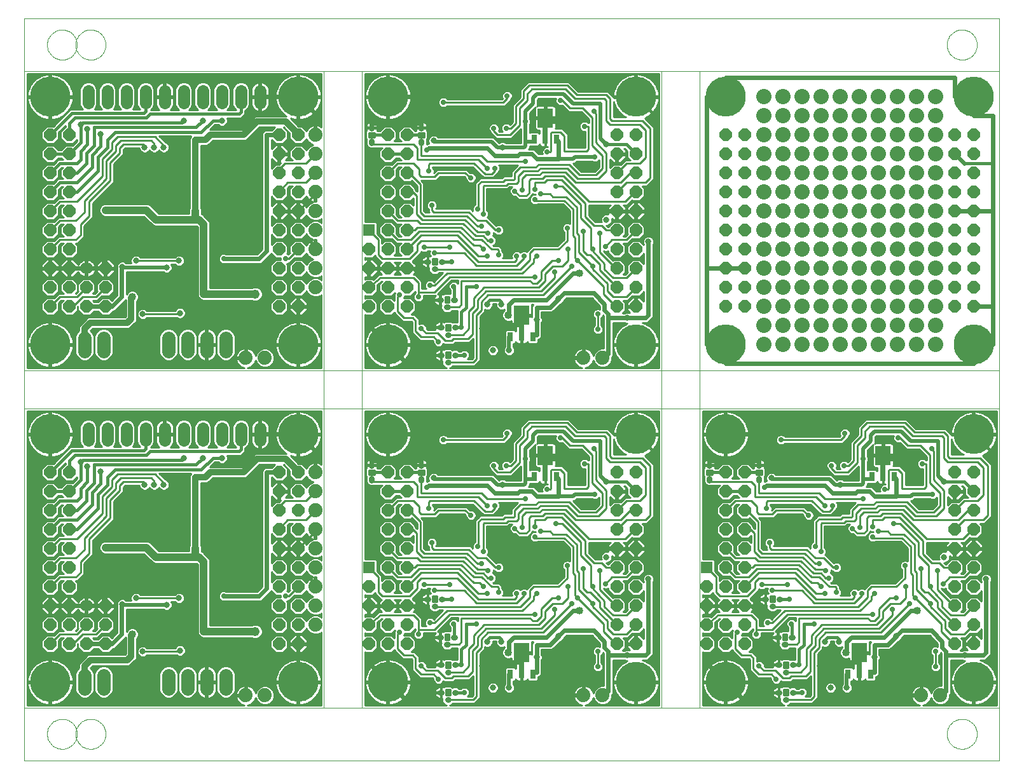
<source format=gbr>
G75*
%MOIN*%
%OFA0B0*%
%FSLAX24Y24*%
%IPPOS*%
%LPD*%
%AMOC8*
5,1,8,0,0,1.08239X$1,22.5*
%
%ADD10C,0.0010*%
%ADD11C,0.0000*%
%ADD12R,0.0640X0.0640*%
%ADD13OC8,0.0640*%
%ADD14C,0.2100*%
%ADD15C,0.0740*%
%ADD16R,0.0315X0.0472*%
%ADD17R,0.0315X0.0906*%
%ADD18R,0.0787X0.0984*%
%ADD19C,0.0315*%
%ADD20C,0.0157*%
%ADD21C,0.0712*%
%ADD22C,0.0640*%
%ADD23C,0.0640*%
%ADD24C,0.0280*%
%ADD25C,0.0100*%
%ADD26C,0.0240*%
%ADD27C,0.0400*%
%ADD28C,0.0320*%
%ADD29C,0.0200*%
%ADD30C,0.0160*%
%ADD31C,0.0480*%
%ADD32C,0.0400*%
%ADD33C,0.0320*%
%ADD34C,0.0800*%
D10*
X000233Y000105D02*
X000233Y002865D01*
X035633Y002865D01*
X035633Y018565D01*
X035633Y020565D01*
X033633Y020565D01*
X033633Y018565D01*
X035633Y018565D01*
X051333Y018565D01*
X051333Y020565D01*
X051333Y036265D01*
X035633Y036265D01*
X035633Y020565D01*
X051333Y020565D01*
X051333Y018565D02*
X051333Y002865D01*
X051333Y000105D01*
X000233Y000105D01*
X000233Y002865D02*
X000233Y018565D01*
X015933Y018565D01*
X015933Y020565D01*
X000233Y020565D01*
X000233Y018565D01*
X000233Y020565D02*
X000233Y036265D01*
X000233Y039025D01*
X000233Y036265D02*
X000233Y036265D01*
X015933Y036265D01*
X035633Y036265D01*
X033633Y036265D02*
X033633Y020565D01*
X017933Y020565D01*
X017933Y018575D01*
X017933Y018565D02*
X015933Y018565D01*
X015933Y002865D01*
X000233Y002865D01*
X017933Y002865D02*
X017933Y018565D01*
X033633Y018565D01*
X033633Y002865D01*
X017933Y002865D01*
X035633Y002865D02*
X051333Y002865D01*
X017933Y020565D02*
X015933Y020565D01*
X015933Y036265D01*
X017933Y036265D02*
X033633Y036265D01*
X017933Y036265D02*
X017933Y020565D01*
X051333Y036265D02*
X051333Y039025D01*
D11*
X000233Y039025D01*
X001416Y037645D02*
X001418Y037701D01*
X001424Y037756D01*
X001434Y037810D01*
X001447Y037864D01*
X001465Y037917D01*
X001486Y037968D01*
X001510Y038018D01*
X001538Y038066D01*
X001570Y038112D01*
X001604Y038156D01*
X001642Y038197D01*
X001682Y038235D01*
X001725Y038270D01*
X001770Y038302D01*
X001818Y038331D01*
X001867Y038357D01*
X001918Y038379D01*
X001970Y038397D01*
X002024Y038411D01*
X002079Y038422D01*
X002134Y038429D01*
X002189Y038432D01*
X002245Y038431D01*
X002300Y038426D01*
X002355Y038417D01*
X002409Y038405D01*
X002462Y038388D01*
X002514Y038368D01*
X002564Y038344D01*
X002612Y038317D01*
X002659Y038287D01*
X002703Y038253D01*
X002745Y038216D01*
X002783Y038176D01*
X002820Y038134D01*
X002853Y038089D01*
X002882Y038043D01*
X002909Y037994D01*
X002931Y037943D01*
X002951Y037891D01*
X002966Y037837D01*
X002978Y037783D01*
X002986Y037728D01*
X002990Y037673D01*
X002990Y037617D01*
X002986Y037562D01*
X002978Y037507D01*
X002966Y037453D01*
X002951Y037399D01*
X002931Y037347D01*
X002909Y037296D01*
X002882Y037247D01*
X002853Y037201D01*
X002820Y037156D01*
X002783Y037114D01*
X002745Y037074D01*
X002703Y037037D01*
X002659Y037003D01*
X002612Y036973D01*
X002564Y036946D01*
X002514Y036922D01*
X002462Y036902D01*
X002409Y036885D01*
X002355Y036873D01*
X002300Y036864D01*
X002245Y036859D01*
X002189Y036858D01*
X002134Y036861D01*
X002079Y036868D01*
X002024Y036879D01*
X001970Y036893D01*
X001918Y036911D01*
X001867Y036933D01*
X001818Y036959D01*
X001770Y036988D01*
X001725Y037020D01*
X001682Y037055D01*
X001642Y037093D01*
X001604Y037134D01*
X001570Y037178D01*
X001538Y037224D01*
X001510Y037272D01*
X001486Y037322D01*
X001465Y037373D01*
X001447Y037426D01*
X001434Y037480D01*
X001424Y037534D01*
X001418Y037589D01*
X001416Y037645D01*
X002912Y037645D02*
X002914Y037701D01*
X002920Y037756D01*
X002930Y037810D01*
X002943Y037864D01*
X002961Y037917D01*
X002982Y037968D01*
X003006Y038018D01*
X003034Y038066D01*
X003066Y038112D01*
X003100Y038156D01*
X003138Y038197D01*
X003178Y038235D01*
X003221Y038270D01*
X003266Y038302D01*
X003314Y038331D01*
X003363Y038357D01*
X003414Y038379D01*
X003466Y038397D01*
X003520Y038411D01*
X003575Y038422D01*
X003630Y038429D01*
X003685Y038432D01*
X003741Y038431D01*
X003796Y038426D01*
X003851Y038417D01*
X003905Y038405D01*
X003958Y038388D01*
X004010Y038368D01*
X004060Y038344D01*
X004108Y038317D01*
X004155Y038287D01*
X004199Y038253D01*
X004241Y038216D01*
X004279Y038176D01*
X004316Y038134D01*
X004349Y038089D01*
X004378Y038043D01*
X004405Y037994D01*
X004427Y037943D01*
X004447Y037891D01*
X004462Y037837D01*
X004474Y037783D01*
X004482Y037728D01*
X004486Y037673D01*
X004486Y037617D01*
X004482Y037562D01*
X004474Y037507D01*
X004462Y037453D01*
X004447Y037399D01*
X004427Y037347D01*
X004405Y037296D01*
X004378Y037247D01*
X004349Y037201D01*
X004316Y037156D01*
X004279Y037114D01*
X004241Y037074D01*
X004199Y037037D01*
X004155Y037003D01*
X004108Y036973D01*
X004060Y036946D01*
X004010Y036922D01*
X003958Y036902D01*
X003905Y036885D01*
X003851Y036873D01*
X003796Y036864D01*
X003741Y036859D01*
X003685Y036858D01*
X003630Y036861D01*
X003575Y036868D01*
X003520Y036879D01*
X003466Y036893D01*
X003414Y036911D01*
X003363Y036933D01*
X003314Y036959D01*
X003266Y036988D01*
X003221Y037020D01*
X003178Y037055D01*
X003138Y037093D01*
X003100Y037134D01*
X003066Y037178D01*
X003034Y037224D01*
X003006Y037272D01*
X002982Y037322D01*
X002961Y037373D01*
X002943Y037426D01*
X002930Y037480D01*
X002920Y037534D01*
X002914Y037589D01*
X002912Y037645D01*
X048577Y037645D02*
X048579Y037701D01*
X048585Y037756D01*
X048595Y037810D01*
X048608Y037864D01*
X048626Y037917D01*
X048647Y037968D01*
X048671Y038018D01*
X048699Y038066D01*
X048731Y038112D01*
X048765Y038156D01*
X048803Y038197D01*
X048843Y038235D01*
X048886Y038270D01*
X048931Y038302D01*
X048979Y038331D01*
X049028Y038357D01*
X049079Y038379D01*
X049131Y038397D01*
X049185Y038411D01*
X049240Y038422D01*
X049295Y038429D01*
X049350Y038432D01*
X049406Y038431D01*
X049461Y038426D01*
X049516Y038417D01*
X049570Y038405D01*
X049623Y038388D01*
X049675Y038368D01*
X049725Y038344D01*
X049773Y038317D01*
X049820Y038287D01*
X049864Y038253D01*
X049906Y038216D01*
X049944Y038176D01*
X049981Y038134D01*
X050014Y038089D01*
X050043Y038043D01*
X050070Y037994D01*
X050092Y037943D01*
X050112Y037891D01*
X050127Y037837D01*
X050139Y037783D01*
X050147Y037728D01*
X050151Y037673D01*
X050151Y037617D01*
X050147Y037562D01*
X050139Y037507D01*
X050127Y037453D01*
X050112Y037399D01*
X050092Y037347D01*
X050070Y037296D01*
X050043Y037247D01*
X050014Y037201D01*
X049981Y037156D01*
X049944Y037114D01*
X049906Y037074D01*
X049864Y037037D01*
X049820Y037003D01*
X049773Y036973D01*
X049725Y036946D01*
X049675Y036922D01*
X049623Y036902D01*
X049570Y036885D01*
X049516Y036873D01*
X049461Y036864D01*
X049406Y036859D01*
X049350Y036858D01*
X049295Y036861D01*
X049240Y036868D01*
X049185Y036879D01*
X049131Y036893D01*
X049079Y036911D01*
X049028Y036933D01*
X048979Y036959D01*
X048931Y036988D01*
X048886Y037020D01*
X048843Y037055D01*
X048803Y037093D01*
X048765Y037134D01*
X048731Y037178D01*
X048699Y037224D01*
X048671Y037272D01*
X048647Y037322D01*
X048626Y037373D01*
X048608Y037426D01*
X048595Y037480D01*
X048585Y037534D01*
X048579Y037589D01*
X048577Y037645D01*
X048577Y001489D02*
X048579Y001545D01*
X048585Y001600D01*
X048595Y001654D01*
X048608Y001708D01*
X048626Y001761D01*
X048647Y001812D01*
X048671Y001862D01*
X048699Y001910D01*
X048731Y001956D01*
X048765Y002000D01*
X048803Y002041D01*
X048843Y002079D01*
X048886Y002114D01*
X048931Y002146D01*
X048979Y002175D01*
X049028Y002201D01*
X049079Y002223D01*
X049131Y002241D01*
X049185Y002255D01*
X049240Y002266D01*
X049295Y002273D01*
X049350Y002276D01*
X049406Y002275D01*
X049461Y002270D01*
X049516Y002261D01*
X049570Y002249D01*
X049623Y002232D01*
X049675Y002212D01*
X049725Y002188D01*
X049773Y002161D01*
X049820Y002131D01*
X049864Y002097D01*
X049906Y002060D01*
X049944Y002020D01*
X049981Y001978D01*
X050014Y001933D01*
X050043Y001887D01*
X050070Y001838D01*
X050092Y001787D01*
X050112Y001735D01*
X050127Y001681D01*
X050139Y001627D01*
X050147Y001572D01*
X050151Y001517D01*
X050151Y001461D01*
X050147Y001406D01*
X050139Y001351D01*
X050127Y001297D01*
X050112Y001243D01*
X050092Y001191D01*
X050070Y001140D01*
X050043Y001091D01*
X050014Y001045D01*
X049981Y001000D01*
X049944Y000958D01*
X049906Y000918D01*
X049864Y000881D01*
X049820Y000847D01*
X049773Y000817D01*
X049725Y000790D01*
X049675Y000766D01*
X049623Y000746D01*
X049570Y000729D01*
X049516Y000717D01*
X049461Y000708D01*
X049406Y000703D01*
X049350Y000702D01*
X049295Y000705D01*
X049240Y000712D01*
X049185Y000723D01*
X049131Y000737D01*
X049079Y000755D01*
X049028Y000777D01*
X048979Y000803D01*
X048931Y000832D01*
X048886Y000864D01*
X048843Y000899D01*
X048803Y000937D01*
X048765Y000978D01*
X048731Y001022D01*
X048699Y001068D01*
X048671Y001116D01*
X048647Y001166D01*
X048626Y001217D01*
X048608Y001270D01*
X048595Y001324D01*
X048585Y001378D01*
X048579Y001433D01*
X048577Y001489D01*
X002912Y001489D02*
X002914Y001545D01*
X002920Y001600D01*
X002930Y001654D01*
X002943Y001708D01*
X002961Y001761D01*
X002982Y001812D01*
X003006Y001862D01*
X003034Y001910D01*
X003066Y001956D01*
X003100Y002000D01*
X003138Y002041D01*
X003178Y002079D01*
X003221Y002114D01*
X003266Y002146D01*
X003314Y002175D01*
X003363Y002201D01*
X003414Y002223D01*
X003466Y002241D01*
X003520Y002255D01*
X003575Y002266D01*
X003630Y002273D01*
X003685Y002276D01*
X003741Y002275D01*
X003796Y002270D01*
X003851Y002261D01*
X003905Y002249D01*
X003958Y002232D01*
X004010Y002212D01*
X004060Y002188D01*
X004108Y002161D01*
X004155Y002131D01*
X004199Y002097D01*
X004241Y002060D01*
X004279Y002020D01*
X004316Y001978D01*
X004349Y001933D01*
X004378Y001887D01*
X004405Y001838D01*
X004427Y001787D01*
X004447Y001735D01*
X004462Y001681D01*
X004474Y001627D01*
X004482Y001572D01*
X004486Y001517D01*
X004486Y001461D01*
X004482Y001406D01*
X004474Y001351D01*
X004462Y001297D01*
X004447Y001243D01*
X004427Y001191D01*
X004405Y001140D01*
X004378Y001091D01*
X004349Y001045D01*
X004316Y001000D01*
X004279Y000958D01*
X004241Y000918D01*
X004199Y000881D01*
X004155Y000847D01*
X004108Y000817D01*
X004060Y000790D01*
X004010Y000766D01*
X003958Y000746D01*
X003905Y000729D01*
X003851Y000717D01*
X003796Y000708D01*
X003741Y000703D01*
X003685Y000702D01*
X003630Y000705D01*
X003575Y000712D01*
X003520Y000723D01*
X003466Y000737D01*
X003414Y000755D01*
X003363Y000777D01*
X003314Y000803D01*
X003266Y000832D01*
X003221Y000864D01*
X003178Y000899D01*
X003138Y000937D01*
X003100Y000978D01*
X003066Y001022D01*
X003034Y001068D01*
X003006Y001116D01*
X002982Y001166D01*
X002961Y001217D01*
X002943Y001270D01*
X002930Y001324D01*
X002920Y001378D01*
X002914Y001433D01*
X002912Y001489D01*
X001416Y001489D02*
X001418Y001545D01*
X001424Y001600D01*
X001434Y001654D01*
X001447Y001708D01*
X001465Y001761D01*
X001486Y001812D01*
X001510Y001862D01*
X001538Y001910D01*
X001570Y001956D01*
X001604Y002000D01*
X001642Y002041D01*
X001682Y002079D01*
X001725Y002114D01*
X001770Y002146D01*
X001818Y002175D01*
X001867Y002201D01*
X001918Y002223D01*
X001970Y002241D01*
X002024Y002255D01*
X002079Y002266D01*
X002134Y002273D01*
X002189Y002276D01*
X002245Y002275D01*
X002300Y002270D01*
X002355Y002261D01*
X002409Y002249D01*
X002462Y002232D01*
X002514Y002212D01*
X002564Y002188D01*
X002612Y002161D01*
X002659Y002131D01*
X002703Y002097D01*
X002745Y002060D01*
X002783Y002020D01*
X002820Y001978D01*
X002853Y001933D01*
X002882Y001887D01*
X002909Y001838D01*
X002931Y001787D01*
X002951Y001735D01*
X002966Y001681D01*
X002978Y001627D01*
X002986Y001572D01*
X002990Y001517D01*
X002990Y001461D01*
X002986Y001406D01*
X002978Y001351D01*
X002966Y001297D01*
X002951Y001243D01*
X002931Y001191D01*
X002909Y001140D01*
X002882Y001091D01*
X002853Y001045D01*
X002820Y001000D01*
X002783Y000958D01*
X002745Y000918D01*
X002703Y000881D01*
X002659Y000847D01*
X002612Y000817D01*
X002564Y000790D01*
X002514Y000766D01*
X002462Y000746D01*
X002409Y000729D01*
X002355Y000717D01*
X002300Y000708D01*
X002245Y000703D01*
X002189Y000702D01*
X002134Y000705D01*
X002079Y000712D01*
X002024Y000723D01*
X001970Y000737D01*
X001918Y000755D01*
X001867Y000777D01*
X001818Y000803D01*
X001770Y000832D01*
X001725Y000864D01*
X001682Y000899D01*
X001642Y000937D01*
X001604Y000978D01*
X001570Y001022D01*
X001538Y001068D01*
X001510Y001116D01*
X001486Y001166D01*
X001465Y001217D01*
X001447Y001270D01*
X001434Y001324D01*
X001424Y001378D01*
X001418Y001433D01*
X001416Y001489D01*
D12*
X018283Y010215D03*
X035983Y010215D03*
X018283Y027915D03*
D13*
X018283Y026915D03*
X019283Y026915D03*
X019283Y027915D03*
X020283Y027915D03*
X020283Y026915D03*
X020283Y025915D03*
X019283Y025915D03*
X018283Y025915D03*
X018283Y024915D03*
X019283Y024915D03*
X020283Y024915D03*
X020283Y023915D03*
X019283Y023915D03*
X018283Y023915D03*
X014583Y023915D03*
X013583Y023915D03*
X013583Y024915D03*
X014583Y024915D03*
X014583Y025915D03*
X013583Y025915D03*
X013583Y026915D03*
X014583Y026915D03*
X014583Y027915D03*
X013583Y027915D03*
X013583Y028915D03*
X014583Y028915D03*
X014583Y029915D03*
X013583Y029915D03*
X013583Y030915D03*
X014583Y030915D03*
X014583Y031915D03*
X013583Y031915D03*
X013583Y032915D03*
X014583Y032915D03*
X019283Y032915D03*
X019283Y031915D03*
X020283Y031915D03*
X020283Y032915D03*
X020283Y030915D03*
X019283Y030915D03*
X019283Y029915D03*
X019283Y028915D03*
X020283Y028915D03*
X020283Y029915D03*
X031283Y029915D03*
X031283Y028915D03*
X032283Y028915D03*
X032283Y029915D03*
X032283Y030915D03*
X031283Y030915D03*
X031283Y031915D03*
X031283Y032915D03*
X032283Y032915D03*
X032283Y031915D03*
X036983Y031915D03*
X036983Y032915D03*
X037983Y032915D03*
X037983Y031915D03*
X037983Y030915D03*
X036983Y030915D03*
X036983Y029915D03*
X036983Y028915D03*
X037983Y028915D03*
X037983Y029915D03*
X037983Y027915D03*
X036983Y027915D03*
X036983Y026915D03*
X037983Y026915D03*
X037983Y025915D03*
X036983Y025915D03*
X036983Y024915D03*
X037983Y024915D03*
X037983Y023915D03*
X036983Y023915D03*
X032283Y023915D03*
X031283Y023915D03*
X031283Y024915D03*
X031283Y025915D03*
X032283Y025915D03*
X032283Y024915D03*
X032283Y026915D03*
X031283Y026915D03*
X031283Y027915D03*
X032283Y027915D03*
X048983Y027915D03*
X048983Y026915D03*
X049983Y026915D03*
X049983Y027915D03*
X049983Y028915D03*
X048983Y028915D03*
X048983Y029915D03*
X049983Y029915D03*
X049983Y030915D03*
X048983Y030915D03*
X048983Y031915D03*
X048983Y032915D03*
X049983Y032915D03*
X049983Y031915D03*
X049983Y025915D03*
X048983Y025915D03*
X048983Y024915D03*
X049983Y024915D03*
X049983Y023915D03*
X048983Y023915D03*
X048983Y015215D03*
X048983Y014215D03*
X049983Y014215D03*
X049983Y015215D03*
X049983Y013215D03*
X048983Y013215D03*
X048983Y012215D03*
X049983Y012215D03*
X049983Y011215D03*
X048983Y011215D03*
X048983Y010215D03*
X048983Y009215D03*
X049983Y009215D03*
X049983Y010215D03*
X049983Y008215D03*
X048983Y008215D03*
X048983Y007215D03*
X049983Y007215D03*
X049983Y006215D03*
X048983Y006215D03*
X037983Y006215D03*
X036983Y006215D03*
X035983Y006215D03*
X035983Y007215D03*
X035983Y008215D03*
X036983Y008215D03*
X036983Y007215D03*
X037983Y007215D03*
X037983Y008215D03*
X037983Y009215D03*
X036983Y009215D03*
X035983Y009215D03*
X036983Y010215D03*
X037983Y010215D03*
X037983Y011215D03*
X036983Y011215D03*
X036983Y012215D03*
X036983Y013215D03*
X037983Y013215D03*
X037983Y012215D03*
X037983Y014215D03*
X036983Y014215D03*
X036983Y015215D03*
X037983Y015215D03*
X032283Y015215D03*
X031283Y015215D03*
X031283Y014215D03*
X032283Y014215D03*
X032283Y013215D03*
X031283Y013215D03*
X031283Y012215D03*
X032283Y012215D03*
X032283Y011215D03*
X031283Y011215D03*
X031283Y010215D03*
X031283Y009215D03*
X032283Y009215D03*
X032283Y010215D03*
X032283Y008215D03*
X031283Y008215D03*
X031283Y007215D03*
X032283Y007215D03*
X032283Y006215D03*
X031283Y006215D03*
X020283Y006215D03*
X019283Y006215D03*
X018283Y006215D03*
X018283Y007215D03*
X018283Y008215D03*
X019283Y008215D03*
X019283Y007215D03*
X020283Y007215D03*
X020283Y008215D03*
X020283Y009215D03*
X019283Y009215D03*
X018283Y009215D03*
X019283Y010215D03*
X020283Y010215D03*
X020283Y011215D03*
X019283Y011215D03*
X019283Y012215D03*
X019283Y013215D03*
X020283Y013215D03*
X020283Y012215D03*
X020283Y014215D03*
X019283Y014215D03*
X019283Y015215D03*
X020283Y015215D03*
X014583Y015215D03*
X013583Y015215D03*
X013583Y014215D03*
X014583Y014215D03*
X014583Y013215D03*
X013583Y013215D03*
X013583Y012215D03*
X014583Y012215D03*
X014583Y011215D03*
X013583Y011215D03*
X013583Y010215D03*
X014583Y010215D03*
X014583Y009215D03*
X013583Y009215D03*
X013583Y008215D03*
X014583Y008215D03*
X014583Y007215D03*
X013583Y007215D03*
X013583Y006215D03*
X014583Y006215D03*
X004483Y006215D03*
X003483Y006215D03*
X002583Y006215D03*
X001583Y006215D03*
X001583Y007215D03*
X001583Y008215D03*
X002583Y008215D03*
X002583Y007215D03*
X003483Y007215D03*
X004483Y007215D03*
X004483Y008215D03*
X002583Y009215D03*
X001583Y009215D03*
X001583Y010215D03*
X002583Y010215D03*
X002583Y011215D03*
X001583Y011215D03*
X001583Y012215D03*
X001583Y013215D03*
X002583Y013215D03*
X002583Y012215D03*
X002583Y014215D03*
X001583Y014215D03*
X001583Y015215D03*
X002583Y015215D03*
X002583Y023915D03*
X003483Y023915D03*
X004483Y023915D03*
X004483Y024915D03*
X003483Y024915D03*
X002583Y024915D03*
X001583Y024915D03*
X001583Y025915D03*
X002583Y025915D03*
X002583Y026915D03*
X001583Y026915D03*
X001583Y027915D03*
X002583Y027915D03*
X002583Y028915D03*
X001583Y028915D03*
X001583Y029915D03*
X002583Y029915D03*
X002583Y030915D03*
X001583Y030915D03*
X001583Y031915D03*
X001583Y032915D03*
X002583Y032915D03*
X002583Y031915D03*
X004483Y025915D03*
X001583Y023915D03*
D14*
X001583Y021915D03*
X001583Y017215D03*
X014583Y017215D03*
X019283Y017215D03*
X019283Y021915D03*
X014583Y021915D03*
X014583Y034915D03*
X019283Y034915D03*
X032283Y034915D03*
X036983Y034915D03*
X049983Y034915D03*
X049983Y021915D03*
X049983Y017215D03*
X036983Y017215D03*
X032283Y017215D03*
X032283Y021915D03*
X036983Y021915D03*
X036983Y004215D03*
X032283Y004215D03*
X019283Y004215D03*
X014583Y004215D03*
X001583Y004215D03*
X001583Y034915D03*
X049983Y004215D03*
D15*
X048233Y003515D03*
X047233Y003515D03*
X030533Y003515D03*
X029533Y003515D03*
X015483Y007215D03*
X015483Y008215D03*
X015483Y009215D03*
X015483Y010215D03*
X015483Y011215D03*
X015483Y012215D03*
X015483Y013215D03*
X015483Y014215D03*
X015483Y015215D03*
X012833Y021215D03*
X011833Y021215D03*
X015483Y024915D03*
X015483Y025915D03*
X015483Y026915D03*
X015483Y027915D03*
X015483Y028915D03*
X015483Y029915D03*
X015483Y030915D03*
X015483Y031915D03*
X015483Y032915D03*
X029533Y021215D03*
X030533Y021215D03*
X012833Y003515D03*
X011833Y003515D03*
D16*
X025693Y004635D03*
X026874Y004635D03*
X026943Y014985D03*
X028124Y014985D03*
X026874Y022335D03*
X025693Y022335D03*
X026943Y032685D03*
X028124Y032685D03*
X044643Y014985D03*
X045824Y014985D03*
X044574Y004635D03*
X043393Y004635D03*
D17*
X043983Y004852D03*
X045233Y015202D03*
X027533Y015202D03*
X026283Y022552D03*
X027533Y032902D03*
X026283Y004852D03*
D18*
X026283Y005757D03*
X027533Y016107D03*
X026283Y023457D03*
X027533Y033807D03*
X045233Y016107D03*
X043983Y005757D03*
D19*
X040533Y005115D02*
X040533Y005115D01*
X040473Y005115D01*
X040473Y005115D01*
X040533Y005115D01*
X040103Y004735D02*
X040103Y004735D01*
X040163Y004735D01*
X040163Y004735D01*
X040103Y004735D01*
X039733Y005115D02*
X039733Y005115D01*
X039793Y005115D01*
X039793Y005115D01*
X039733Y005115D01*
X040053Y006185D02*
X040053Y006185D01*
X040113Y006185D01*
X040113Y006185D01*
X040053Y006185D01*
X039683Y006565D02*
X039683Y006565D01*
X039743Y006565D01*
X039743Y006565D01*
X039683Y006565D01*
X040483Y006565D02*
X040483Y006565D01*
X040423Y006565D01*
X040423Y006565D01*
X040483Y006565D01*
X039403Y008185D02*
X039403Y008185D01*
X039463Y008185D01*
X039463Y008185D01*
X039403Y008185D01*
X039033Y008565D02*
X039033Y008565D01*
X039093Y008565D01*
X039093Y008565D01*
X039033Y008565D01*
X039833Y008565D02*
X039833Y008565D01*
X039773Y008565D01*
X039773Y008565D01*
X039833Y008565D01*
X039733Y003665D02*
X039733Y003665D01*
X039793Y003665D01*
X039793Y003665D01*
X039733Y003665D01*
X040103Y003285D02*
X040103Y003285D01*
X040163Y003285D01*
X040163Y003285D01*
X040103Y003285D01*
X040533Y003665D02*
X040533Y003665D01*
X040473Y003665D01*
X040473Y003665D01*
X040533Y003665D01*
X038733Y014806D02*
X038733Y014806D01*
X038733Y014886D01*
X038733Y014886D01*
X038733Y014806D01*
X038733Y015544D02*
X038733Y015544D01*
X038733Y015624D01*
X038733Y015624D01*
X038733Y015544D01*
X036133Y015544D02*
X036133Y015544D01*
X036133Y015624D01*
X036133Y015624D01*
X036133Y015544D01*
X036133Y014806D02*
X036133Y014806D01*
X036133Y014886D01*
X036133Y014886D01*
X036133Y014806D01*
X022833Y021365D02*
X022833Y021365D01*
X022773Y021365D01*
X022773Y021365D01*
X022833Y021365D01*
X022403Y020985D02*
X022403Y020985D01*
X022463Y020985D01*
X022463Y020985D01*
X022403Y020985D01*
X022033Y021365D02*
X022033Y021365D01*
X022093Y021365D01*
X022093Y021365D01*
X022033Y021365D01*
X022403Y022435D02*
X022403Y022435D01*
X022463Y022435D01*
X022463Y022435D01*
X022403Y022435D01*
X022033Y022815D02*
X022033Y022815D01*
X022093Y022815D01*
X022093Y022815D01*
X022033Y022815D01*
X022833Y022815D02*
X022833Y022815D01*
X022773Y022815D01*
X022773Y022815D01*
X022833Y022815D01*
X022353Y023885D02*
X022353Y023885D01*
X022413Y023885D01*
X022413Y023885D01*
X022353Y023885D01*
X021983Y024265D02*
X021983Y024265D01*
X022043Y024265D01*
X022043Y024265D01*
X021983Y024265D01*
X022783Y024265D02*
X022783Y024265D01*
X022723Y024265D01*
X022723Y024265D01*
X022783Y024265D01*
X021703Y025885D02*
X021703Y025885D01*
X021763Y025885D01*
X021763Y025885D01*
X021703Y025885D01*
X021333Y026265D02*
X021333Y026265D01*
X021393Y026265D01*
X021393Y026265D01*
X021333Y026265D01*
X022133Y026265D02*
X022133Y026265D01*
X022073Y026265D01*
X022073Y026265D01*
X022133Y026265D01*
X021033Y032506D02*
X021033Y032506D01*
X021033Y032586D01*
X021033Y032586D01*
X021033Y032506D01*
X021033Y033244D02*
X021033Y033244D01*
X021033Y033324D01*
X021033Y033324D01*
X021033Y033244D01*
X018433Y033244D02*
X018433Y033244D01*
X018433Y033324D01*
X018433Y033324D01*
X018433Y033244D01*
X018433Y032506D02*
X018433Y032506D01*
X018433Y032586D01*
X018433Y032586D01*
X018433Y032506D01*
X018433Y015544D02*
X018433Y015544D01*
X018433Y015624D01*
X018433Y015624D01*
X018433Y015544D01*
X018433Y014806D02*
X018433Y014806D01*
X018433Y014886D01*
X018433Y014886D01*
X018433Y014806D01*
X021033Y014806D02*
X021033Y014806D01*
X021033Y014886D01*
X021033Y014886D01*
X021033Y014806D01*
X021033Y015544D02*
X021033Y015544D01*
X021033Y015624D01*
X021033Y015624D01*
X021033Y015544D01*
X021333Y008565D02*
X021333Y008565D01*
X021393Y008565D01*
X021393Y008565D01*
X021333Y008565D01*
X021703Y008185D02*
X021703Y008185D01*
X021763Y008185D01*
X021763Y008185D01*
X021703Y008185D01*
X022133Y008565D02*
X022133Y008565D01*
X022073Y008565D01*
X022073Y008565D01*
X022133Y008565D01*
X021983Y006565D02*
X021983Y006565D01*
X022043Y006565D01*
X022043Y006565D01*
X021983Y006565D01*
X022353Y006185D02*
X022353Y006185D01*
X022413Y006185D01*
X022413Y006185D01*
X022353Y006185D01*
X022783Y006565D02*
X022783Y006565D01*
X022723Y006565D01*
X022723Y006565D01*
X022783Y006565D01*
X022833Y005115D02*
X022833Y005115D01*
X022773Y005115D01*
X022773Y005115D01*
X022833Y005115D01*
X022403Y004735D02*
X022403Y004735D01*
X022463Y004735D01*
X022463Y004735D01*
X022403Y004735D01*
X022033Y005115D02*
X022033Y005115D01*
X022093Y005115D01*
X022093Y005115D01*
X022033Y005115D01*
X022033Y003665D02*
X022033Y003665D01*
X022093Y003665D01*
X022093Y003665D01*
X022033Y003665D01*
X022403Y003285D02*
X022403Y003285D01*
X022463Y003285D01*
X022463Y003285D01*
X022403Y003285D01*
X022833Y003665D02*
X022833Y003665D01*
X022773Y003665D01*
X022773Y003665D01*
X022833Y003665D01*
D20*
X022512Y003784D02*
X022512Y003546D01*
X022354Y003546D01*
X022354Y003784D01*
X022512Y003784D01*
X022512Y003702D02*
X022354Y003702D01*
X022512Y004996D02*
X022512Y005234D01*
X022512Y004996D02*
X022354Y004996D01*
X022354Y005234D01*
X022512Y005234D01*
X022512Y005152D02*
X022354Y005152D01*
X022462Y006446D02*
X022462Y006684D01*
X022462Y006446D02*
X022304Y006446D01*
X022304Y006684D01*
X022462Y006684D01*
X022462Y006602D02*
X022304Y006602D01*
X021812Y008446D02*
X021812Y008684D01*
X021812Y008446D02*
X021654Y008446D01*
X021654Y008684D01*
X021812Y008684D01*
X021812Y008602D02*
X021654Y008602D01*
X021152Y015136D02*
X020914Y015136D01*
X020914Y015294D01*
X021152Y015294D01*
X021152Y015136D01*
X021152Y015292D02*
X020914Y015292D01*
X018552Y015136D02*
X018314Y015136D01*
X018314Y015294D01*
X018552Y015294D01*
X018552Y015136D01*
X018552Y015292D02*
X018314Y015292D01*
X022512Y021246D02*
X022512Y021484D01*
X022512Y021246D02*
X022354Y021246D01*
X022354Y021484D01*
X022512Y021484D01*
X022512Y021402D02*
X022354Y021402D01*
X022512Y022696D02*
X022512Y022934D01*
X022512Y022696D02*
X022354Y022696D01*
X022354Y022934D01*
X022512Y022934D01*
X022512Y022852D02*
X022354Y022852D01*
X022462Y024146D02*
X022462Y024384D01*
X022462Y024146D02*
X022304Y024146D01*
X022304Y024384D01*
X022462Y024384D01*
X022462Y024302D02*
X022304Y024302D01*
X021812Y026146D02*
X021812Y026384D01*
X021812Y026146D02*
X021654Y026146D01*
X021654Y026384D01*
X021812Y026384D01*
X021812Y026302D02*
X021654Y026302D01*
X021152Y032836D02*
X020914Y032836D01*
X020914Y032994D01*
X021152Y032994D01*
X021152Y032836D01*
X021152Y032992D02*
X020914Y032992D01*
X018552Y032836D02*
X018314Y032836D01*
X018314Y032994D01*
X018552Y032994D01*
X018552Y032836D01*
X018552Y032992D02*
X018314Y032992D01*
X036014Y015136D02*
X036252Y015136D01*
X036014Y015136D02*
X036014Y015294D01*
X036252Y015294D01*
X036252Y015136D01*
X036252Y015292D02*
X036014Y015292D01*
X038614Y015136D02*
X038852Y015136D01*
X038614Y015136D02*
X038614Y015294D01*
X038852Y015294D01*
X038852Y015136D01*
X038852Y015292D02*
X038614Y015292D01*
X039512Y008684D02*
X039512Y008446D01*
X039354Y008446D01*
X039354Y008684D01*
X039512Y008684D01*
X039512Y008602D02*
X039354Y008602D01*
X040162Y006684D02*
X040162Y006446D01*
X040004Y006446D01*
X040004Y006684D01*
X040162Y006684D01*
X040162Y006602D02*
X040004Y006602D01*
X040212Y005234D02*
X040212Y004996D01*
X040054Y004996D01*
X040054Y005234D01*
X040212Y005234D01*
X040212Y005152D02*
X040054Y005152D01*
X040212Y003784D02*
X040212Y003546D01*
X040054Y003546D01*
X040054Y003784D01*
X040212Y003784D01*
X040212Y003702D02*
X040054Y003702D01*
D21*
X010783Y003859D02*
X010783Y004571D01*
X009783Y004571D02*
X009783Y003859D01*
X008783Y003859D02*
X008783Y004571D01*
X007783Y004571D02*
X007783Y003859D01*
X004383Y003859D02*
X004383Y004571D01*
X003383Y004571D02*
X003383Y003859D01*
X003383Y021559D02*
X003383Y022271D01*
X004383Y022271D02*
X004383Y021559D01*
X007783Y021559D02*
X007783Y022271D01*
X008783Y022271D02*
X008783Y021559D01*
X009783Y021559D02*
X009783Y022271D01*
X010783Y022271D02*
X010783Y021559D01*
D22*
X003483Y025915D03*
X003483Y008215D03*
D23*
X003583Y016895D02*
X003583Y017535D01*
X004583Y017535D02*
X004583Y016895D01*
X005583Y016895D02*
X005583Y017535D01*
X006583Y017535D02*
X006583Y016895D01*
X007583Y016895D02*
X007583Y017535D01*
X008583Y017535D02*
X008583Y016895D01*
X009583Y016895D02*
X009583Y017535D01*
X010583Y017535D02*
X010583Y016895D01*
X011583Y016895D02*
X011583Y017535D01*
X012583Y017535D02*
X012583Y016895D01*
X012583Y034595D02*
X012583Y035235D01*
X011583Y035235D02*
X011583Y034595D01*
X010583Y034595D02*
X010583Y035235D01*
X009583Y035235D02*
X009583Y034595D01*
X008583Y034595D02*
X008583Y035235D01*
X007583Y035235D02*
X007583Y034595D01*
X006583Y034595D02*
X006583Y035235D01*
X005583Y035235D02*
X005583Y034595D01*
X004583Y034595D02*
X004583Y035235D01*
X003583Y035235D02*
X003583Y034595D01*
D24*
X005683Y031865D03*
X005683Y031515D03*
X005683Y031165D03*
X005283Y031165D03*
X005283Y031515D03*
X006083Y031515D03*
X006083Y031865D03*
X006083Y031165D03*
X006433Y030515D03*
X006883Y030515D03*
X007283Y030515D03*
X007633Y030515D03*
X008133Y030515D03*
X008683Y030515D03*
X008683Y030065D03*
X008683Y029565D03*
X008683Y028965D03*
X011083Y030565D03*
X011483Y030515D03*
X011883Y030515D03*
X012283Y030515D03*
X010683Y031165D03*
X010683Y031515D03*
X010683Y031865D03*
X010683Y032215D03*
X010183Y032215D03*
X010183Y031865D03*
X010183Y031515D03*
X010183Y031165D03*
X009683Y031165D03*
X009683Y031515D03*
X009683Y031865D03*
X009683Y032215D03*
X008533Y032215D03*
X008533Y031865D03*
X008533Y031515D03*
X008533Y031165D03*
X012183Y032515D03*
X012533Y032515D03*
X012533Y033065D03*
X012183Y028715D03*
X012183Y028315D03*
X011683Y028315D03*
X010683Y026415D03*
X011983Y025765D03*
X013933Y026415D03*
X010433Y023915D03*
X008983Y026365D03*
X006083Y026815D03*
X004383Y028415D03*
X003933Y028415D03*
X003233Y026915D03*
X001183Y025415D03*
X000833Y023265D03*
X000533Y022865D03*
X002133Y023265D03*
X002633Y023065D03*
X005933Y025065D03*
X007183Y023965D03*
X012533Y015365D03*
X012533Y014815D03*
X012183Y014815D03*
X010683Y014515D03*
X010683Y014165D03*
X010683Y013815D03*
X010683Y013465D03*
X010183Y013465D03*
X010183Y013815D03*
X010183Y014165D03*
X010183Y014515D03*
X009683Y014515D03*
X009683Y014165D03*
X009683Y013815D03*
X009683Y013465D03*
X008533Y013465D03*
X008533Y013815D03*
X008533Y014165D03*
X008533Y014515D03*
X008683Y012815D03*
X008683Y012365D03*
X008683Y011865D03*
X008683Y011265D03*
X008133Y012815D03*
X007633Y012815D03*
X007283Y012815D03*
X006883Y012815D03*
X006433Y012815D03*
X006083Y013465D03*
X006083Y013815D03*
X006083Y014165D03*
X005683Y014165D03*
X005683Y013815D03*
X005683Y013465D03*
X005283Y013465D03*
X005283Y013815D03*
X004383Y010715D03*
X003933Y010715D03*
X003233Y009215D03*
X001183Y007715D03*
X000833Y005565D03*
X000533Y005165D03*
X002133Y005565D03*
X002633Y005365D03*
X005933Y007365D03*
X007183Y006265D03*
X010433Y006215D03*
X011983Y008065D03*
X010683Y008715D03*
X008983Y008665D03*
X006083Y009115D03*
X011083Y012865D03*
X011483Y012815D03*
X011883Y012815D03*
X012283Y012815D03*
X012183Y011015D03*
X012183Y010615D03*
X011683Y010615D03*
X013933Y008715D03*
X018683Y012615D03*
X019783Y011715D03*
X021383Y012065D03*
X021583Y011515D03*
X022033Y012665D03*
X021433Y013315D03*
X021333Y014415D03*
X022033Y015515D03*
X022883Y016115D03*
X023783Y016115D03*
X024833Y015565D03*
X025483Y015565D03*
X026483Y015915D03*
X025533Y017265D03*
X026183Y018215D03*
X028333Y017015D03*
X028283Y015915D03*
X028633Y015915D03*
X028983Y015915D03*
X029583Y015665D03*
X028933Y014965D03*
X028233Y013965D03*
X027633Y014315D03*
X026483Y013815D03*
X024883Y013465D03*
X024483Y013465D03*
X023633Y012965D03*
X023183Y012615D03*
X024633Y011965D03*
X023983Y011315D03*
X024283Y011065D03*
X024183Y010415D03*
X024533Y010065D03*
X024683Y009665D03*
X024283Y009215D03*
X024483Y008865D03*
X025083Y008915D03*
X025583Y009115D03*
X026033Y008865D03*
X026433Y008865D03*
X027083Y008865D03*
X028033Y008015D03*
X028233Y008615D03*
X028933Y008315D03*
X029233Y008615D03*
X028733Y009215D03*
X029533Y010165D03*
X030383Y010065D03*
X030683Y009365D03*
X030033Y009215D03*
X030033Y008315D03*
X028683Y006515D03*
X028683Y006215D03*
X028683Y005715D03*
X028683Y005265D03*
X028683Y004765D03*
X028483Y004065D03*
X028933Y003115D03*
X031233Y003115D03*
X030283Y005015D03*
X030283Y005815D03*
X033283Y005215D03*
X037583Y006815D03*
X038583Y006715D03*
X039033Y006615D03*
X040083Y006565D03*
X040433Y007265D03*
X041633Y007265D03*
X042583Y006165D03*
X042833Y005065D03*
X042983Y003465D03*
X040983Y003665D03*
X040133Y003665D03*
X040133Y004115D03*
X039633Y004365D03*
X039183Y004315D03*
X039083Y003615D03*
X038683Y003565D03*
X037933Y003265D03*
X038733Y005065D03*
X039133Y005115D03*
X040133Y005115D03*
X040833Y005115D03*
X040083Y005715D03*
X039183Y007315D03*
X039133Y007765D03*
X039433Y008565D03*
X039433Y009015D03*
X038883Y009315D03*
X038383Y008565D03*
X040333Y008565D03*
X040233Y009315D03*
X041983Y009215D03*
X042183Y008865D03*
X042783Y008915D03*
X043283Y009115D03*
X043733Y008865D03*
X044133Y008865D03*
X044783Y008865D03*
X045933Y008615D03*
X045733Y008015D03*
X046633Y008315D03*
X046933Y008615D03*
X046433Y009215D03*
X047233Y010165D03*
X048083Y010065D03*
X048383Y009365D03*
X047733Y009215D03*
X047733Y008315D03*
X046383Y006515D03*
X046383Y006215D03*
X046383Y005715D03*
X046383Y005265D03*
X046383Y004765D03*
X046183Y004065D03*
X046633Y003115D03*
X048933Y003115D03*
X047983Y005015D03*
X047983Y005815D03*
X050983Y005215D03*
X044693Y007775D03*
X042383Y009665D03*
X042233Y010065D03*
X041883Y010415D03*
X042783Y010215D03*
X041983Y011065D03*
X041683Y011315D03*
X042333Y011965D03*
X043633Y012265D03*
X044033Y012315D03*
X044683Y012365D03*
X044983Y012115D03*
X044683Y011815D03*
X045133Y011115D03*
X046383Y010315D03*
X045083Y009915D03*
X048066Y011215D03*
X045783Y012515D03*
X047283Y013665D03*
X047833Y014065D03*
X046633Y014965D03*
X047283Y015665D03*
X046683Y015915D03*
X046333Y015915D03*
X045983Y015915D03*
X046033Y017015D03*
X046583Y018215D03*
X047783Y016465D03*
X048983Y016315D03*
X048983Y018215D03*
X044183Y015915D03*
X043183Y015565D03*
X042533Y015565D03*
X041483Y016115D03*
X040583Y016115D03*
X039733Y015515D03*
X039033Y014415D03*
X039133Y013315D03*
X039733Y012665D03*
X039083Y012065D03*
X039283Y011515D03*
X037483Y011715D03*
X036383Y012615D03*
X040883Y012615D03*
X041333Y012965D03*
X042183Y013465D03*
X042583Y013465D03*
X044183Y013815D03*
X045333Y014315D03*
X045933Y013965D03*
X043233Y017265D03*
X043883Y018215D03*
X039883Y016915D03*
X038433Y017115D03*
X031283Y016315D03*
X030083Y016465D03*
X028883Y018215D03*
X031283Y018215D03*
X031233Y020815D03*
X028933Y020815D03*
X028483Y021765D03*
X028683Y022465D03*
X028683Y022965D03*
X028683Y023415D03*
X028683Y023915D03*
X028683Y024215D03*
X030283Y023515D03*
X030283Y022715D03*
X033283Y022915D03*
X030033Y026015D03*
X029233Y026315D03*
X028933Y026015D03*
X028233Y026315D03*
X028033Y025715D03*
X026993Y025475D03*
X027083Y026565D03*
X026433Y026565D03*
X026033Y026565D03*
X025583Y026815D03*
X025083Y026615D03*
X024483Y026565D03*
X024283Y026915D03*
X024683Y027365D03*
X024533Y027765D03*
X024183Y028115D03*
X024283Y028765D03*
X023983Y029015D03*
X024633Y029665D03*
X025933Y029965D03*
X026333Y030015D03*
X026983Y030065D03*
X027283Y029815D03*
X026983Y029515D03*
X027433Y028815D03*
X028683Y028015D03*
X029533Y027865D03*
X030383Y027765D03*
X030683Y027065D03*
X030033Y026915D03*
X028733Y026915D03*
X027383Y027615D03*
X025083Y027915D03*
X022533Y027015D03*
X021733Y026715D03*
X021733Y026265D03*
X022633Y026265D03*
X021433Y025465D03*
X021483Y025015D03*
X020883Y024415D03*
X021333Y024315D03*
X022383Y024265D03*
X022733Y024965D03*
X023933Y024965D03*
X024883Y023865D03*
X025133Y022765D03*
X025283Y021165D03*
X023283Y021365D03*
X022433Y021365D03*
X022433Y021815D03*
X021933Y022065D03*
X021483Y022015D03*
X021383Y021315D03*
X020983Y021265D03*
X020233Y020965D03*
X021033Y022765D03*
X021433Y022815D03*
X022433Y022815D03*
X023133Y022815D03*
X022383Y023415D03*
X019883Y024515D03*
X020683Y026265D03*
X021183Y027015D03*
X021583Y029215D03*
X021383Y029765D03*
X022033Y030365D03*
X021433Y031015D03*
X021333Y032115D03*
X022033Y033215D03*
X022883Y033815D03*
X023783Y033815D03*
X024833Y033265D03*
X025483Y033265D03*
X026483Y033615D03*
X025533Y034965D03*
X026183Y035915D03*
X028333Y034715D03*
X028283Y033615D03*
X028633Y033615D03*
X028983Y033615D03*
X029583Y033365D03*
X030083Y034165D03*
X031283Y034015D03*
X028933Y032665D03*
X028233Y031665D03*
X027633Y032015D03*
X026483Y031515D03*
X024883Y031165D03*
X024483Y031165D03*
X023633Y030665D03*
X023183Y030315D03*
X019783Y029415D03*
X018683Y030315D03*
X022183Y034615D03*
X020733Y034815D03*
X028083Y030215D03*
X029583Y031365D03*
X030133Y031765D03*
X030366Y028915D03*
X031283Y035915D03*
X028883Y035915D03*
X020733Y017115D03*
X022183Y016915D03*
X025933Y012265D03*
X026333Y012315D03*
X026983Y012365D03*
X027283Y012115D03*
X026983Y011815D03*
X027433Y011115D03*
X028683Y010315D03*
X027383Y009915D03*
X025083Y010215D03*
X022533Y009315D03*
X021733Y009015D03*
X021733Y008565D03*
X022633Y008565D03*
X021433Y007765D03*
X021483Y007315D03*
X020883Y006715D03*
X021333Y006615D03*
X022383Y006565D03*
X022733Y007265D03*
X023933Y007265D03*
X024883Y006165D03*
X025133Y005065D03*
X025283Y003465D03*
X023283Y003665D03*
X022433Y003665D03*
X022433Y004115D03*
X021933Y004365D03*
X021483Y004315D03*
X021383Y003615D03*
X020983Y003565D03*
X020233Y003265D03*
X021033Y005065D03*
X021433Y005115D03*
X022433Y005115D03*
X023133Y005115D03*
X022383Y005715D03*
X019883Y006815D03*
X020683Y008565D03*
X021183Y009315D03*
X026993Y007775D03*
X030366Y011215D03*
X028083Y012515D03*
X029583Y013665D03*
X030133Y014065D03*
D25*
X030003Y013827D02*
X029170Y013827D01*
X029179Y013835D02*
X029983Y013835D01*
X030080Y013795D01*
X030187Y013795D01*
X030286Y013836D01*
X030353Y013903D01*
X030353Y013540D01*
X030109Y013295D01*
X029408Y013295D01*
X029008Y013695D01*
X029008Y013695D01*
X028968Y013735D01*
X029079Y013735D01*
X029179Y013835D01*
X028975Y013728D02*
X030353Y013728D01*
X030353Y013630D02*
X029073Y013630D01*
X029172Y013531D02*
X030345Y013531D01*
X030246Y013433D02*
X029270Y013433D01*
X029369Y013334D02*
X030148Y013334D01*
X030183Y013115D02*
X030533Y013465D01*
X030533Y014115D01*
X029983Y014665D01*
X029983Y016115D01*
X029483Y016615D01*
X028833Y016615D01*
X028433Y017015D01*
X028333Y017015D01*
X028431Y016763D02*
X028759Y016435D01*
X029409Y016435D01*
X029803Y016040D01*
X029803Y015845D01*
X029785Y015845D01*
X029736Y015894D01*
X029637Y015935D01*
X029530Y015935D01*
X029430Y015894D01*
X029354Y015818D01*
X029313Y015719D01*
X029313Y015611D01*
X029354Y015512D01*
X029430Y015436D01*
X029530Y015395D01*
X029603Y015395D01*
X029603Y014545D01*
X029009Y014545D01*
X028713Y014545D01*
X028713Y015240D01*
X028608Y015345D01*
X028408Y015545D01*
X028060Y015545D01*
X028067Y015557D01*
X028077Y015595D01*
X028077Y016057D01*
X027583Y016057D01*
X027583Y015804D01*
X027562Y015804D01*
X027562Y015230D01*
X027505Y015230D01*
X027505Y015804D01*
X027483Y015804D01*
X027483Y016057D01*
X026990Y016057D01*
X026990Y015595D01*
X027000Y015557D01*
X027020Y015523D01*
X027048Y015495D01*
X027082Y015475D01*
X027120Y015465D01*
X027226Y015465D01*
X027226Y015280D01*
X027154Y015351D01*
X026731Y015351D01*
X026713Y015333D01*
X026713Y015765D01*
X026753Y015861D01*
X026753Y015969D01*
X026713Y016065D01*
X026713Y016370D01*
X027000Y016656D01*
X026990Y016619D01*
X026990Y016157D01*
X027483Y016157D01*
X027483Y016057D01*
X027583Y016057D01*
X027583Y016157D01*
X027483Y016157D01*
X027483Y016749D01*
X027120Y016749D01*
X027083Y016739D01*
X027113Y016770D01*
X027113Y017070D01*
X027179Y017135D01*
X028091Y017135D01*
X028063Y017069D01*
X028063Y016961D01*
X028104Y016862D01*
X028180Y016786D01*
X028280Y016745D01*
X028387Y016745D01*
X028431Y016763D01*
X028511Y016683D02*
X028052Y016683D01*
X028047Y016691D02*
X028019Y016719D01*
X027985Y016739D01*
X027947Y016749D01*
X027583Y016749D01*
X027583Y016157D01*
X028077Y016157D01*
X028077Y016619D01*
X028067Y016657D01*
X028047Y016691D01*
X028077Y016585D02*
X028609Y016585D01*
X028708Y016486D02*
X028077Y016486D01*
X028077Y016388D02*
X029456Y016388D01*
X029555Y016289D02*
X028077Y016289D01*
X028077Y016191D02*
X029653Y016191D01*
X029752Y016092D02*
X027583Y016092D01*
X027583Y015994D02*
X027483Y015994D01*
X027483Y016092D02*
X026713Y016092D01*
X026713Y016191D02*
X026990Y016191D01*
X026990Y016289D02*
X026713Y016289D01*
X026731Y016388D02*
X026990Y016388D01*
X026990Y016486D02*
X026830Y016486D01*
X026928Y016585D02*
X026990Y016585D01*
X027113Y016782D02*
X028191Y016782D01*
X028097Y016880D02*
X027113Y016880D01*
X027113Y016979D02*
X028063Y016979D01*
X028067Y017077D02*
X027121Y017077D01*
X027483Y016683D02*
X027583Y016683D01*
X027583Y016585D02*
X027483Y016585D01*
X027483Y016486D02*
X027583Y016486D01*
X027583Y016388D02*
X027483Y016388D01*
X027483Y016289D02*
X027583Y016289D01*
X027583Y016191D02*
X027483Y016191D01*
X027483Y015895D02*
X027583Y015895D01*
X027562Y015797D02*
X027505Y015797D01*
X027505Y015698D02*
X027562Y015698D01*
X027562Y015600D02*
X027505Y015600D01*
X027505Y015501D02*
X027562Y015501D01*
X027562Y015403D02*
X027505Y015403D01*
X027505Y015304D02*
X027562Y015304D01*
X027562Y015173D02*
X027562Y014599D01*
X027653Y014599D01*
X027653Y014585D01*
X027580Y014585D01*
X027480Y014544D01*
X027404Y014468D01*
X027363Y014369D01*
X027363Y014261D01*
X027383Y014215D01*
X027187Y014215D01*
X027045Y014357D01*
X026975Y014427D01*
X026883Y014465D01*
X026659Y014465D01*
X026663Y014470D01*
X026713Y014520D01*
X026713Y014635D01*
X026715Y014635D01*
X026731Y014619D01*
X027154Y014619D01*
X027230Y014695D01*
X027230Y014713D01*
X027236Y014691D01*
X027256Y014657D01*
X027284Y014629D01*
X027318Y014609D01*
X027356Y014599D01*
X027505Y014599D01*
X027505Y015173D01*
X027562Y015173D01*
X027562Y015107D02*
X027505Y015107D01*
X027505Y015009D02*
X027562Y015009D01*
X027562Y014910D02*
X027505Y014910D01*
X027505Y014812D02*
X027562Y014812D01*
X027562Y014713D02*
X027505Y014713D01*
X027505Y014615D02*
X027562Y014615D01*
X027453Y014516D02*
X026710Y014516D01*
X026713Y014615D02*
X027308Y014615D01*
X027384Y014418D02*
X026984Y014418D01*
X027083Y014319D02*
X027363Y014319D01*
X027380Y014221D02*
X027181Y014221D01*
X027633Y014315D02*
X027783Y014315D01*
X027833Y014365D01*
X027833Y015315D01*
X027883Y015365D01*
X028333Y015365D01*
X028533Y015165D01*
X028533Y014365D01*
X029083Y014365D01*
X029683Y014365D01*
X029783Y014465D01*
X029783Y015665D01*
X029583Y015665D01*
X029346Y015797D02*
X028077Y015797D01*
X028077Y015895D02*
X029433Y015895D01*
X029313Y015698D02*
X028077Y015698D01*
X028077Y015600D02*
X029318Y015600D01*
X029365Y015501D02*
X028452Y015501D01*
X028550Y015403D02*
X029511Y015403D01*
X029603Y015304D02*
X028649Y015304D01*
X028713Y015206D02*
X029603Y015206D01*
X029603Y015107D02*
X028713Y015107D01*
X028713Y015009D02*
X029603Y015009D01*
X029603Y014910D02*
X028713Y014910D01*
X028713Y014812D02*
X029603Y014812D01*
X029603Y014713D02*
X028713Y014713D01*
X028713Y014615D02*
X029603Y014615D01*
X030183Y014815D02*
X030183Y016315D01*
X030083Y016415D01*
X030083Y016465D01*
X029803Y015994D02*
X028077Y015994D01*
X027226Y015403D02*
X026713Y015403D01*
X026713Y015501D02*
X027041Y015501D01*
X026990Y015600D02*
X026713Y015600D01*
X026713Y015698D02*
X026990Y015698D01*
X026990Y015797D02*
X026727Y015797D01*
X026753Y015895D02*
X026990Y015895D01*
X026990Y015994D02*
X026743Y015994D01*
X026183Y015715D02*
X025683Y015215D01*
X025033Y015215D01*
X024833Y015415D01*
X024833Y015565D01*
X024653Y015363D02*
X024653Y015340D01*
X024759Y015235D01*
X024959Y015035D01*
X025758Y015035D01*
X025863Y015140D01*
X026253Y015530D01*
X026253Y014795D01*
X025463Y014795D01*
X025448Y014811D01*
X025341Y014855D01*
X025226Y014855D01*
X025119Y014811D01*
X025116Y014808D01*
X024829Y015095D01*
X021913Y015095D01*
X021848Y015161D01*
X021741Y015205D01*
X021626Y015205D01*
X021519Y015161D01*
X021437Y015079D01*
X021393Y014973D01*
X021393Y014857D01*
X021432Y014765D01*
X021384Y014765D01*
X021316Y014737D01*
X021321Y014749D01*
X021321Y014942D01*
X021301Y014990D01*
X021360Y015050D01*
X021360Y015380D01*
X021316Y015424D01*
X021329Y015455D01*
X021341Y015515D01*
X021341Y015556D01*
X021062Y015556D01*
X021062Y015613D01*
X021005Y015613D01*
X021005Y015931D01*
X021003Y015931D01*
X020944Y015919D01*
X020888Y015896D01*
X020837Y015862D01*
X020794Y015820D01*
X020761Y015769D01*
X020738Y015713D01*
X020726Y015654D01*
X020726Y015613D01*
X021005Y015613D01*
X021005Y015556D01*
X020726Y015556D01*
X020726Y015515D01*
X020738Y015455D01*
X020750Y015425D01*
X020710Y015425D01*
X020470Y015665D01*
X020097Y015665D01*
X019833Y015401D01*
X019833Y015029D01*
X019967Y014895D01*
X019600Y014895D01*
X019733Y015029D01*
X019733Y015401D01*
X019470Y015665D01*
X019097Y015665D01*
X018857Y015425D01*
X018716Y015425D01*
X018729Y015455D01*
X018741Y015515D01*
X018741Y015556D01*
X018462Y015556D01*
X018462Y015613D01*
X018405Y015613D01*
X018405Y015931D01*
X018403Y015931D01*
X018344Y015919D01*
X018288Y015896D01*
X018237Y015862D01*
X018194Y015820D01*
X018161Y015769D01*
X018138Y015713D01*
X018126Y015654D01*
X018126Y015613D01*
X018405Y015613D01*
X018405Y015556D01*
X018126Y015556D01*
X018126Y015515D01*
X018138Y015455D01*
X018151Y015424D01*
X018106Y015380D01*
X018106Y015050D01*
X018166Y014990D01*
X018146Y014942D01*
X018146Y014749D01*
X018190Y014643D01*
X018270Y014563D01*
X018376Y014519D01*
X018491Y014519D01*
X018529Y014535D01*
X018967Y014535D01*
X018833Y014401D01*
X018833Y014029D01*
X019097Y013765D01*
X019470Y013765D01*
X019710Y014005D01*
X019857Y014005D01*
X019967Y013895D01*
X019709Y013895D01*
X019474Y013660D01*
X019470Y013665D01*
X019097Y013665D01*
X018833Y013401D01*
X018833Y013029D01*
X019097Y012765D01*
X019470Y012765D01*
X019733Y013029D01*
X019733Y013401D01*
X019729Y013406D01*
X019858Y013535D01*
X019967Y013535D01*
X019833Y013401D01*
X019833Y013029D01*
X020097Y012765D01*
X020470Y012765D01*
X020524Y012820D01*
X020803Y012540D01*
X020803Y012250D01*
X020763Y012290D01*
X020733Y012320D01*
X020733Y012401D01*
X020470Y012665D01*
X020097Y012665D01*
X019833Y012401D01*
X019833Y012029D01*
X020097Y011765D01*
X020470Y011765D01*
X020603Y011899D01*
X020603Y011531D01*
X020470Y011665D01*
X020097Y011665D01*
X019833Y011401D01*
X019833Y011029D01*
X019967Y010895D01*
X019858Y010895D01*
X019729Y011024D01*
X019733Y011029D01*
X019733Y011401D01*
X019470Y011665D01*
X019097Y011665D01*
X018833Y011401D01*
X018833Y011029D01*
X019097Y010765D01*
X019470Y010765D01*
X019474Y010770D01*
X019709Y010535D01*
X019967Y010535D01*
X019833Y010401D01*
X019833Y010029D01*
X019967Y009895D01*
X019858Y009895D01*
X019729Y010024D01*
X019733Y010029D01*
X019733Y010401D01*
X019470Y010665D01*
X019097Y010665D01*
X018833Y010401D01*
X018833Y010029D01*
X019097Y009765D01*
X019470Y009765D01*
X019474Y009770D01*
X019709Y009535D01*
X019967Y009535D01*
X019833Y009401D01*
X019833Y009029D01*
X019967Y008895D01*
X019600Y008895D01*
X019733Y009029D01*
X019733Y009401D01*
X019470Y009665D01*
X019097Y009665D01*
X018963Y009531D01*
X018963Y009790D01*
X018733Y010020D01*
X018733Y010589D01*
X018657Y010665D01*
X018068Y010665D01*
X018068Y018430D01*
X033498Y018430D01*
X033498Y003000D01*
X029606Y003000D01*
X029655Y003008D01*
X029733Y003033D01*
X029806Y003070D01*
X029872Y003118D01*
X029930Y003176D01*
X029978Y003242D01*
X030015Y003315D01*
X030041Y003393D01*
X030041Y003397D01*
X030109Y003232D01*
X030250Y003091D01*
X030434Y003015D01*
X030633Y003015D01*
X030817Y003091D01*
X030957Y003232D01*
X031033Y003416D01*
X031033Y003561D01*
X031045Y003573D01*
X031083Y003665D01*
X031083Y005365D01*
X031679Y005365D01*
X031776Y005325D01*
X031823Y005325D01*
X031702Y005267D01*
X031588Y005195D01*
X031482Y005111D01*
X031387Y005016D01*
X031303Y004910D01*
X031231Y004796D01*
X031173Y004675D01*
X031128Y004548D01*
X031098Y004416D01*
X031083Y004282D01*
X031083Y004265D01*
X032233Y004265D01*
X032233Y004165D01*
X031083Y004165D01*
X031083Y004148D01*
X031098Y004014D01*
X031128Y003882D01*
X031173Y003755D01*
X031231Y003634D01*
X031303Y003519D01*
X031387Y003414D01*
X031482Y003319D01*
X031588Y003235D01*
X031702Y003163D01*
X031823Y003105D01*
X031951Y003060D01*
X032082Y003030D01*
X032216Y003015D01*
X032233Y003015D01*
X032233Y004165D01*
X032333Y004165D01*
X032333Y003015D01*
X032351Y003015D01*
X032485Y003030D01*
X032616Y003060D01*
X032743Y003105D01*
X032865Y003163D01*
X032979Y003235D01*
X033084Y003319D01*
X033180Y003414D01*
X033264Y003519D01*
X033335Y003634D01*
X033394Y003755D01*
X033438Y003882D01*
X033468Y004014D01*
X033483Y004148D01*
X033483Y004165D01*
X032333Y004165D01*
X032333Y004265D01*
X033483Y004265D01*
X033483Y004282D01*
X033468Y004416D01*
X033438Y004548D01*
X033394Y004675D01*
X033335Y004796D01*
X033264Y004910D01*
X033180Y005016D01*
X033084Y005111D01*
X032979Y005195D01*
X032865Y005267D01*
X032743Y005325D01*
X032630Y005365D01*
X032833Y005365D01*
X032925Y005403D01*
X032995Y005473D01*
X033145Y005623D01*
X033183Y005715D01*
X033183Y009461D01*
X033223Y009557D01*
X033223Y009673D01*
X033179Y009779D01*
X033098Y009861D01*
X032991Y009905D01*
X032876Y009905D01*
X032769Y009861D01*
X032687Y009779D01*
X032643Y009673D01*
X032643Y009557D01*
X032683Y009461D01*
X032683Y009451D01*
X032470Y009665D01*
X032097Y009665D01*
X031833Y009401D01*
X031833Y009029D01*
X032097Y008765D01*
X032470Y008765D01*
X032683Y008979D01*
X032683Y008451D01*
X032470Y008665D01*
X032097Y008665D01*
X031833Y008401D01*
X031833Y008029D01*
X031838Y008024D01*
X031709Y007895D01*
X031600Y007895D01*
X031733Y008029D01*
X031733Y008401D01*
X031470Y008665D01*
X031097Y008665D01*
X031067Y008635D01*
X030593Y009110D01*
X030630Y009095D01*
X030737Y009095D01*
X030833Y009135D01*
X030833Y009029D01*
X031097Y008765D01*
X031470Y008765D01*
X031733Y009029D01*
X031733Y009401D01*
X031600Y009535D01*
X031858Y009535D01*
X032092Y009770D01*
X032097Y009765D01*
X032470Y009765D01*
X032733Y010029D01*
X032733Y010401D01*
X032470Y010665D01*
X032097Y010665D01*
X031833Y010401D01*
X031833Y010029D01*
X031838Y010024D01*
X031709Y009895D01*
X031600Y009895D01*
X031733Y010029D01*
X031733Y010401D01*
X031470Y010665D01*
X031097Y010665D01*
X030833Y010401D01*
X030833Y010395D01*
X030808Y010395D01*
X030728Y010475D01*
X030791Y010475D01*
X030898Y010519D01*
X030979Y010601D01*
X031023Y010707D01*
X031023Y010810D01*
X031089Y010745D01*
X031233Y010745D01*
X031233Y011165D01*
X030813Y011165D01*
X030813Y011046D01*
X030791Y011055D01*
X030676Y011055D01*
X030569Y011011D01*
X030487Y010929D01*
X030443Y010823D01*
X030443Y010707D01*
X030469Y010645D01*
X030158Y010645D01*
X029813Y010990D01*
X029813Y011535D01*
X029908Y011535D01*
X030939Y011535D01*
X030813Y011410D01*
X030813Y011265D01*
X031233Y011265D01*
X031233Y011165D01*
X031333Y011165D01*
X031333Y010745D01*
X031478Y010745D01*
X031753Y011020D01*
X031753Y011165D01*
X031333Y011165D01*
X031333Y011265D01*
X031753Y011265D01*
X031753Y011410D01*
X031628Y011535D01*
X031808Y011535D01*
X031913Y011640D01*
X032067Y011795D01*
X032097Y011765D01*
X032470Y011765D01*
X032733Y012029D01*
X032733Y012401D01*
X032600Y012535D01*
X032858Y012535D01*
X032963Y012640D01*
X033213Y012890D01*
X033213Y015640D01*
X032813Y016040D01*
X032747Y016106D01*
X032865Y016163D01*
X032979Y016235D01*
X033084Y016319D01*
X033180Y016414D01*
X033264Y016519D01*
X033335Y016634D01*
X033394Y016755D01*
X033438Y016882D01*
X033468Y017014D01*
X033483Y017148D01*
X033483Y017165D01*
X032333Y017165D01*
X032333Y017265D01*
X032233Y017265D01*
X032233Y017165D01*
X031113Y017165D01*
X031113Y017190D01*
X030808Y017495D01*
X029258Y017495D01*
X028863Y017890D01*
X028758Y017995D01*
X026609Y017995D01*
X026309Y017695D01*
X026203Y017590D01*
X026203Y017190D01*
X025909Y016895D01*
X025803Y016790D01*
X025803Y015890D01*
X025672Y015758D01*
X025636Y015794D01*
X025537Y015835D01*
X025430Y015835D01*
X025330Y015794D01*
X025254Y015718D01*
X025213Y015619D01*
X025213Y015511D01*
X025254Y015412D01*
X025271Y015395D01*
X025108Y015395D01*
X025071Y015432D01*
X025103Y015511D01*
X025103Y015619D01*
X025062Y015718D01*
X024986Y015794D01*
X024887Y015835D01*
X024780Y015835D01*
X024680Y015794D01*
X024604Y015718D01*
X024563Y015619D01*
X024563Y015511D01*
X024604Y015412D01*
X024653Y015363D01*
X024614Y015403D02*
X021338Y015403D01*
X021338Y015501D02*
X024568Y015501D01*
X024563Y015600D02*
X021062Y015600D01*
X021062Y015613D02*
X021341Y015613D01*
X021341Y015654D01*
X021329Y015713D01*
X021306Y015769D01*
X021272Y015820D01*
X021229Y015862D01*
X021179Y015896D01*
X021123Y015919D01*
X021064Y015931D01*
X021062Y015931D01*
X021062Y015613D01*
X021005Y015600D02*
X020535Y015600D01*
X020634Y015501D02*
X020729Y015501D01*
X020735Y015698D02*
X018732Y015698D01*
X018729Y015713D02*
X018706Y015769D01*
X018672Y015820D01*
X018629Y015862D01*
X018579Y015896D01*
X018523Y015919D01*
X018464Y015931D01*
X018462Y015931D01*
X018462Y015613D01*
X018741Y015613D01*
X018741Y015654D01*
X018729Y015713D01*
X018688Y015797D02*
X020779Y015797D01*
X020886Y015895D02*
X018581Y015895D01*
X018462Y015895D02*
X018405Y015895D01*
X018405Y015797D02*
X018462Y015797D01*
X018462Y015698D02*
X018405Y015698D01*
X018405Y015600D02*
X018068Y015600D01*
X018068Y015698D02*
X018135Y015698D01*
X018179Y015797D02*
X018068Y015797D01*
X018068Y015895D02*
X018286Y015895D01*
X018068Y015994D02*
X025803Y015994D01*
X025803Y016092D02*
X019707Y016092D01*
X019743Y016105D02*
X019865Y016163D01*
X019979Y016235D01*
X020084Y016319D01*
X020180Y016414D01*
X020264Y016519D01*
X020335Y016634D01*
X020394Y016755D01*
X020438Y016882D01*
X020468Y017014D01*
X020483Y017148D01*
X020483Y017165D01*
X019333Y017165D01*
X019333Y016015D01*
X019351Y016015D01*
X019485Y016030D01*
X019616Y016060D01*
X019743Y016105D01*
X019908Y016191D02*
X025803Y016191D01*
X025803Y016289D02*
X020047Y016289D01*
X020153Y016388D02*
X025803Y016388D01*
X025803Y016486D02*
X020237Y016486D01*
X020304Y016585D02*
X025803Y016585D01*
X025803Y016683D02*
X022329Y016683D01*
X022336Y016686D02*
X022385Y016735D01*
X025408Y016735D01*
X025608Y016935D01*
X025713Y017040D01*
X025713Y017063D01*
X025762Y017112D01*
X025803Y017211D01*
X025803Y017319D01*
X025762Y017418D01*
X025686Y017494D01*
X025587Y017535D01*
X025480Y017535D01*
X025380Y017494D01*
X025304Y017418D01*
X025263Y017319D01*
X025263Y017211D01*
X025296Y017132D01*
X025259Y017095D01*
X022385Y017095D01*
X022336Y017144D01*
X022237Y017185D01*
X022130Y017185D01*
X022030Y017144D01*
X021954Y017068D01*
X021913Y016969D01*
X021913Y016861D01*
X021954Y016762D01*
X022030Y016686D01*
X022130Y016645D01*
X022237Y016645D01*
X022336Y016686D01*
X022183Y016915D02*
X025333Y016915D01*
X025533Y017115D01*
X025533Y017265D01*
X025286Y017373D02*
X020473Y017373D01*
X020468Y017416D02*
X020438Y017548D01*
X020394Y017675D01*
X020335Y017796D01*
X020264Y017910D01*
X020180Y018016D01*
X020084Y018111D01*
X019979Y018195D01*
X019865Y018267D01*
X019743Y018325D01*
X019616Y018370D01*
X019485Y018400D01*
X019351Y018415D01*
X019333Y018415D01*
X019333Y017265D01*
X019233Y017265D01*
X019233Y017165D01*
X018083Y017165D01*
X018083Y017148D01*
X018098Y017014D01*
X018128Y016882D01*
X018173Y016755D01*
X018231Y016634D01*
X018303Y016519D01*
X018387Y016414D01*
X018482Y016319D01*
X018588Y016235D01*
X018702Y016163D01*
X018823Y016105D01*
X018951Y016060D01*
X019082Y016030D01*
X019216Y016015D01*
X019233Y016015D01*
X019233Y017165D01*
X019333Y017165D01*
X019333Y017265D01*
X020483Y017265D01*
X020483Y017282D01*
X020468Y017416D01*
X020456Y017471D02*
X025358Y017471D01*
X025263Y017274D02*
X020483Y017274D01*
X020475Y017077D02*
X021964Y017077D01*
X021917Y016979D02*
X020460Y016979D01*
X020437Y016880D02*
X021913Y016880D01*
X021946Y016782D02*
X020403Y016782D01*
X020359Y016683D02*
X022038Y016683D01*
X022107Y017176D02*
X019333Y017176D01*
X019333Y017274D02*
X019233Y017274D01*
X019233Y017265D02*
X019233Y018415D01*
X019216Y018415D01*
X019082Y018400D01*
X018951Y018370D01*
X018823Y018325D01*
X018702Y018267D01*
X018588Y018195D01*
X018482Y018111D01*
X018387Y018016D01*
X018303Y017910D01*
X018231Y017796D01*
X018173Y017675D01*
X018128Y017548D01*
X018098Y017416D01*
X018083Y017282D01*
X018083Y017265D01*
X019233Y017265D01*
X019233Y017176D02*
X018068Y017176D01*
X018068Y017274D02*
X018083Y017274D01*
X018093Y017373D02*
X018068Y017373D01*
X018068Y017471D02*
X018111Y017471D01*
X018136Y017570D02*
X018068Y017570D01*
X018068Y017668D02*
X018171Y017668D01*
X018217Y017767D02*
X018068Y017767D01*
X018068Y017865D02*
X018275Y017865D01*
X018345Y017964D02*
X018068Y017964D01*
X018068Y018062D02*
X018433Y018062D01*
X018544Y018161D02*
X018068Y018161D01*
X018068Y018259D02*
X018689Y018259D01*
X018915Y018358D02*
X018068Y018358D01*
X019233Y018358D02*
X019333Y018358D01*
X019333Y018259D02*
X019233Y018259D01*
X019233Y018161D02*
X019333Y018161D01*
X019333Y018062D02*
X019233Y018062D01*
X019233Y017964D02*
X019333Y017964D01*
X019333Y017865D02*
X019233Y017865D01*
X019233Y017767D02*
X019333Y017767D01*
X019333Y017668D02*
X019233Y017668D01*
X019233Y017570D02*
X019333Y017570D01*
X019333Y017471D02*
X019233Y017471D01*
X019233Y017373D02*
X019333Y017373D01*
X019333Y017077D02*
X019233Y017077D01*
X019233Y016979D02*
X019333Y016979D01*
X019333Y016880D02*
X019233Y016880D01*
X019233Y016782D02*
X019333Y016782D01*
X019333Y016683D02*
X019233Y016683D01*
X019233Y016585D02*
X019333Y016585D01*
X019333Y016486D02*
X019233Y016486D01*
X019233Y016388D02*
X019333Y016388D01*
X019333Y016289D02*
X019233Y016289D01*
X019233Y016191D02*
X019333Y016191D01*
X019333Y016092D02*
X019233Y016092D01*
X018859Y016092D02*
X018068Y016092D01*
X018068Y016191D02*
X018658Y016191D01*
X018520Y016289D02*
X018068Y016289D01*
X018068Y016388D02*
X018414Y016388D01*
X018330Y016486D02*
X018068Y016486D01*
X018068Y016585D02*
X018262Y016585D01*
X018208Y016683D02*
X018068Y016683D01*
X018068Y016782D02*
X018164Y016782D01*
X018129Y016880D02*
X018068Y016880D01*
X018068Y016979D02*
X018106Y016979D01*
X018091Y017077D02*
X018068Y017077D01*
X019651Y018358D02*
X031915Y018358D01*
X031951Y018370D02*
X031823Y018325D01*
X031702Y018267D01*
X031588Y018195D01*
X031482Y018111D01*
X031387Y018016D01*
X031303Y017910D01*
X031231Y017796D01*
X031173Y017675D01*
X031128Y017548D01*
X031098Y017416D01*
X031083Y017282D01*
X031083Y017265D01*
X032233Y017265D01*
X032233Y018415D01*
X032216Y018415D01*
X032082Y018400D01*
X031951Y018370D01*
X032233Y018358D02*
X032333Y018358D01*
X032333Y018415D02*
X032333Y017265D01*
X033483Y017265D01*
X033483Y017282D01*
X033468Y017416D01*
X033438Y017548D01*
X033394Y017675D01*
X033335Y017796D01*
X033264Y017910D01*
X033180Y018016D01*
X033084Y018111D01*
X032979Y018195D01*
X032865Y018267D01*
X032743Y018325D01*
X032616Y018370D01*
X032485Y018400D01*
X032351Y018415D01*
X032333Y018415D01*
X032333Y018259D02*
X032233Y018259D01*
X032233Y018161D02*
X032333Y018161D01*
X032333Y018062D02*
X032233Y018062D01*
X032233Y017964D02*
X032333Y017964D01*
X032333Y017865D02*
X032233Y017865D01*
X032233Y017767D02*
X032333Y017767D01*
X032333Y017668D02*
X032233Y017668D01*
X032233Y017570D02*
X032333Y017570D01*
X032333Y017471D02*
X032233Y017471D01*
X032233Y017373D02*
X032333Y017373D01*
X032333Y017274D02*
X032233Y017274D01*
X032233Y017176D02*
X031113Y017176D01*
X031083Y017274D02*
X031029Y017274D01*
X031093Y017373D02*
X030930Y017373D01*
X030832Y017471D02*
X031111Y017471D01*
X031136Y017570D02*
X029183Y017570D01*
X029085Y017668D02*
X031171Y017668D01*
X031217Y017767D02*
X028986Y017767D01*
X028888Y017865D02*
X031275Y017865D01*
X031345Y017964D02*
X028789Y017964D01*
X028863Y017890D02*
X028863Y017890D01*
X028683Y017815D02*
X026683Y017815D01*
X026383Y017515D01*
X026383Y017115D01*
X025983Y016715D01*
X025983Y015815D01*
X025733Y015565D01*
X025483Y015565D01*
X025246Y015698D02*
X025070Y015698D01*
X025103Y015600D02*
X025213Y015600D01*
X025218Y015501D02*
X025099Y015501D01*
X025100Y015403D02*
X025264Y015403D01*
X025337Y015797D02*
X024980Y015797D01*
X024687Y015797D02*
X021288Y015797D01*
X021332Y015698D02*
X024596Y015698D01*
X024690Y015304D02*
X021360Y015304D01*
X021360Y015206D02*
X024788Y015206D01*
X024887Y015107D02*
X021901Y015107D01*
X021465Y015107D02*
X021360Y015107D01*
X021319Y015009D02*
X021408Y015009D01*
X021393Y014910D02*
X021321Y014910D01*
X021321Y014812D02*
X021412Y014812D01*
X021033Y014846D02*
X021033Y014115D01*
X024183Y014115D01*
X024483Y013815D01*
X026483Y013815D01*
X026633Y013515D02*
X026233Y013515D01*
X025933Y013215D01*
X025933Y012915D01*
X025883Y012865D01*
X025433Y012865D01*
X025333Y012765D01*
X024183Y012765D01*
X024033Y012615D01*
X024033Y011365D01*
X023983Y011315D01*
X023729Y011224D02*
X023608Y011345D01*
X021795Y011345D01*
X021812Y011362D01*
X021853Y011461D01*
X021853Y011569D01*
X021812Y011668D01*
X021736Y011744D01*
X021637Y011785D01*
X021530Y011785D01*
X021430Y011744D01*
X021354Y011668D01*
X021313Y011569D01*
X021313Y011461D01*
X021354Y011362D01*
X021403Y011313D01*
X021403Y011190D01*
X021449Y011145D01*
X021258Y011145D01*
X021163Y011240D01*
X021163Y012690D01*
X021058Y012795D01*
X021018Y012835D01*
X021808Y012835D01*
X021913Y012940D01*
X023363Y012940D01*
X023363Y012956D02*
X023363Y012911D01*
X023404Y012812D01*
X023480Y012736D01*
X023580Y012695D01*
X023687Y012695D01*
X023786Y012736D01*
X023862Y012812D01*
X023903Y012911D01*
X023903Y013019D01*
X023862Y013118D01*
X023786Y013194D01*
X023687Y013235D01*
X023591Y013235D01*
X023455Y013348D01*
X023408Y013395D01*
X023399Y013395D01*
X023391Y013401D01*
X023325Y013395D01*
X021859Y013395D01*
X021688Y013224D01*
X021703Y013261D01*
X021703Y013369D01*
X021662Y013468D01*
X021613Y013517D01*
X021613Y013535D01*
X023713Y013535D01*
X024259Y013035D01*
X024309Y012985D01*
X024313Y012985D01*
X024317Y012982D01*
X024387Y012985D01*
X024808Y012985D01*
X024913Y013090D01*
X025063Y013240D01*
X025063Y013263D01*
X025112Y013312D01*
X025153Y013411D01*
X025153Y013519D01*
X025112Y013618D01*
X025095Y013635D01*
X026099Y013635D01*
X026053Y013590D01*
X025753Y013290D01*
X025753Y013045D01*
X025359Y013045D01*
X025259Y012945D01*
X024109Y012945D01*
X024003Y012840D01*
X023853Y012690D01*
X023853Y011553D01*
X023830Y011544D01*
X023754Y011468D01*
X023713Y011369D01*
X023713Y011261D01*
X023729Y011224D01*
X023713Y011266D02*
X023687Y011266D01*
X023713Y011364D02*
X021813Y011364D01*
X021853Y011463D02*
X023752Y011463D01*
X023853Y011561D02*
X021853Y011561D01*
X021816Y011660D02*
X023853Y011660D01*
X023853Y011758D02*
X021702Y011758D01*
X021465Y011758D02*
X021163Y011758D01*
X021163Y011660D02*
X021351Y011660D01*
X021313Y011561D02*
X021163Y011561D01*
X021163Y011463D02*
X021313Y011463D01*
X021354Y011364D02*
X021163Y011364D01*
X021163Y011266D02*
X021403Y011266D01*
X021427Y011167D02*
X021236Y011167D01*
X021183Y010965D02*
X020983Y011165D01*
X020983Y012615D01*
X020383Y013215D01*
X020283Y013215D01*
X019963Y013531D02*
X019854Y013531D01*
X019864Y013433D02*
X019755Y013433D01*
X019733Y013334D02*
X019833Y013334D01*
X019833Y013236D02*
X019733Y013236D01*
X019733Y013137D02*
X019833Y013137D01*
X019833Y013039D02*
X019733Y013039D01*
X019645Y012940D02*
X019922Y012940D01*
X020020Y012842D02*
X019546Y012842D01*
X019470Y012665D02*
X019733Y012401D01*
X019733Y012029D01*
X019470Y011765D01*
X019097Y011765D01*
X018833Y012029D01*
X018833Y012401D01*
X019097Y012665D01*
X019470Y012665D01*
X019490Y012645D02*
X020076Y012645D01*
X019978Y012546D02*
X019589Y012546D01*
X019687Y012448D02*
X019879Y012448D01*
X019833Y012349D02*
X019733Y012349D01*
X019733Y012251D02*
X019833Y012251D01*
X019833Y012152D02*
X019733Y012152D01*
X019733Y012054D02*
X019833Y012054D01*
X019907Y011955D02*
X019660Y011955D01*
X019561Y011857D02*
X020005Y011857D01*
X020091Y011660D02*
X019475Y011660D01*
X019574Y011561D02*
X019993Y011561D01*
X019894Y011463D02*
X019672Y011463D01*
X019733Y011364D02*
X019833Y011364D01*
X019833Y011266D02*
X019733Y011266D01*
X019733Y011167D02*
X019833Y011167D01*
X019833Y011069D02*
X019733Y011069D01*
X019783Y010970D02*
X019892Y010970D01*
X019783Y010715D02*
X019283Y011215D01*
X018990Y010872D02*
X018068Y010872D01*
X018068Y010970D02*
X018892Y010970D01*
X018833Y011069D02*
X018068Y011069D01*
X018068Y011167D02*
X018833Y011167D01*
X018833Y011266D02*
X018068Y011266D01*
X018068Y011364D02*
X018833Y011364D01*
X018894Y011463D02*
X018068Y011463D01*
X018068Y011561D02*
X018993Y011561D01*
X019091Y011660D02*
X018068Y011660D01*
X018068Y011758D02*
X020603Y011758D01*
X020603Y011660D02*
X020475Y011660D01*
X020574Y011561D02*
X020603Y011561D01*
X020603Y011857D02*
X020561Y011857D01*
X020783Y012015D02*
X020583Y012215D01*
X020283Y012215D01*
X020589Y012546D02*
X020798Y012546D01*
X020803Y012448D02*
X020687Y012448D01*
X020733Y012349D02*
X020803Y012349D01*
X020802Y012251D02*
X020803Y012251D01*
X020783Y012015D02*
X020783Y011065D01*
X021083Y010765D01*
X023333Y010765D01*
X023983Y010115D01*
X024483Y010115D01*
X024533Y010065D01*
X024803Y010084D02*
X024810Y010084D01*
X024803Y010090D02*
X024859Y010035D01*
X024881Y010035D01*
X024930Y009986D01*
X025030Y009945D01*
X025137Y009945D01*
X025236Y009986D01*
X025312Y010062D01*
X025353Y010161D01*
X025353Y010269D01*
X025312Y010368D01*
X025236Y010444D01*
X025137Y010485D01*
X025030Y010485D01*
X024951Y010452D01*
X024508Y010895D01*
X024495Y010895D01*
X024512Y010912D01*
X024553Y011011D01*
X024553Y011119D01*
X024512Y011218D01*
X024463Y011267D01*
X024463Y012385D01*
X025558Y012385D01*
X025658Y012485D01*
X025771Y012485D01*
X025704Y012418D01*
X025663Y012319D01*
X025663Y012211D01*
X025704Y012112D01*
X025780Y012036D01*
X025880Y011995D01*
X025949Y011995D01*
X026109Y011835D01*
X026608Y011835D01*
X026713Y011940D01*
X026863Y012090D01*
X026863Y012122D01*
X026930Y012095D01*
X027013Y012095D01*
X027013Y012085D01*
X026930Y012085D01*
X026830Y012044D01*
X026754Y011968D01*
X026713Y011869D01*
X026713Y011761D01*
X026754Y011662D01*
X026830Y011586D01*
X026930Y011545D01*
X027037Y011545D01*
X027134Y011585D01*
X028459Y011585D01*
X028803Y011240D01*
X028803Y010558D01*
X028737Y010585D01*
X028630Y010585D01*
X028530Y010544D01*
X028454Y010468D01*
X028413Y010369D01*
X028413Y010261D01*
X028454Y010162D01*
X028503Y010113D01*
X028503Y009740D01*
X028159Y009395D01*
X026859Y009395D01*
X026753Y009290D01*
X026566Y009102D01*
X026487Y009135D01*
X026380Y009135D01*
X026280Y009094D01*
X026233Y009047D01*
X026186Y009094D01*
X026087Y009135D01*
X025980Y009135D01*
X025880Y009094D01*
X025804Y009018D01*
X025763Y008919D01*
X025763Y008811D01*
X025791Y008745D01*
X025295Y008745D01*
X025312Y008762D01*
X025353Y008861D01*
X025353Y008969D01*
X025312Y009068D01*
X025263Y009117D01*
X025263Y009240D01*
X025213Y009290D01*
X025108Y009395D01*
X024803Y009395D01*
X024782Y009414D01*
X024836Y009436D01*
X024912Y009512D01*
X024953Y009611D01*
X024953Y009719D01*
X024912Y009818D01*
X024836Y009894D01*
X024767Y009923D01*
X024803Y010011D01*
X024803Y010090D01*
X024792Y009985D02*
X024933Y009985D01*
X024844Y009887D02*
X028503Y009887D01*
X028503Y009985D02*
X025234Y009985D01*
X025321Y010084D02*
X028503Y010084D01*
X028446Y010182D02*
X025353Y010182D01*
X025348Y010281D02*
X028413Y010281D01*
X028418Y010379D02*
X025301Y010379D01*
X025155Y010478D02*
X028464Y010478D01*
X028608Y010576D02*
X024827Y010576D01*
X024925Y010478D02*
X025012Y010478D01*
X025083Y010215D02*
X024933Y010215D01*
X024433Y010715D01*
X023983Y010715D01*
X023533Y011165D01*
X021683Y011165D01*
X021583Y011265D01*
X021583Y011515D01*
X021163Y011857D02*
X023853Y011857D01*
X023853Y011955D02*
X021163Y011955D01*
X021163Y012054D02*
X023853Y012054D01*
X023853Y012152D02*
X021163Y012152D01*
X021163Y012251D02*
X023853Y012251D01*
X023853Y012349D02*
X021163Y012349D01*
X021163Y012448D02*
X023853Y012448D01*
X023853Y012546D02*
X021163Y012546D01*
X021163Y012645D02*
X023853Y012645D01*
X023907Y012743D02*
X023793Y012743D01*
X023874Y012842D02*
X024005Y012842D01*
X024104Y012940D02*
X023903Y012940D01*
X023895Y013039D02*
X024255Y013039D01*
X024147Y013137D02*
X023843Y013137D01*
X023933Y013334D02*
X023472Y013334D01*
X023590Y013236D02*
X024040Y013236D01*
X023825Y013433D02*
X021677Y013433D01*
X021703Y013334D02*
X021798Y013334D01*
X021699Y013236D02*
X021693Y013236D01*
X021733Y013015D02*
X021033Y013015D01*
X020933Y013115D01*
X020933Y013415D01*
X020633Y013715D01*
X019783Y013715D01*
X019283Y013215D01*
X018963Y013531D02*
X018068Y013531D01*
X018068Y013433D02*
X018864Y013433D01*
X018833Y013334D02*
X018068Y013334D01*
X018068Y013236D02*
X018833Y013236D01*
X018833Y013137D02*
X018068Y013137D01*
X018068Y013039D02*
X018833Y013039D01*
X018922Y012940D02*
X018068Y012940D01*
X018068Y012842D02*
X019020Y012842D01*
X019076Y012645D02*
X018068Y012645D01*
X018068Y012743D02*
X020601Y012743D01*
X020699Y012645D02*
X020490Y012645D01*
X021110Y012743D02*
X023473Y012743D01*
X023392Y012842D02*
X021814Y012842D01*
X021913Y012940D02*
X022008Y013035D01*
X023268Y013035D01*
X023363Y012956D01*
X023333Y013215D02*
X023633Y012965D01*
X023333Y013215D02*
X021933Y013215D01*
X021733Y013015D01*
X021433Y013315D02*
X021433Y013665D01*
X021483Y013715D01*
X023783Y013715D01*
X024383Y013165D01*
X024733Y013165D01*
X024883Y013315D01*
X024883Y013465D01*
X025121Y013334D02*
X025798Y013334D01*
X025753Y013236D02*
X025058Y013236D01*
X024960Y013137D02*
X025753Y013137D01*
X025896Y013433D02*
X025153Y013433D01*
X025148Y013531D02*
X025995Y013531D01*
X026093Y013630D02*
X025101Y013630D01*
X024861Y013039D02*
X025352Y013039D01*
X025583Y012665D02*
X025733Y012665D01*
X026033Y012665D01*
X026133Y012765D01*
X026133Y013065D01*
X026383Y013315D01*
X027133Y013315D01*
X027283Y013465D01*
X028633Y013465D01*
X028683Y013465D01*
X028833Y013315D01*
X029233Y012915D01*
X030333Y012915D01*
X030733Y013315D01*
X030733Y014265D01*
X030183Y014815D01*
X030263Y013827D02*
X030353Y013827D01*
X030913Y013827D02*
X031007Y013827D01*
X031089Y013745D02*
X030913Y013920D01*
X030913Y013481D01*
X031097Y013665D01*
X031470Y013665D01*
X031474Y013660D01*
X031709Y013895D01*
X031967Y013895D01*
X031833Y014029D01*
X031833Y014368D01*
X031696Y014505D01*
X031658Y014505D01*
X031753Y014410D01*
X031753Y014265D01*
X031333Y014265D01*
X031333Y014165D01*
X031333Y013745D01*
X031478Y013745D01*
X031753Y014020D01*
X031753Y014165D01*
X031333Y014165D01*
X031233Y014165D01*
X031233Y013745D01*
X031089Y013745D01*
X031061Y013630D02*
X030913Y013630D01*
X030913Y013728D02*
X031542Y013728D01*
X031560Y013827D02*
X031640Y013827D01*
X031658Y013925D02*
X031937Y013925D01*
X031838Y014024D02*
X031753Y014024D01*
X031753Y014122D02*
X031833Y014122D01*
X031833Y014221D02*
X031333Y014221D01*
X031333Y014122D02*
X031233Y014122D01*
X031233Y014024D02*
X031333Y014024D01*
X031333Y013925D02*
X031233Y013925D01*
X031233Y013827D02*
X031333Y013827D01*
X031783Y013715D02*
X031283Y013215D01*
X030963Y013531D02*
X030913Y013531D01*
X031783Y013715D02*
X032483Y013715D01*
X032783Y014015D01*
X032783Y015465D01*
X032483Y015765D01*
X030933Y015765D01*
X030733Y015965D01*
X030733Y017015D01*
X030633Y017115D01*
X029083Y017115D01*
X028583Y017615D01*
X026833Y017615D01*
X026583Y017365D01*
X026583Y017015D01*
X026183Y016615D01*
X026183Y015715D01*
X026224Y015501D02*
X026253Y015501D01*
X026253Y015403D02*
X026125Y015403D01*
X026027Y015304D02*
X026253Y015304D01*
X026253Y015206D02*
X025928Y015206D01*
X025830Y015107D02*
X026253Y015107D01*
X026253Y015009D02*
X024915Y015009D01*
X025014Y014910D02*
X026253Y014910D01*
X026253Y014812D02*
X025446Y014812D01*
X025121Y014812D02*
X025112Y014812D01*
X024033Y013915D02*
X020833Y013915D01*
X020833Y014515D01*
X020633Y014715D01*
X018564Y014715D01*
X018433Y014846D01*
X018146Y014812D02*
X018068Y014812D01*
X018068Y014910D02*
X018146Y014910D01*
X018148Y015009D02*
X018068Y015009D01*
X018068Y015107D02*
X018106Y015107D01*
X018106Y015206D02*
X018068Y015206D01*
X018068Y015304D02*
X018106Y015304D01*
X018129Y015403D02*
X018068Y015403D01*
X018068Y015501D02*
X018129Y015501D01*
X018462Y015600D02*
X019031Y015600D01*
X018933Y015501D02*
X018738Y015501D01*
X019535Y015600D02*
X020031Y015600D01*
X019933Y015501D02*
X019634Y015501D01*
X019732Y015403D02*
X019834Y015403D01*
X019833Y015304D02*
X019733Y015304D01*
X019733Y015206D02*
X019833Y015206D01*
X019833Y015107D02*
X019733Y015107D01*
X019713Y015009D02*
X019853Y015009D01*
X019952Y014910D02*
X019615Y014910D01*
X018948Y014516D02*
X018068Y014516D01*
X018068Y014418D02*
X018849Y014418D01*
X018833Y014319D02*
X018068Y014319D01*
X018068Y014221D02*
X018833Y014221D01*
X018833Y014122D02*
X018068Y014122D01*
X018068Y014024D02*
X018838Y014024D01*
X018937Y013925D02*
X018068Y013925D01*
X018068Y013827D02*
X019035Y013827D01*
X019061Y013630D02*
X018068Y013630D01*
X018068Y013728D02*
X019542Y013728D01*
X019531Y013827D02*
X019640Y013827D01*
X019630Y013925D02*
X019937Y013925D01*
X021613Y013531D02*
X023718Y013531D01*
X024033Y013915D02*
X024483Y013465D01*
X025483Y012565D02*
X025583Y012665D01*
X025483Y012565D02*
X025383Y012565D01*
X025033Y012565D01*
X024333Y012565D01*
X024283Y012515D01*
X024283Y011065D01*
X024533Y011167D02*
X028803Y011167D01*
X028803Y011069D02*
X024553Y011069D01*
X024536Y010970D02*
X028803Y010970D01*
X028803Y010872D02*
X024531Y010872D01*
X024630Y010773D02*
X028803Y010773D01*
X028803Y010675D02*
X024728Y010675D01*
X024183Y010415D02*
X023983Y010415D01*
X023433Y010965D01*
X021183Y010965D01*
X020833Y010715D02*
X020983Y010565D01*
X023233Y010565D01*
X023883Y009915D01*
X024283Y009915D01*
X024533Y009665D01*
X024683Y009665D01*
X024925Y009788D02*
X028503Y009788D01*
X028453Y009690D02*
X024953Y009690D01*
X024945Y009591D02*
X028355Y009591D01*
X028256Y009493D02*
X024893Y009493D01*
X025109Y009394D02*
X026858Y009394D01*
X026759Y009296D02*
X025207Y009296D01*
X025263Y009197D02*
X026661Y009197D01*
X026733Y009015D02*
X026933Y009215D01*
X028233Y009215D01*
X028683Y009665D01*
X028683Y010315D01*
X028759Y010576D02*
X028803Y010576D01*
X029183Y010065D02*
X029183Y011415D01*
X028633Y011965D01*
X027933Y011965D01*
X027783Y012115D01*
X027283Y012115D01*
X026983Y012365D02*
X026983Y012715D01*
X027483Y012715D01*
X027633Y012865D01*
X028383Y012865D01*
X029633Y011615D01*
X029633Y010915D01*
X030083Y010465D01*
X030483Y010465D01*
X030733Y010215D01*
X031283Y010215D01*
X031733Y010182D02*
X031833Y010182D01*
X031833Y010084D02*
X031733Y010084D01*
X031690Y009985D02*
X031799Y009985D01*
X031783Y009715D02*
X031033Y009715D01*
X030683Y009365D01*
X030621Y009099D02*
X030604Y009099D01*
X030703Y009000D02*
X030862Y009000D01*
X030833Y009099D02*
X030746Y009099D01*
X030801Y008902D02*
X030960Y008902D01*
X030900Y008803D02*
X031059Y008803D01*
X030998Y008705D02*
X032683Y008705D01*
X032683Y008803D02*
X032508Y008803D01*
X032606Y008902D02*
X032683Y008902D01*
X032683Y008606D02*
X032529Y008606D01*
X032627Y008508D02*
X032683Y008508D01*
X032283Y008215D02*
X031783Y007715D01*
X031083Y007715D01*
X030633Y008165D01*
X030633Y008465D01*
X030033Y009115D01*
X030033Y009215D01*
X029933Y009315D01*
X029933Y010315D01*
X029383Y010865D01*
X029383Y011565D01*
X028433Y012515D01*
X028083Y012515D01*
X027533Y013065D02*
X027383Y012915D01*
X026783Y012915D01*
X026683Y012815D01*
X026683Y012165D01*
X026533Y012015D01*
X026183Y012015D01*
X025933Y012265D01*
X025688Y012152D02*
X024463Y012152D01*
X024463Y012054D02*
X025763Y012054D01*
X025663Y012251D02*
X024463Y012251D01*
X024463Y012349D02*
X025676Y012349D01*
X025620Y012448D02*
X025734Y012448D01*
X025989Y011955D02*
X024463Y011955D01*
X024463Y011857D02*
X026087Y011857D01*
X026333Y012315D02*
X026333Y012915D01*
X026533Y013115D01*
X026683Y013115D01*
X027233Y013115D01*
X027383Y013265D01*
X028583Y013265D01*
X028733Y013115D01*
X029133Y012715D01*
X031483Y012715D01*
X031983Y013215D01*
X032283Y013215D01*
X031783Y012715D02*
X031283Y012215D01*
X031783Y012715D02*
X032783Y012715D01*
X033033Y012965D01*
X033033Y015565D01*
X032633Y015965D01*
X031033Y015965D01*
X030933Y016065D01*
X030933Y017115D01*
X030733Y017315D01*
X029183Y017315D01*
X028683Y017815D01*
X026577Y017964D02*
X020221Y017964D01*
X020292Y017865D02*
X026479Y017865D01*
X026380Y017767D02*
X020350Y017767D01*
X020396Y017668D02*
X026282Y017668D01*
X026203Y017570D02*
X020431Y017570D01*
X020133Y018062D02*
X031433Y018062D01*
X031544Y018161D02*
X020022Y018161D01*
X019877Y018259D02*
X031689Y018259D01*
X032651Y018358D02*
X033498Y018358D01*
X033498Y018259D02*
X032877Y018259D01*
X033022Y018161D02*
X033498Y018161D01*
X033498Y018062D02*
X033133Y018062D01*
X033221Y017964D02*
X033498Y017964D01*
X033498Y017865D02*
X033292Y017865D01*
X033350Y017767D02*
X033498Y017767D01*
X033498Y017668D02*
X033396Y017668D01*
X033431Y017570D02*
X033498Y017570D01*
X033498Y017471D02*
X033456Y017471D01*
X033473Y017373D02*
X033498Y017373D01*
X033498Y017274D02*
X033483Y017274D01*
X033498Y017176D02*
X032333Y017176D01*
X033237Y016486D02*
X033498Y016486D01*
X033498Y016388D02*
X033153Y016388D01*
X033047Y016289D02*
X033498Y016289D01*
X033498Y016191D02*
X032908Y016191D01*
X032761Y016092D02*
X033498Y016092D01*
X033498Y015994D02*
X032859Y015994D01*
X032958Y015895D02*
X033498Y015895D01*
X033498Y015797D02*
X033056Y015797D01*
X033155Y015698D02*
X033498Y015698D01*
X033498Y015600D02*
X033213Y015600D01*
X033213Y015501D02*
X033498Y015501D01*
X033498Y015403D02*
X033213Y015403D01*
X033213Y015304D02*
X033498Y015304D01*
X033498Y015206D02*
X033213Y015206D01*
X033213Y015107D02*
X033498Y015107D01*
X033498Y015009D02*
X033213Y015009D01*
X033213Y014910D02*
X033498Y014910D01*
X033498Y014812D02*
X033213Y014812D01*
X033213Y014713D02*
X033498Y014713D01*
X033498Y014615D02*
X033213Y014615D01*
X033213Y014516D02*
X033498Y014516D01*
X033498Y014418D02*
X033213Y014418D01*
X033213Y014319D02*
X033498Y014319D01*
X033498Y014221D02*
X033213Y014221D01*
X033213Y014122D02*
X033498Y014122D01*
X033498Y014024D02*
X033213Y014024D01*
X033213Y013925D02*
X033498Y013925D01*
X033498Y013827D02*
X033213Y013827D01*
X033213Y013728D02*
X033498Y013728D01*
X033498Y013630D02*
X033213Y013630D01*
X033213Y013531D02*
X033498Y013531D01*
X033498Y013433D02*
X033213Y013433D01*
X033213Y013334D02*
X033498Y013334D01*
X033498Y013236D02*
X033213Y013236D01*
X033213Y013137D02*
X033498Y013137D01*
X033498Y013039D02*
X033213Y013039D01*
X033213Y012940D02*
X033498Y012940D01*
X033498Y012842D02*
X033164Y012842D01*
X033066Y012743D02*
X033498Y012743D01*
X033498Y012645D02*
X032967Y012645D01*
X032869Y012546D02*
X033498Y012546D01*
X033498Y012448D02*
X032687Y012448D01*
X032733Y012349D02*
X033498Y012349D01*
X033498Y012251D02*
X032733Y012251D01*
X032733Y012152D02*
X033498Y012152D01*
X033498Y012054D02*
X032733Y012054D01*
X032660Y011955D02*
X033498Y011955D01*
X033498Y011857D02*
X032561Y011857D01*
X032478Y011685D02*
X032333Y011685D01*
X032333Y011265D01*
X032233Y011265D01*
X032233Y011165D01*
X031813Y011165D01*
X031813Y011020D01*
X032089Y010745D01*
X032233Y010745D01*
X032233Y011165D01*
X032333Y011165D01*
X032333Y010745D01*
X032478Y010745D01*
X032753Y011020D01*
X032753Y011165D01*
X032333Y011165D01*
X032333Y011265D01*
X032753Y011265D01*
X032753Y011410D01*
X032478Y011685D01*
X032503Y011660D02*
X033498Y011660D01*
X033498Y011758D02*
X032031Y011758D01*
X032089Y011685D02*
X031813Y011410D01*
X031813Y011265D01*
X032233Y011265D01*
X032233Y011685D01*
X032089Y011685D01*
X032063Y011660D02*
X031932Y011660D01*
X031965Y011561D02*
X031834Y011561D01*
X031866Y011463D02*
X031700Y011463D01*
X031753Y011364D02*
X031813Y011364D01*
X031813Y011266D02*
X031753Y011266D01*
X031753Y011069D02*
X031813Y011069D01*
X031864Y010970D02*
X031703Y010970D01*
X031605Y010872D02*
X031962Y010872D01*
X032061Y010773D02*
X031506Y010773D01*
X031333Y010773D02*
X031233Y010773D01*
X031233Y010872D02*
X031333Y010872D01*
X031333Y010970D02*
X031233Y010970D01*
X031233Y011069D02*
X031333Y011069D01*
X031333Y011167D02*
X032233Y011167D01*
X032233Y011069D02*
X032333Y011069D01*
X032333Y011167D02*
X033498Y011167D01*
X033498Y011069D02*
X032753Y011069D01*
X032703Y010970D02*
X033498Y010970D01*
X033498Y010872D02*
X032605Y010872D01*
X032506Y010773D02*
X033498Y010773D01*
X033498Y010675D02*
X031010Y010675D01*
X031023Y010773D02*
X031061Y010773D01*
X031008Y010576D02*
X030954Y010576D01*
X030909Y010478D02*
X030797Y010478D01*
X030457Y010675D02*
X030128Y010675D01*
X030030Y010773D02*
X030443Y010773D01*
X030464Y010872D02*
X029931Y010872D01*
X029833Y010970D02*
X030528Y010970D01*
X030813Y011069D02*
X029813Y011069D01*
X029813Y011167D02*
X031233Y011167D01*
X030813Y011266D02*
X029813Y011266D01*
X029813Y011364D02*
X030813Y011364D01*
X030866Y011463D02*
X029813Y011463D01*
X029833Y011715D02*
X028483Y013065D01*
X027533Y013065D01*
X027033Y013515D02*
X027183Y013665D01*
X028783Y013665D01*
X028933Y013515D01*
X029333Y013115D01*
X030183Y013115D01*
X031753Y014319D02*
X031833Y014319D01*
X031784Y014418D02*
X031745Y014418D01*
X029803Y015895D02*
X029733Y015895D01*
X031113Y016145D02*
X031113Y016948D01*
X031128Y016882D01*
X031173Y016755D01*
X031231Y016634D01*
X031303Y016519D01*
X031387Y016414D01*
X031482Y016319D01*
X031588Y016235D01*
X031702Y016163D01*
X031739Y016145D01*
X031113Y016145D01*
X031113Y016191D02*
X031658Y016191D01*
X031520Y016289D02*
X031113Y016289D01*
X031113Y016388D02*
X031414Y016388D01*
X031330Y016486D02*
X031113Y016486D01*
X031113Y016585D02*
X031262Y016585D01*
X031208Y016683D02*
X031113Y016683D01*
X031113Y016782D02*
X031164Y016782D01*
X031129Y016880D02*
X031113Y016880D01*
X033304Y016585D02*
X033498Y016585D01*
X033498Y016683D02*
X033359Y016683D01*
X033403Y016782D02*
X033498Y016782D01*
X033498Y016880D02*
X033437Y016880D01*
X033460Y016979D02*
X033498Y016979D01*
X033498Y017077D02*
X033475Y017077D01*
X035768Y017077D02*
X035791Y017077D01*
X035798Y017014D02*
X035828Y016882D01*
X035873Y016755D01*
X035931Y016634D01*
X036003Y016519D01*
X036087Y016414D01*
X036182Y016319D01*
X036288Y016235D01*
X036402Y016163D01*
X036523Y016105D01*
X036651Y016060D01*
X036782Y016030D01*
X036916Y016015D01*
X036933Y016015D01*
X036933Y017165D01*
X035783Y017165D01*
X035783Y017148D01*
X035798Y017014D01*
X035806Y016979D02*
X035768Y016979D01*
X035768Y016880D02*
X035829Y016880D01*
X035864Y016782D02*
X035768Y016782D01*
X035768Y016683D02*
X035908Y016683D01*
X035962Y016585D02*
X035768Y016585D01*
X035768Y016486D02*
X036030Y016486D01*
X036114Y016388D02*
X035768Y016388D01*
X035768Y016289D02*
X036220Y016289D01*
X036358Y016191D02*
X035768Y016191D01*
X035768Y016092D02*
X036559Y016092D01*
X036329Y015862D02*
X036279Y015896D01*
X036223Y015919D01*
X036164Y015931D01*
X036162Y015931D01*
X036162Y015613D01*
X036105Y015613D01*
X036105Y015931D01*
X036103Y015931D01*
X036044Y015919D01*
X035988Y015896D01*
X035937Y015862D01*
X035894Y015820D01*
X035861Y015769D01*
X035838Y015713D01*
X035826Y015654D01*
X035826Y015613D01*
X036105Y015613D01*
X036105Y015556D01*
X035826Y015556D01*
X035826Y015515D01*
X035838Y015455D01*
X035851Y015424D01*
X035806Y015380D01*
X035806Y015050D01*
X035866Y014990D01*
X035846Y014942D01*
X035846Y014749D01*
X035890Y014643D01*
X035970Y014563D01*
X036076Y014519D01*
X036191Y014519D01*
X036229Y014535D01*
X036667Y014535D01*
X036533Y014401D01*
X036533Y014029D01*
X036797Y013765D01*
X037170Y013765D01*
X037410Y014005D01*
X037557Y014005D01*
X037667Y013895D01*
X037409Y013895D01*
X037174Y013660D01*
X037170Y013665D01*
X036797Y013665D01*
X036533Y013401D01*
X036533Y013029D01*
X036797Y012765D01*
X037170Y012765D01*
X037433Y013029D01*
X037433Y013401D01*
X037429Y013406D01*
X037558Y013535D01*
X037667Y013535D01*
X037533Y013401D01*
X037533Y013029D01*
X037797Y012765D01*
X038170Y012765D01*
X038224Y012820D01*
X038503Y012540D01*
X038503Y012250D01*
X038463Y012290D01*
X038433Y012320D01*
X038433Y012401D01*
X038170Y012665D01*
X037797Y012665D01*
X037533Y012401D01*
X037533Y012029D01*
X037797Y011765D01*
X038170Y011765D01*
X038303Y011899D01*
X038303Y011531D01*
X038170Y011665D01*
X037797Y011665D01*
X037533Y011401D01*
X037533Y011029D01*
X037667Y010895D01*
X037558Y010895D01*
X037429Y011024D01*
X037433Y011029D01*
X037433Y011401D01*
X037170Y011665D01*
X036797Y011665D01*
X036533Y011401D01*
X036533Y011029D01*
X036797Y010765D01*
X037170Y010765D01*
X037174Y010770D01*
X037409Y010535D01*
X037667Y010535D01*
X037533Y010401D01*
X037533Y010029D01*
X037667Y009895D01*
X037558Y009895D01*
X037429Y010024D01*
X037433Y010029D01*
X037433Y010401D01*
X037170Y010665D01*
X036797Y010665D01*
X036533Y010401D01*
X036533Y010029D01*
X036797Y009765D01*
X037170Y009765D01*
X037174Y009770D01*
X037409Y009535D01*
X037667Y009535D01*
X037533Y009401D01*
X037533Y009029D01*
X037667Y008895D01*
X037300Y008895D01*
X037433Y009029D01*
X037433Y009401D01*
X037170Y009665D01*
X036797Y009665D01*
X036663Y009531D01*
X036663Y009790D01*
X036433Y010020D01*
X036433Y010589D01*
X036357Y010665D01*
X035768Y010665D01*
X035768Y018430D01*
X051198Y018430D01*
X051198Y003000D01*
X047306Y003000D01*
X047355Y003008D01*
X047433Y003033D01*
X047506Y003070D01*
X047572Y003118D01*
X047630Y003176D01*
X047678Y003242D01*
X047715Y003315D01*
X047741Y003393D01*
X047741Y003397D01*
X047809Y003232D01*
X047950Y003091D01*
X048134Y003015D01*
X048333Y003015D01*
X048517Y003091D01*
X048657Y003232D01*
X048733Y003416D01*
X048733Y003561D01*
X048745Y003573D01*
X048783Y003665D01*
X048783Y005365D01*
X049379Y005365D01*
X049476Y005325D01*
X049523Y005325D01*
X049402Y005267D01*
X049288Y005195D01*
X049182Y005111D01*
X049087Y005016D01*
X049003Y004910D01*
X048931Y004796D01*
X048873Y004675D01*
X048828Y004548D01*
X048798Y004416D01*
X048783Y004282D01*
X048783Y004265D01*
X049933Y004265D01*
X049933Y004165D01*
X048783Y004165D01*
X048783Y004148D01*
X048798Y004014D01*
X048828Y003882D01*
X048873Y003755D01*
X048931Y003634D01*
X049003Y003519D01*
X049087Y003414D01*
X049182Y003319D01*
X049288Y003235D01*
X049402Y003163D01*
X049523Y003105D01*
X049651Y003060D01*
X049782Y003030D01*
X049916Y003015D01*
X049933Y003015D01*
X049933Y004165D01*
X050033Y004165D01*
X050033Y003015D01*
X050051Y003015D01*
X050185Y003030D01*
X050316Y003060D01*
X050443Y003105D01*
X050565Y003163D01*
X050679Y003235D01*
X050784Y003319D01*
X050880Y003414D01*
X050964Y003519D01*
X051035Y003634D01*
X051094Y003755D01*
X051138Y003882D01*
X051168Y004014D01*
X051183Y004148D01*
X051183Y004165D01*
X050033Y004165D01*
X050033Y004265D01*
X051183Y004265D01*
X051183Y004282D01*
X051168Y004416D01*
X051138Y004548D01*
X051094Y004675D01*
X051035Y004796D01*
X050964Y004910D01*
X050880Y005016D01*
X050784Y005111D01*
X050679Y005195D01*
X050565Y005267D01*
X050443Y005325D01*
X050330Y005365D01*
X050533Y005365D01*
X050625Y005403D01*
X050695Y005473D01*
X050845Y005623D01*
X050883Y005715D01*
X050883Y009461D01*
X050923Y009557D01*
X050923Y009673D01*
X050879Y009779D01*
X050798Y009861D01*
X050691Y009905D01*
X050576Y009905D01*
X050469Y009861D01*
X050387Y009779D01*
X050343Y009673D01*
X050343Y009557D01*
X050383Y009461D01*
X050383Y009451D01*
X050170Y009665D01*
X049797Y009665D01*
X049533Y009401D01*
X049533Y009029D01*
X049797Y008765D01*
X050170Y008765D01*
X050383Y008979D01*
X050383Y008451D01*
X050170Y008665D01*
X049797Y008665D01*
X049533Y008401D01*
X049533Y008029D01*
X049538Y008024D01*
X049409Y007895D01*
X049300Y007895D01*
X049433Y008029D01*
X049433Y008401D01*
X049170Y008665D01*
X048797Y008665D01*
X048767Y008635D01*
X048293Y009110D01*
X048330Y009095D01*
X048437Y009095D01*
X048533Y009135D01*
X048533Y009029D01*
X048797Y008765D01*
X049170Y008765D01*
X049433Y009029D01*
X049433Y009401D01*
X049300Y009535D01*
X049558Y009535D01*
X049792Y009770D01*
X049797Y009765D01*
X050170Y009765D01*
X050433Y010029D01*
X050433Y010401D01*
X050170Y010665D01*
X049797Y010665D01*
X049533Y010401D01*
X049533Y010029D01*
X049538Y010024D01*
X049409Y009895D01*
X049300Y009895D01*
X049433Y010029D01*
X049433Y010401D01*
X049170Y010665D01*
X048797Y010665D01*
X048533Y010401D01*
X048533Y010395D01*
X048508Y010395D01*
X048428Y010475D01*
X048491Y010475D01*
X048598Y010519D01*
X048679Y010601D01*
X048723Y010707D01*
X048723Y010810D01*
X048789Y010745D01*
X048933Y010745D01*
X048933Y011165D01*
X048513Y011165D01*
X048513Y011046D01*
X048491Y011055D01*
X048376Y011055D01*
X048269Y011011D01*
X048187Y010929D01*
X048143Y010823D01*
X048143Y010707D01*
X048169Y010645D01*
X047858Y010645D01*
X047513Y010990D01*
X047513Y011535D01*
X047608Y011535D01*
X048639Y011535D01*
X048513Y011410D01*
X048513Y011265D01*
X048933Y011265D01*
X048933Y011165D01*
X049033Y011165D01*
X049033Y010745D01*
X049178Y010745D01*
X049453Y011020D01*
X049453Y011165D01*
X049033Y011165D01*
X049033Y011265D01*
X049453Y011265D01*
X049453Y011410D01*
X049328Y011535D01*
X049508Y011535D01*
X049613Y011640D01*
X049767Y011795D01*
X049797Y011765D01*
X050170Y011765D01*
X050433Y012029D01*
X050433Y012401D01*
X050300Y012535D01*
X050558Y012535D01*
X050663Y012640D01*
X050913Y012890D01*
X050913Y015640D01*
X050513Y016040D01*
X050447Y016106D01*
X050565Y016163D01*
X050679Y016235D01*
X050784Y016319D01*
X050880Y016414D01*
X050964Y016519D01*
X051035Y016634D01*
X051094Y016755D01*
X051138Y016882D01*
X051168Y017014D01*
X051183Y017148D01*
X051183Y017165D01*
X050033Y017165D01*
X050033Y017265D01*
X049933Y017265D01*
X049933Y017165D01*
X048813Y017165D01*
X048813Y017190D01*
X048613Y017390D01*
X048508Y017495D01*
X046958Y017495D01*
X046563Y017890D01*
X046458Y017995D01*
X044309Y017995D01*
X044009Y017695D01*
X043903Y017590D01*
X043903Y017190D01*
X043503Y016790D01*
X043503Y015890D01*
X043372Y015758D01*
X043336Y015794D01*
X043237Y015835D01*
X043130Y015835D01*
X043030Y015794D01*
X042954Y015718D01*
X042913Y015619D01*
X042913Y015511D01*
X042954Y015412D01*
X042971Y015395D01*
X042808Y015395D01*
X042771Y015432D01*
X042803Y015511D01*
X042803Y015619D01*
X042762Y015718D01*
X042686Y015794D01*
X042587Y015835D01*
X042480Y015835D01*
X042380Y015794D01*
X042304Y015718D01*
X042263Y015619D01*
X042263Y015511D01*
X042304Y015412D01*
X042353Y015363D01*
X042353Y015340D01*
X042459Y015235D01*
X042659Y015035D01*
X043458Y015035D01*
X043563Y015140D01*
X043953Y015530D01*
X043953Y014795D01*
X043163Y014795D01*
X043148Y014811D01*
X043041Y014855D01*
X042926Y014855D01*
X042819Y014811D01*
X042816Y014808D01*
X042529Y015095D01*
X039613Y015095D01*
X039548Y015161D01*
X039441Y015205D01*
X039326Y015205D01*
X039219Y015161D01*
X039137Y015079D01*
X039093Y014973D01*
X039093Y014857D01*
X039132Y014765D01*
X039084Y014765D01*
X039016Y014737D01*
X039021Y014749D01*
X039021Y014942D01*
X039001Y014990D01*
X039060Y015050D01*
X039060Y015380D01*
X039016Y015424D01*
X039029Y015455D01*
X039041Y015515D01*
X039041Y015556D01*
X038762Y015556D01*
X038762Y015613D01*
X038705Y015613D01*
X038705Y015931D01*
X038703Y015931D01*
X038644Y015919D01*
X038588Y015896D01*
X038537Y015862D01*
X038494Y015820D01*
X038461Y015769D01*
X038438Y015713D01*
X038426Y015654D01*
X038426Y015613D01*
X038705Y015613D01*
X038705Y015556D01*
X038426Y015556D01*
X038426Y015515D01*
X038438Y015455D01*
X038450Y015425D01*
X038410Y015425D01*
X038170Y015665D01*
X037797Y015665D01*
X037533Y015401D01*
X037533Y015029D01*
X037667Y014895D01*
X037300Y014895D01*
X037433Y015029D01*
X037433Y015401D01*
X037170Y015665D01*
X036797Y015665D01*
X036557Y015425D01*
X036416Y015425D01*
X036429Y015455D01*
X036441Y015515D01*
X036441Y015556D01*
X036162Y015556D01*
X036162Y015613D01*
X036441Y015613D01*
X036441Y015654D01*
X036429Y015713D01*
X036406Y015769D01*
X036372Y015820D01*
X036329Y015862D01*
X036281Y015895D02*
X038586Y015895D01*
X038705Y015895D02*
X038762Y015895D01*
X038762Y015931D02*
X038762Y015613D01*
X039041Y015613D01*
X039041Y015654D01*
X039029Y015713D01*
X039006Y015769D01*
X038972Y015820D01*
X038929Y015862D01*
X038879Y015896D01*
X038823Y015919D01*
X038764Y015931D01*
X038762Y015931D01*
X038881Y015895D02*
X043503Y015895D01*
X043503Y015994D02*
X035768Y015994D01*
X035768Y015895D02*
X035986Y015895D01*
X036105Y015895D02*
X036162Y015895D01*
X036162Y015797D02*
X036105Y015797D01*
X036105Y015698D02*
X036162Y015698D01*
X036162Y015600D02*
X036731Y015600D01*
X036633Y015501D02*
X036438Y015501D01*
X036432Y015698D02*
X038435Y015698D01*
X038479Y015797D02*
X036388Y015797D01*
X036105Y015600D02*
X035768Y015600D01*
X035768Y015698D02*
X035835Y015698D01*
X035879Y015797D02*
X035768Y015797D01*
X035768Y015501D02*
X035829Y015501D01*
X035829Y015403D02*
X035768Y015403D01*
X035768Y015304D02*
X035806Y015304D01*
X035806Y015206D02*
X035768Y015206D01*
X035768Y015107D02*
X035806Y015107D01*
X035768Y015009D02*
X035848Y015009D01*
X035846Y014910D02*
X035768Y014910D01*
X035768Y014812D02*
X035846Y014812D01*
X035861Y014713D02*
X035768Y014713D01*
X035768Y014615D02*
X035919Y014615D01*
X035768Y014516D02*
X036648Y014516D01*
X036549Y014418D02*
X035768Y014418D01*
X035768Y014319D02*
X036533Y014319D01*
X036533Y014221D02*
X035768Y014221D01*
X035768Y014122D02*
X036533Y014122D01*
X036538Y014024D02*
X035768Y014024D01*
X035768Y013925D02*
X036637Y013925D01*
X036735Y013827D02*
X035768Y013827D01*
X035768Y013728D02*
X037242Y013728D01*
X037231Y013827D02*
X037340Y013827D01*
X037330Y013925D02*
X037637Y013925D01*
X037483Y013715D02*
X036983Y013215D01*
X036663Y013531D02*
X035768Y013531D01*
X035768Y013433D02*
X036564Y013433D01*
X036533Y013334D02*
X035768Y013334D01*
X035768Y013236D02*
X036533Y013236D01*
X036533Y013137D02*
X035768Y013137D01*
X035768Y013039D02*
X036533Y013039D01*
X036622Y012940D02*
X035768Y012940D01*
X035768Y012842D02*
X036720Y012842D01*
X036797Y012665D02*
X036533Y012401D01*
X036533Y012029D01*
X036797Y011765D01*
X037170Y011765D01*
X037433Y012029D01*
X037433Y012401D01*
X037170Y012665D01*
X036797Y012665D01*
X036776Y012645D02*
X035768Y012645D01*
X035768Y012743D02*
X038301Y012743D01*
X038399Y012645D02*
X038190Y012645D01*
X038289Y012546D02*
X038498Y012546D01*
X038503Y012448D02*
X038387Y012448D01*
X038433Y012349D02*
X038503Y012349D01*
X038502Y012251D02*
X038503Y012251D01*
X038283Y012215D02*
X038483Y012015D01*
X038483Y011065D01*
X038783Y010765D01*
X041033Y010765D01*
X041683Y010115D01*
X042183Y010115D01*
X042233Y010065D01*
X042503Y010084D02*
X042510Y010084D01*
X042503Y010090D02*
X042559Y010035D01*
X042581Y010035D01*
X042630Y009986D01*
X042730Y009945D01*
X042837Y009945D01*
X042936Y009986D01*
X043012Y010062D01*
X043053Y010161D01*
X043053Y010269D01*
X043012Y010368D01*
X042936Y010444D01*
X042837Y010485D01*
X042730Y010485D01*
X042651Y010452D01*
X042208Y010895D01*
X042195Y010895D01*
X042212Y010912D01*
X042253Y011011D01*
X042253Y011119D01*
X042212Y011218D01*
X042163Y011267D01*
X042163Y012385D01*
X043258Y012385D01*
X043358Y012485D01*
X043471Y012485D01*
X043404Y012418D01*
X043363Y012319D01*
X043363Y012211D01*
X043404Y012112D01*
X043480Y012036D01*
X043580Y011995D01*
X043649Y011995D01*
X043809Y011835D01*
X044308Y011835D01*
X044413Y011940D01*
X044563Y012090D01*
X044563Y012122D01*
X044630Y012095D01*
X044713Y012095D01*
X044713Y012085D01*
X044630Y012085D01*
X044530Y012044D01*
X044454Y011968D01*
X044413Y011869D01*
X044413Y011761D01*
X044454Y011662D01*
X044530Y011586D01*
X044630Y011545D01*
X044737Y011545D01*
X044834Y011585D01*
X046159Y011585D01*
X046503Y011240D01*
X046503Y010558D01*
X046437Y010585D01*
X046330Y010585D01*
X046230Y010544D01*
X046154Y010468D01*
X046113Y010369D01*
X046113Y010261D01*
X046154Y010162D01*
X046203Y010113D01*
X046203Y009740D01*
X045859Y009395D01*
X044559Y009395D01*
X044453Y009290D01*
X044266Y009102D01*
X044187Y009135D01*
X044080Y009135D01*
X043980Y009094D01*
X043933Y009047D01*
X043886Y009094D01*
X043787Y009135D01*
X043680Y009135D01*
X043580Y009094D01*
X043504Y009018D01*
X043463Y008919D01*
X043463Y008811D01*
X043491Y008745D01*
X042995Y008745D01*
X043012Y008762D01*
X043053Y008861D01*
X043053Y008969D01*
X043012Y009068D01*
X042963Y009117D01*
X042963Y009240D01*
X042913Y009290D01*
X042808Y009395D01*
X042503Y009395D01*
X042482Y009414D01*
X042536Y009436D01*
X042612Y009512D01*
X042653Y009611D01*
X042653Y009719D01*
X042612Y009818D01*
X042536Y009894D01*
X042467Y009923D01*
X042503Y010011D01*
X042503Y010090D01*
X042492Y009985D02*
X042633Y009985D01*
X042544Y009887D02*
X046203Y009887D01*
X046203Y009985D02*
X042934Y009985D01*
X043021Y010084D02*
X046203Y010084D01*
X046146Y010182D02*
X043053Y010182D01*
X043048Y010281D02*
X046113Y010281D01*
X046118Y010379D02*
X043001Y010379D01*
X042855Y010478D02*
X046164Y010478D01*
X046308Y010576D02*
X042527Y010576D01*
X042625Y010478D02*
X042712Y010478D01*
X042783Y010215D02*
X042633Y010215D01*
X042133Y010715D01*
X041683Y010715D01*
X041233Y011165D01*
X039383Y011165D01*
X039283Y011265D01*
X039283Y011515D01*
X039103Y011313D02*
X039103Y011190D01*
X039149Y011145D01*
X038958Y011145D01*
X038863Y011240D01*
X038863Y012690D01*
X038758Y012795D01*
X038718Y012835D01*
X039508Y012835D01*
X039613Y012940D01*
X041063Y012940D01*
X041063Y012956D02*
X041063Y012911D01*
X041104Y012812D01*
X041180Y012736D01*
X041280Y012695D01*
X041387Y012695D01*
X041486Y012736D01*
X041562Y012812D01*
X041603Y012911D01*
X041603Y013019D01*
X041562Y013118D01*
X041486Y013194D01*
X041387Y013235D01*
X041291Y013235D01*
X041155Y013348D01*
X041108Y013395D01*
X041099Y013395D01*
X041091Y013401D01*
X041025Y013395D01*
X039559Y013395D01*
X039388Y013224D01*
X039403Y013261D01*
X039403Y013369D01*
X039362Y013468D01*
X039313Y013517D01*
X039313Y013535D01*
X041413Y013535D01*
X041959Y013035D01*
X042009Y012985D01*
X042013Y012985D01*
X042017Y012982D01*
X042087Y012985D01*
X042508Y012985D01*
X042613Y013090D01*
X042763Y013240D01*
X042763Y013263D01*
X042812Y013312D01*
X042853Y013411D01*
X042853Y013519D01*
X042812Y013618D01*
X042795Y013635D01*
X043799Y013635D01*
X043753Y013590D01*
X043453Y013290D01*
X043453Y013045D01*
X043059Y013045D01*
X042959Y012945D01*
X041809Y012945D01*
X041703Y012840D01*
X041553Y012690D01*
X041553Y012540D01*
X041553Y011553D01*
X041530Y011544D01*
X041454Y011468D01*
X041413Y011369D01*
X041413Y011261D01*
X041429Y011224D01*
X041308Y011345D01*
X039495Y011345D01*
X039512Y011362D01*
X039553Y011461D01*
X039553Y011569D01*
X039512Y011668D01*
X039436Y011744D01*
X039337Y011785D01*
X039230Y011785D01*
X039130Y011744D01*
X039054Y011668D01*
X039013Y011569D01*
X039013Y011461D01*
X039054Y011362D01*
X039103Y011313D01*
X039103Y011266D02*
X038863Y011266D01*
X038863Y011364D02*
X039054Y011364D01*
X039013Y011463D02*
X038863Y011463D01*
X038863Y011561D02*
X039013Y011561D01*
X039051Y011660D02*
X038863Y011660D01*
X038863Y011758D02*
X039165Y011758D01*
X039402Y011758D02*
X041553Y011758D01*
X041553Y011660D02*
X039516Y011660D01*
X039553Y011561D02*
X041553Y011561D01*
X041452Y011463D02*
X039553Y011463D01*
X039513Y011364D02*
X041413Y011364D01*
X041413Y011266D02*
X041387Y011266D01*
X041683Y011315D02*
X041733Y011365D01*
X041733Y012615D01*
X041883Y012765D01*
X043033Y012765D01*
X043133Y012865D01*
X043583Y012865D01*
X043633Y012915D01*
X043633Y013215D01*
X043933Y013515D01*
X044733Y013515D01*
X044883Y013665D01*
X046483Y013665D01*
X047033Y013115D01*
X047883Y013115D01*
X048233Y013465D01*
X048233Y014115D01*
X047683Y014665D01*
X047683Y016115D01*
X047183Y016615D01*
X046533Y016615D01*
X046133Y017015D01*
X046033Y017015D01*
X046131Y016763D02*
X046459Y016435D01*
X047109Y016435D01*
X047503Y016040D01*
X047503Y015845D01*
X047485Y015845D01*
X047436Y015894D01*
X047337Y015935D01*
X047230Y015935D01*
X047130Y015894D01*
X047054Y015818D01*
X047013Y015719D01*
X047013Y015611D01*
X047054Y015512D01*
X047130Y015436D01*
X047230Y015395D01*
X047303Y015395D01*
X047303Y014545D01*
X046413Y014545D01*
X046413Y015240D01*
X046308Y015345D01*
X046108Y015545D01*
X045760Y015545D01*
X045767Y015557D01*
X045777Y015595D01*
X045777Y016057D01*
X045283Y016057D01*
X045283Y015804D01*
X045262Y015804D01*
X045262Y015230D01*
X045205Y015230D01*
X045205Y015804D01*
X045183Y015804D01*
X045183Y016057D01*
X044690Y016057D01*
X044690Y015595D01*
X044700Y015557D01*
X044720Y015523D01*
X044748Y015495D01*
X044782Y015475D01*
X044820Y015465D01*
X044926Y015465D01*
X044926Y015280D01*
X044854Y015351D01*
X044431Y015351D01*
X044413Y015333D01*
X044413Y015765D01*
X044453Y015861D01*
X044453Y015969D01*
X044413Y016065D01*
X044413Y016370D01*
X044700Y016656D01*
X044690Y016619D01*
X044690Y016157D01*
X045183Y016157D01*
X045183Y016057D01*
X045283Y016057D01*
X045283Y016157D01*
X045183Y016157D01*
X045183Y016749D01*
X044820Y016749D01*
X044783Y016739D01*
X044813Y016770D01*
X044813Y017070D01*
X044879Y017135D01*
X045791Y017135D01*
X045763Y017069D01*
X045763Y016961D01*
X045804Y016862D01*
X045880Y016786D01*
X045980Y016745D01*
X046087Y016745D01*
X046131Y016763D01*
X046211Y016683D02*
X045752Y016683D01*
X045747Y016691D02*
X045719Y016719D01*
X045685Y016739D01*
X045647Y016749D01*
X045283Y016749D01*
X045283Y016157D01*
X045777Y016157D01*
X045777Y016619D01*
X045767Y016657D01*
X045747Y016691D01*
X045777Y016585D02*
X046309Y016585D01*
X046408Y016486D02*
X045777Y016486D01*
X045777Y016388D02*
X047156Y016388D01*
X047255Y016289D02*
X045777Y016289D01*
X045777Y016191D02*
X047353Y016191D01*
X047452Y016092D02*
X045283Y016092D01*
X045283Y015994D02*
X045183Y015994D01*
X045183Y016092D02*
X044413Y016092D01*
X044413Y016191D02*
X044690Y016191D01*
X044690Y016289D02*
X044413Y016289D01*
X044431Y016388D02*
X044690Y016388D01*
X044690Y016486D02*
X044530Y016486D01*
X044628Y016585D02*
X044690Y016585D01*
X044813Y016782D02*
X045891Y016782D01*
X045797Y016880D02*
X044813Y016880D01*
X044813Y016979D02*
X045763Y016979D01*
X045767Y017077D02*
X044821Y017077D01*
X045183Y016683D02*
X045283Y016683D01*
X045283Y016585D02*
X045183Y016585D01*
X045183Y016486D02*
X045283Y016486D01*
X045283Y016388D02*
X045183Y016388D01*
X045183Y016289D02*
X045283Y016289D01*
X045283Y016191D02*
X045183Y016191D01*
X045183Y015895D02*
X045283Y015895D01*
X045262Y015797D02*
X045205Y015797D01*
X045205Y015698D02*
X045262Y015698D01*
X045262Y015600D02*
X045205Y015600D01*
X045205Y015501D02*
X045262Y015501D01*
X045262Y015403D02*
X045205Y015403D01*
X045205Y015304D02*
X045262Y015304D01*
X045262Y015173D02*
X045262Y014599D01*
X045353Y014599D01*
X045353Y014585D01*
X045280Y014585D01*
X045180Y014544D01*
X045104Y014468D01*
X045063Y014369D01*
X045063Y014261D01*
X045083Y014215D01*
X044887Y014215D01*
X044745Y014357D01*
X044675Y014427D01*
X044583Y014465D01*
X044359Y014465D01*
X044363Y014470D01*
X044413Y014520D01*
X044413Y014635D01*
X044415Y014635D01*
X044431Y014619D01*
X044854Y014619D01*
X044930Y014695D01*
X044930Y014713D01*
X044936Y014691D01*
X044956Y014657D01*
X044984Y014629D01*
X045018Y014609D01*
X045056Y014599D01*
X045205Y014599D01*
X045205Y015173D01*
X045262Y015173D01*
X045262Y015107D02*
X045205Y015107D01*
X045205Y015009D02*
X045262Y015009D01*
X045262Y014910D02*
X045205Y014910D01*
X045205Y014812D02*
X045262Y014812D01*
X045262Y014713D02*
X045205Y014713D01*
X045205Y014615D02*
X045262Y014615D01*
X045153Y014516D02*
X044410Y014516D01*
X044413Y014615D02*
X045008Y014615D01*
X045084Y014418D02*
X044684Y014418D01*
X044783Y014319D02*
X045063Y014319D01*
X045080Y014221D02*
X044881Y014221D01*
X045333Y014315D02*
X045483Y014315D01*
X045533Y014365D01*
X045533Y015315D01*
X045583Y015365D01*
X046033Y015365D01*
X046233Y015165D01*
X046233Y014365D01*
X047383Y014365D01*
X047483Y014465D01*
X047483Y015665D01*
X047283Y015665D01*
X047046Y015797D02*
X045777Y015797D01*
X045777Y015895D02*
X047133Y015895D01*
X047013Y015698D02*
X045777Y015698D01*
X045777Y015600D02*
X047018Y015600D01*
X047065Y015501D02*
X046152Y015501D01*
X046250Y015403D02*
X047211Y015403D01*
X047303Y015304D02*
X046349Y015304D01*
X046413Y015206D02*
X047303Y015206D01*
X047303Y015107D02*
X046413Y015107D01*
X046413Y015009D02*
X047303Y015009D01*
X047303Y014910D02*
X046413Y014910D01*
X046413Y014812D02*
X047303Y014812D01*
X047303Y014713D02*
X046413Y014713D01*
X046413Y014615D02*
X047303Y014615D01*
X047883Y014815D02*
X047883Y016315D01*
X047783Y016415D01*
X047783Y016465D01*
X047503Y015994D02*
X045777Y015994D01*
X044926Y015403D02*
X044413Y015403D01*
X044413Y015501D02*
X044741Y015501D01*
X044690Y015600D02*
X044413Y015600D01*
X044413Y015698D02*
X044690Y015698D01*
X044690Y015797D02*
X044427Y015797D01*
X044453Y015895D02*
X044690Y015895D01*
X044690Y015994D02*
X044443Y015994D01*
X043953Y015501D02*
X043924Y015501D01*
X043953Y015403D02*
X043825Y015403D01*
X043727Y015304D02*
X043953Y015304D01*
X043953Y015206D02*
X043628Y015206D01*
X043530Y015107D02*
X043953Y015107D01*
X043953Y015009D02*
X042615Y015009D01*
X042587Y015107D02*
X039601Y015107D01*
X039165Y015107D02*
X039060Y015107D01*
X039060Y015206D02*
X042488Y015206D01*
X042390Y015304D02*
X039060Y015304D01*
X039038Y015403D02*
X042314Y015403D01*
X042268Y015501D02*
X039038Y015501D01*
X039032Y015698D02*
X042296Y015698D01*
X042263Y015600D02*
X038762Y015600D01*
X038705Y015600D02*
X038235Y015600D01*
X038334Y015501D02*
X038429Y015501D01*
X038705Y015698D02*
X038762Y015698D01*
X038762Y015797D02*
X038705Y015797D01*
X038988Y015797D02*
X042387Y015797D01*
X042533Y015565D02*
X042533Y015415D01*
X042733Y015215D01*
X043383Y015215D01*
X043883Y015715D01*
X043883Y016615D01*
X044283Y017015D01*
X044283Y017365D01*
X044533Y017615D01*
X046283Y017615D01*
X046783Y017115D01*
X048333Y017115D01*
X048433Y017015D01*
X048433Y015965D01*
X048633Y015765D01*
X050183Y015765D01*
X050483Y015465D01*
X050483Y014015D01*
X050183Y013715D01*
X049483Y013715D01*
X048983Y013215D01*
X048663Y013531D02*
X048613Y013531D01*
X048613Y013481D02*
X048613Y013920D01*
X048789Y013745D01*
X048933Y013745D01*
X048933Y014165D01*
X049033Y014165D01*
X049033Y013745D01*
X049178Y013745D01*
X049453Y014020D01*
X049453Y014165D01*
X049033Y014165D01*
X049033Y014265D01*
X049453Y014265D01*
X049453Y014410D01*
X049358Y014505D01*
X049396Y014505D01*
X049533Y014368D01*
X049533Y014029D01*
X049667Y013895D01*
X049409Y013895D01*
X049174Y013660D01*
X049170Y013665D01*
X048797Y013665D01*
X048613Y013481D01*
X048613Y013630D02*
X048761Y013630D01*
X048613Y013728D02*
X049242Y013728D01*
X049260Y013827D02*
X049340Y013827D01*
X049358Y013925D02*
X049637Y013925D01*
X049538Y014024D02*
X049453Y014024D01*
X049453Y014122D02*
X049533Y014122D01*
X049533Y014221D02*
X049033Y014221D01*
X049033Y014122D02*
X048933Y014122D01*
X048933Y014024D02*
X049033Y014024D01*
X049033Y013925D02*
X048933Y013925D01*
X048933Y013827D02*
X049033Y013827D01*
X048707Y013827D02*
X048613Y013827D01*
X048433Y014265D02*
X047883Y014815D01*
X048433Y014265D02*
X048433Y013315D01*
X048033Y012915D01*
X046933Y012915D01*
X046383Y013465D01*
X044983Y013465D01*
X044833Y013315D01*
X044083Y013315D01*
X043833Y013065D01*
X043833Y012765D01*
X043733Y012665D01*
X043283Y012665D01*
X043183Y012565D01*
X042033Y012565D01*
X041983Y012515D01*
X041983Y011065D01*
X042233Y011167D02*
X046503Y011167D01*
X046503Y011069D02*
X042253Y011069D01*
X042236Y010970D02*
X046503Y010970D01*
X046503Y010872D02*
X042231Y010872D01*
X042330Y010773D02*
X046503Y010773D01*
X046503Y010675D02*
X042428Y010675D01*
X041883Y010415D02*
X041683Y010415D01*
X041133Y010965D01*
X038883Y010965D01*
X038683Y011165D01*
X038683Y012615D01*
X038083Y013215D01*
X037983Y013215D01*
X037663Y013531D02*
X037554Y013531D01*
X037564Y013433D02*
X037455Y013433D01*
X037433Y013334D02*
X037533Y013334D01*
X037533Y013236D02*
X037433Y013236D01*
X037433Y013137D02*
X037533Y013137D01*
X037533Y013039D02*
X037433Y013039D01*
X037345Y012940D02*
X037622Y012940D01*
X037720Y012842D02*
X037246Y012842D01*
X037190Y012645D02*
X037776Y012645D01*
X037678Y012546D02*
X037289Y012546D01*
X037387Y012448D02*
X037579Y012448D01*
X037533Y012349D02*
X037433Y012349D01*
X037433Y012251D02*
X037533Y012251D01*
X037533Y012152D02*
X037433Y012152D01*
X037433Y012054D02*
X037533Y012054D01*
X037607Y011955D02*
X037360Y011955D01*
X037261Y011857D02*
X037705Y011857D01*
X037791Y011660D02*
X037175Y011660D01*
X037274Y011561D02*
X037693Y011561D01*
X037594Y011463D02*
X037372Y011463D01*
X037433Y011364D02*
X037533Y011364D01*
X037533Y011266D02*
X037433Y011266D01*
X037433Y011167D02*
X037533Y011167D01*
X037533Y011069D02*
X037433Y011069D01*
X037483Y010970D02*
X037592Y010970D01*
X037483Y010715D02*
X036983Y011215D01*
X036690Y010872D02*
X035768Y010872D01*
X035768Y010970D02*
X036592Y010970D01*
X036533Y011069D02*
X035768Y011069D01*
X035768Y011167D02*
X036533Y011167D01*
X036533Y011266D02*
X035768Y011266D01*
X035768Y011364D02*
X036533Y011364D01*
X036594Y011463D02*
X035768Y011463D01*
X035768Y011561D02*
X036693Y011561D01*
X036791Y011660D02*
X035768Y011660D01*
X035768Y011758D02*
X038303Y011758D01*
X038303Y011660D02*
X038175Y011660D01*
X038274Y011561D02*
X038303Y011561D01*
X038303Y011857D02*
X038261Y011857D01*
X038283Y012215D02*
X037983Y012215D01*
X038863Y012251D02*
X041553Y012251D01*
X041553Y012349D02*
X038863Y012349D01*
X038863Y012448D02*
X041553Y012448D01*
X041553Y012546D02*
X038863Y012546D01*
X038863Y012645D02*
X041553Y012645D01*
X041607Y012743D02*
X041493Y012743D01*
X041574Y012842D02*
X041705Y012842D01*
X041804Y012940D02*
X041603Y012940D01*
X041595Y013039D02*
X041955Y013039D01*
X041847Y013137D02*
X041543Y013137D01*
X041633Y013334D02*
X041172Y013334D01*
X041290Y013236D02*
X041740Y013236D01*
X041525Y013433D02*
X039377Y013433D01*
X039403Y013334D02*
X039498Y013334D01*
X039399Y013236D02*
X039393Y013236D01*
X039433Y013015D02*
X038733Y013015D01*
X038633Y013115D01*
X038633Y013415D01*
X038333Y013715D01*
X037483Y013715D01*
X036761Y013630D02*
X035768Y013630D01*
X035768Y012546D02*
X036678Y012546D01*
X036579Y012448D02*
X035768Y012448D01*
X035768Y012349D02*
X036533Y012349D01*
X036533Y012251D02*
X035768Y012251D01*
X035768Y012152D02*
X036533Y012152D01*
X036533Y012054D02*
X035768Y012054D01*
X035768Y011955D02*
X036607Y011955D01*
X036705Y011857D02*
X035768Y011857D01*
X035768Y010773D02*
X036789Y010773D01*
X036708Y010576D02*
X036433Y010576D01*
X036433Y010478D02*
X036609Y010478D01*
X036533Y010379D02*
X036433Y010379D01*
X036433Y010281D02*
X036533Y010281D01*
X036533Y010182D02*
X036433Y010182D01*
X036433Y010084D02*
X036533Y010084D01*
X036577Y009985D02*
X036468Y009985D01*
X036566Y009887D02*
X036675Y009887D01*
X036663Y009788D02*
X036774Y009788D01*
X036663Y009690D02*
X037254Y009690D01*
X037244Y009591D02*
X037353Y009591D01*
X037342Y009493D02*
X037624Y009493D01*
X037533Y009394D02*
X037433Y009394D01*
X037433Y009296D02*
X037533Y009296D01*
X037533Y009197D02*
X037433Y009197D01*
X037433Y009099D02*
X037533Y009099D01*
X037562Y009000D02*
X037405Y009000D01*
X037306Y008902D02*
X037660Y008902D01*
X037639Y008535D02*
X037328Y008535D01*
X037453Y008410D01*
X037453Y008265D01*
X037033Y008265D01*
X037033Y008165D01*
X037453Y008165D01*
X037453Y008020D01*
X037328Y007895D01*
X037639Y007895D01*
X037513Y008020D01*
X037513Y008165D01*
X037933Y008165D01*
X037933Y008265D01*
X037513Y008265D01*
X037513Y008410D01*
X037639Y008535D01*
X037611Y008508D02*
X037355Y008508D01*
X037453Y008409D02*
X037513Y008409D01*
X037513Y008311D02*
X037453Y008311D01*
X037453Y008114D02*
X037513Y008114D01*
X037519Y008015D02*
X037448Y008015D01*
X037350Y007917D02*
X037617Y007917D01*
X037933Y008212D02*
X037033Y008212D01*
X036933Y008212D02*
X036033Y008212D01*
X036033Y008165D02*
X036033Y008265D01*
X035933Y008265D01*
X035933Y008685D01*
X035789Y008685D01*
X035768Y008665D01*
X035768Y008794D01*
X035797Y008765D01*
X036170Y008765D01*
X036303Y008899D01*
X036303Y008840D01*
X036409Y008735D01*
X036609Y008535D01*
X036639Y008535D01*
X036513Y008410D01*
X036513Y008265D01*
X036933Y008265D01*
X036933Y008165D01*
X036513Y008165D01*
X036513Y008020D01*
X036639Y007895D01*
X036592Y007895D01*
X036525Y007901D01*
X036518Y007895D01*
X036509Y007895D01*
X036462Y007848D01*
X036203Y007632D01*
X036170Y007665D01*
X035797Y007665D01*
X035768Y007636D01*
X035768Y007765D01*
X035789Y007745D01*
X035933Y007745D01*
X035933Y008165D01*
X036033Y008165D01*
X036033Y007745D01*
X036178Y007745D01*
X036453Y008020D01*
X036453Y008165D01*
X036033Y008165D01*
X036033Y008114D02*
X035933Y008114D01*
X035933Y008015D02*
X036033Y008015D01*
X036033Y007917D02*
X035933Y007917D01*
X035933Y007818D02*
X036033Y007818D01*
X036251Y007818D02*
X036426Y007818D01*
X036350Y007917D02*
X036617Y007917D01*
X036519Y008015D02*
X036448Y008015D01*
X036453Y008114D02*
X036513Y008114D01*
X036453Y008265D02*
X036453Y008410D01*
X036178Y008685D01*
X036033Y008685D01*
X036033Y008265D01*
X036453Y008265D01*
X036453Y008311D02*
X036513Y008311D01*
X036513Y008409D02*
X036453Y008409D01*
X036355Y008508D02*
X036611Y008508D01*
X036538Y008606D02*
X036257Y008606D01*
X036208Y008803D02*
X036341Y008803D01*
X036439Y008705D02*
X035768Y008705D01*
X035933Y008606D02*
X036033Y008606D01*
X036033Y008508D02*
X035933Y008508D01*
X035933Y008409D02*
X036033Y008409D01*
X036033Y008311D02*
X035933Y008311D01*
X036483Y008915D02*
X036483Y009715D01*
X035983Y010215D01*
X036663Y009591D02*
X036723Y009591D01*
X036983Y010215D02*
X037483Y009715D01*
X038183Y009715D01*
X038633Y010165D01*
X040733Y010165D01*
X041483Y009415D01*
X041783Y009415D01*
X041983Y009215D01*
X042183Y008865D02*
X041733Y008865D01*
X040633Y009965D01*
X038733Y009965D01*
X037983Y009215D01*
X038133Y008715D02*
X036683Y008715D01*
X036483Y008915D01*
X036583Y007715D02*
X035983Y007215D01*
X036433Y007227D02*
X036533Y007227D01*
X036533Y007129D02*
X036433Y007129D01*
X036433Y007030D02*
X036533Y007030D01*
X036533Y007029D02*
X036797Y006765D01*
X037170Y006765D01*
X037342Y006937D01*
X037313Y006869D01*
X037313Y006800D01*
X037303Y006790D01*
X037303Y006531D01*
X037170Y006665D01*
X036797Y006665D01*
X036533Y006401D01*
X036533Y006029D01*
X036797Y005765D01*
X037170Y005765D01*
X037303Y005899D01*
X037303Y005890D01*
X037653Y005540D01*
X037759Y005435D01*
X038209Y005435D01*
X038253Y005390D01*
X038253Y004840D01*
X038553Y004540D01*
X038659Y004435D01*
X039309Y004435D01*
X039363Y004380D01*
X039363Y004311D01*
X039404Y004212D01*
X039480Y004136D01*
X039580Y004095D01*
X039687Y004095D01*
X039786Y004136D01*
X039862Y004212D01*
X039883Y004261D01*
X039909Y004235D01*
X040408Y004235D01*
X040508Y004335D01*
X041258Y004335D01*
X041453Y004530D01*
X041453Y003540D01*
X041379Y003465D01*
X041165Y003465D01*
X041212Y003512D01*
X041253Y003611D01*
X041253Y003719D01*
X041212Y003818D01*
X041136Y003894D01*
X041037Y003935D01*
X040930Y003935D01*
X040830Y003894D01*
X040811Y003875D01*
X040729Y003875D01*
X040696Y003909D01*
X040590Y003952D01*
X040417Y003952D01*
X040361Y003929D01*
X040299Y003992D01*
X039968Y003992D01*
X039921Y003945D01*
X039883Y003961D01*
X039823Y003972D01*
X039792Y003972D01*
X039792Y003694D01*
X039735Y003694D01*
X039735Y003972D01*
X039704Y003972D01*
X039644Y003961D01*
X039588Y003937D01*
X039538Y003904D01*
X039495Y003861D01*
X039461Y003811D01*
X039438Y003755D01*
X039426Y003695D01*
X039426Y003694D01*
X039735Y003694D01*
X039735Y003636D01*
X039792Y003636D01*
X039792Y003358D01*
X039823Y003358D01*
X039816Y003342D01*
X039816Y003228D01*
X039860Y003122D01*
X039941Y003041D01*
X040041Y003000D01*
X035768Y003000D01*
X035768Y005794D01*
X035797Y005765D01*
X036170Y005765D01*
X036433Y006029D01*
X036433Y006401D01*
X036170Y006665D01*
X035797Y006665D01*
X035768Y006636D01*
X035768Y006794D01*
X035797Y006765D01*
X036170Y006765D01*
X036433Y007029D01*
X036433Y007356D01*
X036649Y007535D01*
X036667Y007535D01*
X036533Y007401D01*
X036533Y007029D01*
X036630Y006932D02*
X036336Y006932D01*
X036238Y006833D02*
X036729Y006833D01*
X036768Y006636D02*
X036199Y006636D01*
X036297Y006538D02*
X036669Y006538D01*
X036571Y006439D02*
X036396Y006439D01*
X036433Y006341D02*
X036533Y006341D01*
X036533Y006242D02*
X036433Y006242D01*
X036433Y006144D02*
X036533Y006144D01*
X036533Y006045D02*
X036433Y006045D01*
X036351Y005947D02*
X036615Y005947D01*
X036714Y005848D02*
X036253Y005848D01*
X035768Y005750D02*
X037444Y005750D01*
X037346Y005848D02*
X037253Y005848D01*
X037483Y005965D02*
X037833Y005615D01*
X038283Y005615D01*
X038433Y005465D01*
X038433Y004915D01*
X038733Y004615D01*
X039383Y004615D01*
X039633Y004365D01*
X039363Y004371D02*
X038173Y004371D01*
X038168Y004416D02*
X038138Y004548D01*
X038094Y004675D01*
X038035Y004796D01*
X037964Y004910D01*
X037880Y005016D01*
X037784Y005111D01*
X037679Y005195D01*
X037565Y005267D01*
X037443Y005325D01*
X037316Y005370D01*
X037185Y005400D01*
X037051Y005415D01*
X037033Y005415D01*
X037033Y004265D01*
X036933Y004265D01*
X036933Y004165D01*
X035783Y004165D01*
X035783Y004148D01*
X035798Y004014D01*
X035828Y003882D01*
X035873Y003755D01*
X035931Y003634D01*
X036003Y003519D01*
X036087Y003414D01*
X036182Y003319D01*
X036288Y003235D01*
X036402Y003163D01*
X036523Y003105D01*
X036651Y003060D01*
X036782Y003030D01*
X036916Y003015D01*
X036933Y003015D01*
X036933Y004165D01*
X037033Y004165D01*
X037033Y003015D01*
X037051Y003015D01*
X037185Y003030D01*
X037316Y003060D01*
X037443Y003105D01*
X037565Y003163D01*
X037679Y003235D01*
X037784Y003319D01*
X037880Y003414D01*
X037964Y003519D01*
X038035Y003634D01*
X038094Y003755D01*
X038138Y003882D01*
X038168Y004014D01*
X038183Y004148D01*
X038183Y004165D01*
X037033Y004165D01*
X037033Y004265D01*
X038183Y004265D01*
X038183Y004282D01*
X038168Y004416D01*
X038156Y004469D02*
X038625Y004469D01*
X038526Y004568D02*
X038131Y004568D01*
X038097Y004666D02*
X038428Y004666D01*
X038329Y004765D02*
X038051Y004765D01*
X037993Y004863D02*
X038253Y004863D01*
X038253Y004962D02*
X037923Y004962D01*
X037835Y005060D02*
X038253Y005060D01*
X038253Y005159D02*
X037725Y005159D01*
X037580Y005257D02*
X038253Y005257D01*
X038253Y005356D02*
X037357Y005356D01*
X037033Y005356D02*
X036933Y005356D01*
X036933Y005415D02*
X036916Y005415D01*
X036782Y005400D01*
X036651Y005370D01*
X036523Y005325D01*
X036402Y005267D01*
X036288Y005195D01*
X036182Y005111D01*
X036087Y005016D01*
X036003Y004910D01*
X035931Y004796D01*
X035873Y004675D01*
X035828Y004548D01*
X035798Y004416D01*
X035783Y004282D01*
X035783Y004265D01*
X036933Y004265D01*
X036933Y005415D01*
X036933Y005257D02*
X037033Y005257D01*
X037033Y005159D02*
X036933Y005159D01*
X036933Y005060D02*
X037033Y005060D01*
X037033Y004962D02*
X036933Y004962D01*
X036933Y004863D02*
X037033Y004863D01*
X037033Y004765D02*
X036933Y004765D01*
X036933Y004666D02*
X037033Y004666D01*
X037033Y004568D02*
X036933Y004568D01*
X036933Y004469D02*
X037033Y004469D01*
X037033Y004371D02*
X036933Y004371D01*
X036933Y004272D02*
X037033Y004272D01*
X037033Y004174D02*
X039443Y004174D01*
X039380Y004272D02*
X038183Y004272D01*
X038175Y004075D02*
X041453Y004075D01*
X041453Y003977D02*
X040314Y003977D01*
X040445Y004272D02*
X041453Y004272D01*
X041453Y004174D02*
X039824Y004174D01*
X039953Y003977D02*
X038160Y003977D01*
X038137Y003878D02*
X039512Y003878D01*
X039448Y003780D02*
X038102Y003780D01*
X038058Y003681D02*
X039735Y003681D01*
X039735Y003636D02*
X039426Y003636D01*
X039426Y003635D01*
X039438Y003575D01*
X039461Y003519D01*
X039495Y003469D01*
X039538Y003426D01*
X039588Y003393D01*
X039644Y003369D01*
X039704Y003358D01*
X039735Y003358D01*
X039735Y003636D01*
X039735Y003583D02*
X039792Y003583D01*
X039792Y003484D02*
X039735Y003484D01*
X039735Y003386D02*
X039792Y003386D01*
X039816Y003287D02*
X037744Y003287D01*
X037851Y003386D02*
X039605Y003386D01*
X039485Y003484D02*
X037935Y003484D01*
X038003Y003583D02*
X039437Y003583D01*
X039735Y003780D02*
X039792Y003780D01*
X039792Y003878D02*
X039735Y003878D01*
X039833Y003189D02*
X037605Y003189D01*
X037402Y003090D02*
X039892Y003090D01*
X040133Y003285D02*
X041453Y003285D01*
X041633Y003465D01*
X041633Y005765D01*
X041883Y006015D01*
X041883Y006465D01*
X042233Y006815D01*
X045133Y006815D01*
X046633Y008315D01*
X046433Y008615D02*
X046433Y009215D01*
X046383Y009665D02*
X045933Y009215D01*
X044633Y009215D01*
X044433Y009015D01*
X044433Y008665D01*
X043933Y008165D01*
X039453Y008165D01*
X039433Y008185D01*
X039301Y007917D02*
X038350Y007917D01*
X038328Y007895D02*
X038453Y008020D01*
X038453Y008165D01*
X038033Y008165D01*
X038033Y008265D01*
X038453Y008265D01*
X038453Y008410D01*
X038268Y008595D01*
X038313Y008640D01*
X038713Y009040D01*
X038713Y009103D01*
X038730Y009086D01*
X038830Y009045D01*
X038937Y009045D01*
X039036Y009086D01*
X039085Y009135D01*
X039191Y009135D01*
X039163Y009069D01*
X039163Y008961D01*
X039204Y008862D01*
X039221Y008845D01*
X039183Y008861D01*
X039123Y008872D01*
X039092Y008872D01*
X039092Y008594D01*
X039035Y008594D01*
X039035Y008872D01*
X039004Y008872D01*
X038944Y008861D01*
X038888Y008837D01*
X038838Y008804D01*
X038795Y008761D01*
X038761Y008711D01*
X038738Y008655D01*
X038726Y008595D01*
X038726Y008594D01*
X039035Y008594D01*
X039035Y008536D01*
X039092Y008536D01*
X039092Y008258D01*
X039123Y008258D01*
X039116Y008242D01*
X039116Y008128D01*
X039160Y008022D01*
X039241Y007941D01*
X039347Y007898D01*
X039520Y007898D01*
X039626Y007941D01*
X039669Y007985D01*
X039849Y007985D01*
X039372Y007508D01*
X039336Y007544D01*
X039237Y007585D01*
X039130Y007585D01*
X039030Y007544D01*
X038954Y007468D01*
X038913Y007369D01*
X038913Y007261D01*
X038954Y007162D01*
X038971Y007145D01*
X038763Y007145D01*
X038763Y007540D01*
X038658Y007645D01*
X038658Y007645D01*
X038513Y007790D01*
X038408Y007895D01*
X038328Y007895D01*
X038448Y008015D02*
X039167Y008015D01*
X039122Y008114D02*
X038453Y008114D01*
X038453Y008311D02*
X038861Y008311D01*
X038838Y008326D02*
X038888Y008293D01*
X038944Y008269D01*
X039004Y008258D01*
X039035Y008258D01*
X039035Y008536D01*
X038726Y008536D01*
X038726Y008535D01*
X038738Y008475D01*
X038761Y008419D01*
X038795Y008369D01*
X038838Y008326D01*
X038768Y008409D02*
X038453Y008409D01*
X038355Y008508D02*
X038732Y008508D01*
X038728Y008606D02*
X038279Y008606D01*
X038377Y008705D02*
X038759Y008705D01*
X038837Y008803D02*
X038476Y008803D01*
X038574Y008902D02*
X039188Y008902D01*
X039221Y008845D02*
X039221Y008845D01*
X039092Y008803D02*
X039035Y008803D01*
X039035Y008705D02*
X039092Y008705D01*
X039092Y008606D02*
X039035Y008606D01*
X039035Y008508D02*
X039092Y008508D01*
X039092Y008409D02*
X039035Y008409D01*
X039035Y008311D02*
X039092Y008311D01*
X039116Y008212D02*
X038033Y008212D01*
X038333Y007715D02*
X036583Y007715D01*
X036634Y007523D02*
X036654Y007523D01*
X036556Y007424D02*
X036515Y007424D01*
X036533Y007326D02*
X036433Y007326D01*
X036308Y007720D02*
X035768Y007720D01*
X035768Y006735D02*
X037303Y006735D01*
X037313Y006833D02*
X037238Y006833D01*
X037336Y006932D02*
X037339Y006932D01*
X037483Y006715D02*
X037483Y005965D01*
X037543Y005651D02*
X035768Y005651D01*
X035768Y005553D02*
X037641Y005553D01*
X037740Y005454D02*
X035768Y005454D01*
X035768Y005356D02*
X036609Y005356D01*
X036386Y005257D02*
X035768Y005257D01*
X035768Y005159D02*
X036242Y005159D01*
X036131Y005060D02*
X035768Y005060D01*
X035768Y004962D02*
X036044Y004962D01*
X035973Y004863D02*
X035768Y004863D01*
X035768Y004765D02*
X035916Y004765D01*
X035870Y004666D02*
X035768Y004666D01*
X035768Y004568D02*
X035835Y004568D01*
X035810Y004469D02*
X035768Y004469D01*
X035768Y004371D02*
X035793Y004371D01*
X035783Y004272D02*
X035768Y004272D01*
X035768Y004174D02*
X036933Y004174D01*
X036933Y004075D02*
X037033Y004075D01*
X037033Y003977D02*
X036933Y003977D01*
X036933Y003878D02*
X037033Y003878D01*
X037033Y003780D02*
X036933Y003780D01*
X036933Y003681D02*
X037033Y003681D01*
X037033Y003583D02*
X036933Y003583D01*
X036933Y003484D02*
X037033Y003484D01*
X037033Y003386D02*
X036933Y003386D01*
X036933Y003287D02*
X037033Y003287D01*
X037033Y003189D02*
X036933Y003189D01*
X036933Y003090D02*
X037033Y003090D01*
X036565Y003090D02*
X035768Y003090D01*
X035768Y003189D02*
X036361Y003189D01*
X036222Y003287D02*
X035768Y003287D01*
X035768Y003386D02*
X036116Y003386D01*
X036031Y003484D02*
X035768Y003484D01*
X035768Y003583D02*
X035964Y003583D01*
X035909Y003681D02*
X035768Y003681D01*
X035768Y003780D02*
X035864Y003780D01*
X035830Y003878D02*
X035768Y003878D01*
X035768Y003977D02*
X035807Y003977D01*
X035792Y004075D02*
X035768Y004075D01*
X038200Y005795D02*
X038433Y006029D01*
X038433Y006401D01*
X038170Y006665D01*
X037813Y006665D01*
X037853Y006761D01*
X037853Y006765D01*
X038170Y006765D01*
X038403Y006999D01*
X038403Y006917D01*
X038354Y006868D01*
X038313Y006769D01*
X038313Y006661D01*
X038354Y006562D01*
X038430Y006486D01*
X038530Y006445D01*
X038637Y006445D01*
X038736Y006486D01*
X038812Y006562D01*
X038853Y006661D01*
X038853Y006769D01*
X038847Y006785D01*
X039469Y006785D01*
X039445Y006761D01*
X039411Y006711D01*
X039388Y006655D01*
X039376Y006595D01*
X039376Y006594D01*
X039685Y006594D01*
X039685Y006872D01*
X039654Y006872D01*
X039594Y006861D01*
X039576Y006853D01*
X039613Y006890D01*
X040308Y007585D01*
X040653Y007585D01*
X040653Y007427D01*
X040586Y007494D01*
X040487Y007535D01*
X040380Y007535D01*
X040280Y007494D01*
X040204Y007418D01*
X040163Y007319D01*
X040163Y007211D01*
X040204Y007112D01*
X040243Y007073D01*
X040243Y006892D01*
X039918Y006892D01*
X039871Y006845D01*
X039833Y006861D01*
X039773Y006872D01*
X039742Y006872D01*
X039742Y006594D01*
X039685Y006594D01*
X039685Y006536D01*
X039742Y006536D01*
X039742Y006258D01*
X039773Y006258D01*
X039766Y006242D01*
X038433Y006242D01*
X038433Y006144D02*
X039766Y006144D01*
X039766Y006128D02*
X039810Y006022D01*
X039891Y005941D01*
X039997Y005898D01*
X040170Y005898D01*
X040276Y005941D01*
X040339Y006005D01*
X040626Y006005D01*
X040623Y006002D01*
X040623Y005389D01*
X040590Y005402D01*
X040417Y005402D01*
X040361Y005379D01*
X040299Y005442D01*
X039968Y005442D01*
X039921Y005395D01*
X039883Y005411D01*
X039823Y005422D01*
X039792Y005422D01*
X039792Y005144D01*
X039735Y005144D01*
X039735Y005422D01*
X039704Y005422D01*
X039644Y005411D01*
X039588Y005387D01*
X039538Y005354D01*
X039495Y005311D01*
X039461Y005261D01*
X039438Y005205D01*
X039426Y005145D01*
X039426Y005144D01*
X039735Y005144D01*
X039735Y005086D01*
X039426Y005086D01*
X039426Y005085D01*
X039438Y005025D01*
X039451Y004995D01*
X039058Y004995D01*
X039003Y005050D01*
X039003Y005119D01*
X038962Y005218D01*
X038886Y005294D01*
X038787Y005335D01*
X038680Y005335D01*
X038613Y005308D01*
X038613Y005540D01*
X038508Y005645D01*
X038358Y005795D01*
X038200Y005795D01*
X038253Y005848D02*
X040623Y005848D01*
X040623Y005750D02*
X038403Y005750D01*
X038502Y005651D02*
X040623Y005651D01*
X040623Y005553D02*
X038600Y005553D01*
X038613Y005454D02*
X040623Y005454D01*
X041233Y005065D02*
X040903Y004735D01*
X040133Y004735D01*
X039983Y004415D02*
X040333Y004415D01*
X040433Y004515D01*
X041183Y004515D01*
X041433Y004765D01*
X041433Y005865D01*
X041683Y006115D01*
X041683Y006565D01*
X042133Y007015D01*
X045033Y007015D01*
X045733Y007715D01*
X045733Y008015D01*
X045633Y008315D02*
X046133Y008315D01*
X046433Y008615D01*
X046783Y008765D02*
X046933Y008615D01*
X048283Y007265D01*
X048283Y006865D01*
X048933Y006215D01*
X048983Y006215D01*
X049033Y006215D01*
X049433Y006242D02*
X049933Y006242D01*
X049933Y006265D02*
X049933Y006165D01*
X049513Y006165D01*
X049513Y006020D01*
X049655Y005878D01*
X049591Y005905D01*
X049476Y005905D01*
X049379Y005865D01*
X049270Y005865D01*
X049433Y006029D01*
X049433Y006401D01*
X049300Y006535D01*
X049558Y006535D01*
X049663Y006640D01*
X049663Y006640D01*
X049792Y006770D01*
X049797Y006765D01*
X050170Y006765D01*
X050383Y006979D01*
X050383Y006480D01*
X050178Y006685D01*
X050033Y006685D01*
X050033Y006265D01*
X049933Y006265D01*
X049513Y006265D01*
X049513Y006410D01*
X049789Y006685D01*
X049933Y006685D01*
X049933Y006265D01*
X049933Y006341D02*
X050033Y006341D01*
X050033Y006439D02*
X049933Y006439D01*
X049933Y006538D02*
X050033Y006538D01*
X050033Y006636D02*
X049933Y006636D01*
X049740Y006636D02*
X049659Y006636D01*
X049641Y006538D02*
X049560Y006538D01*
X049543Y006439D02*
X049396Y006439D01*
X049433Y006341D02*
X049513Y006341D01*
X049513Y006144D02*
X049433Y006144D01*
X049433Y006045D02*
X049513Y006045D01*
X049587Y005947D02*
X049351Y005947D01*
X050227Y006636D02*
X050383Y006636D01*
X050383Y006538D02*
X050325Y006538D01*
X050383Y006735D02*
X049757Y006735D01*
X049483Y006715D02*
X048783Y006715D01*
X048483Y007015D01*
X048483Y007415D01*
X047733Y008165D01*
X047733Y008315D01*
X046983Y009065D01*
X046983Y009965D01*
X046883Y010065D01*
X046883Y011415D01*
X046333Y011965D01*
X045633Y011965D01*
X045483Y012115D01*
X044983Y012115D01*
X044683Y012365D02*
X044683Y012715D01*
X045183Y012715D01*
X045333Y012865D01*
X046083Y012865D01*
X047333Y011615D01*
X047333Y010915D01*
X047783Y010465D01*
X048183Y010465D01*
X048433Y010215D01*
X048983Y010215D01*
X049433Y010182D02*
X049533Y010182D01*
X049533Y010084D02*
X049433Y010084D01*
X049390Y009985D02*
X049499Y009985D01*
X049483Y009715D02*
X049983Y010215D01*
X050291Y009887D02*
X050531Y009887D01*
X050396Y009788D02*
X050193Y009788D01*
X050350Y009690D02*
X049712Y009690D01*
X049723Y009591D02*
X049614Y009591D01*
X049624Y009493D02*
X049342Y009493D01*
X049433Y009394D02*
X049533Y009394D01*
X049533Y009296D02*
X049433Y009296D01*
X049433Y009197D02*
X049533Y009197D01*
X049533Y009099D02*
X049433Y009099D01*
X049405Y009000D02*
X049562Y009000D01*
X049660Y008902D02*
X049306Y008902D01*
X049208Y008803D02*
X049759Y008803D01*
X049738Y008606D02*
X049229Y008606D01*
X049327Y008508D02*
X049639Y008508D01*
X049541Y008409D02*
X049426Y008409D01*
X049433Y008311D02*
X049533Y008311D01*
X049533Y008212D02*
X049433Y008212D01*
X049433Y008114D02*
X049533Y008114D01*
X049529Y008015D02*
X049420Y008015D01*
X049430Y007917D02*
X049321Y007917D01*
X049483Y007715D02*
X048783Y007715D01*
X048333Y008165D01*
X048333Y008465D01*
X047733Y009115D01*
X047733Y009215D01*
X047633Y009315D01*
X047633Y010315D01*
X047083Y010865D01*
X047083Y011565D01*
X046133Y012515D01*
X045783Y012515D01*
X045233Y013065D02*
X045083Y012915D01*
X044483Y012915D01*
X044383Y012815D01*
X044383Y012165D01*
X044233Y012015D01*
X043883Y012015D01*
X043633Y012265D01*
X043388Y012152D02*
X042163Y012152D01*
X042163Y012054D02*
X043463Y012054D01*
X043363Y012251D02*
X042163Y012251D01*
X042163Y012349D02*
X043376Y012349D01*
X043320Y012448D02*
X043434Y012448D01*
X043689Y011955D02*
X042163Y011955D01*
X042163Y011857D02*
X043787Y011857D01*
X044033Y012315D02*
X044033Y012915D01*
X044233Y013115D01*
X044933Y013115D01*
X045083Y013265D01*
X046283Y013265D01*
X046833Y012715D01*
X049183Y012715D01*
X049683Y013215D01*
X049983Y013215D01*
X049483Y012715D02*
X048983Y012215D01*
X049483Y012715D02*
X050483Y012715D01*
X050733Y012965D01*
X050733Y015565D01*
X050333Y015965D01*
X048733Y015965D01*
X048633Y016065D01*
X048633Y017115D01*
X048433Y017315D01*
X046883Y017315D01*
X046383Y017815D01*
X044383Y017815D01*
X044083Y017515D01*
X044083Y017115D01*
X043683Y016715D01*
X043683Y015815D01*
X043433Y015565D01*
X043183Y015565D01*
X042946Y015698D02*
X042770Y015698D01*
X042803Y015600D02*
X042913Y015600D01*
X042918Y015501D02*
X042799Y015501D01*
X042800Y015403D02*
X042964Y015403D01*
X043037Y015797D02*
X042680Y015797D01*
X043330Y015797D02*
X043410Y015797D01*
X043503Y016092D02*
X037407Y016092D01*
X037443Y016105D02*
X037565Y016163D01*
X037679Y016235D01*
X037784Y016319D01*
X037880Y016414D01*
X037964Y016519D01*
X038035Y016634D01*
X038094Y016755D01*
X038138Y016882D01*
X038168Y017014D01*
X038183Y017148D01*
X038183Y017165D01*
X037033Y017165D01*
X037033Y016015D01*
X037051Y016015D01*
X037185Y016030D01*
X037316Y016060D01*
X037443Y016105D01*
X037608Y016191D02*
X043503Y016191D01*
X043503Y016289D02*
X037747Y016289D01*
X037853Y016388D02*
X043503Y016388D01*
X043503Y016486D02*
X037937Y016486D01*
X038004Y016585D02*
X043503Y016585D01*
X043503Y016683D02*
X040029Y016683D01*
X040036Y016686D02*
X040085Y016735D01*
X043108Y016735D01*
X043308Y016935D01*
X043413Y017040D01*
X043413Y017063D01*
X043462Y017112D01*
X043503Y017211D01*
X043503Y017319D01*
X043462Y017418D01*
X043386Y017494D01*
X043287Y017535D01*
X043180Y017535D01*
X043080Y017494D01*
X043004Y017418D01*
X042963Y017319D01*
X042963Y017211D01*
X042996Y017132D01*
X042959Y017095D01*
X040085Y017095D01*
X040036Y017144D01*
X039937Y017185D01*
X039830Y017185D01*
X039730Y017144D01*
X039654Y017068D01*
X039613Y016969D01*
X039613Y016861D01*
X039654Y016762D01*
X039730Y016686D01*
X039830Y016645D01*
X039937Y016645D01*
X040036Y016686D01*
X039883Y016915D02*
X043033Y016915D01*
X043233Y017115D01*
X043233Y017265D01*
X042986Y017373D02*
X038173Y017373D01*
X038168Y017416D02*
X038138Y017548D01*
X038094Y017675D01*
X038035Y017796D01*
X037964Y017910D01*
X037880Y018016D01*
X037784Y018111D01*
X037679Y018195D01*
X037565Y018267D01*
X037443Y018325D01*
X037316Y018370D01*
X037185Y018400D01*
X037051Y018415D01*
X037033Y018415D01*
X037033Y017265D01*
X036933Y017265D01*
X036933Y017165D01*
X037033Y017165D01*
X037033Y017265D01*
X038183Y017265D01*
X038183Y017282D01*
X038168Y017416D01*
X038156Y017471D02*
X043058Y017471D01*
X042963Y017274D02*
X038183Y017274D01*
X038175Y017077D02*
X039664Y017077D01*
X039617Y016979D02*
X038160Y016979D01*
X038137Y016880D02*
X039613Y016880D01*
X039646Y016782D02*
X038103Y016782D01*
X038059Y016683D02*
X039738Y016683D01*
X039807Y017176D02*
X037033Y017176D01*
X037033Y017274D02*
X036933Y017274D01*
X036933Y017265D02*
X036933Y018415D01*
X036916Y018415D01*
X036782Y018400D01*
X036651Y018370D01*
X036523Y018325D01*
X036402Y018267D01*
X036288Y018195D01*
X036182Y018111D01*
X036087Y018016D01*
X036003Y017910D01*
X035931Y017796D01*
X035873Y017675D01*
X035828Y017548D01*
X035798Y017416D01*
X035783Y017282D01*
X035783Y017265D01*
X036933Y017265D01*
X036933Y017176D02*
X035768Y017176D01*
X035768Y017274D02*
X035783Y017274D01*
X035793Y017373D02*
X035768Y017373D01*
X035768Y017471D02*
X035811Y017471D01*
X035836Y017570D02*
X035768Y017570D01*
X035768Y017668D02*
X035871Y017668D01*
X035917Y017767D02*
X035768Y017767D01*
X035768Y017865D02*
X035975Y017865D01*
X036045Y017964D02*
X035768Y017964D01*
X035768Y018062D02*
X036133Y018062D01*
X036244Y018161D02*
X035768Y018161D01*
X035768Y018259D02*
X036389Y018259D01*
X036615Y018358D02*
X035768Y018358D01*
X036933Y018358D02*
X037033Y018358D01*
X037033Y018259D02*
X036933Y018259D01*
X036933Y018161D02*
X037033Y018161D01*
X037033Y018062D02*
X036933Y018062D01*
X036933Y017964D02*
X037033Y017964D01*
X037033Y017865D02*
X036933Y017865D01*
X036933Y017767D02*
X037033Y017767D01*
X037033Y017668D02*
X036933Y017668D01*
X036933Y017570D02*
X037033Y017570D01*
X037033Y017471D02*
X036933Y017471D01*
X036933Y017373D02*
X037033Y017373D01*
X037033Y017077D02*
X036933Y017077D01*
X036933Y016979D02*
X037033Y016979D01*
X037033Y016880D02*
X036933Y016880D01*
X036933Y016782D02*
X037033Y016782D01*
X037033Y016683D02*
X036933Y016683D01*
X036933Y016585D02*
X037033Y016585D01*
X037033Y016486D02*
X036933Y016486D01*
X036933Y016388D02*
X037033Y016388D01*
X037033Y016289D02*
X036933Y016289D01*
X036933Y016191D02*
X037033Y016191D01*
X037033Y016092D02*
X036933Y016092D01*
X037235Y015600D02*
X037731Y015600D01*
X037633Y015501D02*
X037334Y015501D01*
X037432Y015403D02*
X037534Y015403D01*
X037533Y015304D02*
X037433Y015304D01*
X037433Y015206D02*
X037533Y015206D01*
X037533Y015107D02*
X037433Y015107D01*
X037413Y015009D02*
X037553Y015009D01*
X037652Y014910D02*
X037315Y014910D01*
X038333Y014715D02*
X036264Y014715D01*
X036133Y014846D01*
X038333Y014715D02*
X038533Y014515D01*
X038533Y013915D01*
X041733Y013915D01*
X042183Y013465D01*
X042083Y013165D02*
X041483Y013715D01*
X039183Y013715D01*
X039133Y013665D01*
X039133Y013315D01*
X039313Y013531D02*
X041418Y013531D01*
X041033Y013215D02*
X039633Y013215D01*
X039433Y013015D01*
X039514Y012842D02*
X041092Y012842D01*
X041063Y012956D02*
X040968Y013035D01*
X039708Y013035D01*
X039613Y012940D01*
X038810Y012743D02*
X041173Y012743D01*
X041333Y012965D02*
X041033Y013215D01*
X042083Y013165D02*
X042433Y013165D01*
X042583Y013315D01*
X042583Y013465D01*
X042821Y013334D02*
X043498Y013334D01*
X043453Y013236D02*
X042758Y013236D01*
X042660Y013137D02*
X043453Y013137D01*
X043596Y013433D02*
X042853Y013433D01*
X042848Y013531D02*
X043695Y013531D01*
X043793Y013630D02*
X042801Y013630D01*
X042561Y013039D02*
X043052Y013039D01*
X042183Y013815D02*
X041883Y014115D01*
X038733Y014115D01*
X038733Y014846D01*
X039021Y014812D02*
X039112Y014812D01*
X039093Y014910D02*
X039021Y014910D01*
X039019Y015009D02*
X039108Y015009D01*
X039960Y017176D02*
X042978Y017176D01*
X043253Y016880D02*
X043594Y016880D01*
X043503Y016782D02*
X043154Y016782D01*
X043351Y016979D02*
X043692Y016979D01*
X043791Y017077D02*
X043427Y017077D01*
X043489Y017176D02*
X043889Y017176D01*
X043903Y017274D02*
X043503Y017274D01*
X043481Y017373D02*
X043903Y017373D01*
X043903Y017471D02*
X043409Y017471D01*
X043903Y017570D02*
X038131Y017570D01*
X038096Y017668D02*
X043982Y017668D01*
X044080Y017767D02*
X038050Y017767D01*
X037992Y017865D02*
X044179Y017865D01*
X044277Y017964D02*
X037921Y017964D01*
X037833Y018062D02*
X049133Y018062D01*
X049087Y018016D02*
X049003Y017910D01*
X048931Y017796D01*
X048873Y017675D01*
X048828Y017548D01*
X048798Y017416D01*
X048783Y017282D01*
X048783Y017265D01*
X049933Y017265D01*
X049933Y018415D01*
X049916Y018415D01*
X049782Y018400D01*
X049651Y018370D01*
X049523Y018325D01*
X049402Y018267D01*
X049288Y018195D01*
X049182Y018111D01*
X049087Y018016D01*
X049045Y017964D02*
X046489Y017964D01*
X046588Y017865D02*
X048975Y017865D01*
X048917Y017767D02*
X046686Y017767D01*
X046785Y017668D02*
X048871Y017668D01*
X048836Y017570D02*
X046883Y017570D01*
X048532Y017471D02*
X048811Y017471D01*
X048793Y017373D02*
X048630Y017373D01*
X048729Y017274D02*
X048783Y017274D01*
X048813Y017176D02*
X049933Y017176D01*
X049933Y017274D02*
X050033Y017274D01*
X050033Y017265D02*
X050033Y018415D01*
X050051Y018415D01*
X050185Y018400D01*
X050316Y018370D01*
X050443Y018325D01*
X050565Y018267D01*
X050679Y018195D01*
X050784Y018111D01*
X050880Y018016D01*
X050964Y017910D01*
X051035Y017796D01*
X051094Y017675D01*
X051138Y017548D01*
X051168Y017416D01*
X051183Y017282D01*
X051183Y017265D01*
X050033Y017265D01*
X050033Y017176D02*
X051198Y017176D01*
X051198Y017274D02*
X051183Y017274D01*
X051173Y017373D02*
X051198Y017373D01*
X051198Y017471D02*
X051156Y017471D01*
X051131Y017570D02*
X051198Y017570D01*
X051198Y017668D02*
X051096Y017668D01*
X051050Y017767D02*
X051198Y017767D01*
X051198Y017865D02*
X050992Y017865D01*
X050921Y017964D02*
X051198Y017964D01*
X051198Y018062D02*
X050833Y018062D01*
X050722Y018161D02*
X051198Y018161D01*
X051198Y018259D02*
X050577Y018259D01*
X050351Y018358D02*
X051198Y018358D01*
X050033Y018358D02*
X049933Y018358D01*
X049933Y018259D02*
X050033Y018259D01*
X050033Y018161D02*
X049933Y018161D01*
X049933Y018062D02*
X050033Y018062D01*
X050033Y017964D02*
X049933Y017964D01*
X049933Y017865D02*
X050033Y017865D01*
X050033Y017767D02*
X049933Y017767D01*
X049933Y017668D02*
X050033Y017668D01*
X050033Y017570D02*
X049933Y017570D01*
X049933Y017471D02*
X050033Y017471D01*
X050033Y017373D02*
X049933Y017373D01*
X049615Y018358D02*
X037351Y018358D01*
X037577Y018259D02*
X049389Y018259D01*
X049244Y018161D02*
X037722Y018161D01*
X033498Y020700D02*
X029606Y020700D01*
X029655Y020708D01*
X029733Y020733D01*
X029806Y020770D01*
X029872Y020818D01*
X029930Y020876D01*
X029978Y020942D01*
X030015Y021015D01*
X030041Y021093D01*
X030041Y021097D01*
X030109Y020932D01*
X030250Y020791D01*
X030434Y020715D01*
X030633Y020715D01*
X030817Y020791D01*
X030957Y020932D01*
X031033Y021116D01*
X031386Y021116D01*
X031387Y021114D02*
X031482Y021019D01*
X031588Y020935D01*
X031702Y020863D01*
X031823Y020805D01*
X031951Y020760D01*
X032082Y020730D01*
X032216Y020715D01*
X032233Y020715D01*
X032233Y021865D01*
X031083Y021865D01*
X031083Y021848D01*
X031098Y021714D01*
X031128Y021582D01*
X031173Y021455D01*
X031231Y021334D01*
X031303Y021219D01*
X031387Y021114D01*
X031307Y021214D02*
X031033Y021214D01*
X031033Y021261D02*
X031045Y021273D01*
X031083Y021365D01*
X031083Y023065D01*
X031679Y023065D01*
X031776Y023025D01*
X031823Y023025D01*
X031702Y022967D01*
X031588Y022895D01*
X031482Y022811D01*
X031387Y022716D01*
X031303Y022610D01*
X031231Y022496D01*
X031173Y022375D01*
X031128Y022248D01*
X031098Y022116D01*
X031083Y021982D01*
X031083Y021965D01*
X032233Y021965D01*
X032233Y021865D01*
X032333Y021865D01*
X032333Y020715D01*
X032351Y020715D01*
X032485Y020730D01*
X032616Y020760D01*
X032743Y020805D01*
X032865Y020863D01*
X032979Y020935D01*
X033084Y021019D01*
X033180Y021114D01*
X033264Y021219D01*
X033335Y021334D01*
X033394Y021455D01*
X033438Y021582D01*
X033468Y021714D01*
X033483Y021848D01*
X033483Y021865D01*
X032333Y021865D01*
X032333Y021965D01*
X033483Y021965D01*
X033483Y021982D01*
X033468Y022116D01*
X033438Y022248D01*
X033394Y022375D01*
X033335Y022496D01*
X033264Y022610D01*
X033180Y022716D01*
X033084Y022811D01*
X032979Y022895D01*
X032865Y022967D01*
X032743Y023025D01*
X032630Y023065D01*
X032833Y023065D01*
X032925Y023103D01*
X032995Y023173D01*
X033145Y023323D01*
X033183Y023415D01*
X033183Y027161D01*
X033223Y027257D01*
X033223Y027373D01*
X033179Y027479D01*
X033098Y027561D01*
X032991Y027605D01*
X032876Y027605D01*
X032769Y027561D01*
X032687Y027479D01*
X032643Y027373D01*
X032643Y027257D01*
X032683Y027161D01*
X032683Y027151D01*
X032470Y027365D01*
X032097Y027365D01*
X031833Y027101D01*
X031833Y026729D01*
X032097Y026465D01*
X032470Y026465D01*
X032683Y026679D01*
X032683Y026151D01*
X032470Y026365D01*
X032097Y026365D01*
X031833Y026101D01*
X031833Y025729D01*
X031838Y025724D01*
X031709Y025595D01*
X031600Y025595D01*
X031733Y025729D01*
X031733Y026101D01*
X031470Y026365D01*
X031097Y026365D01*
X031067Y026335D01*
X030593Y026810D01*
X030630Y026795D01*
X030737Y026795D01*
X030833Y026835D01*
X030833Y026729D01*
X031097Y026465D01*
X031470Y026465D01*
X031733Y026729D01*
X031733Y027101D01*
X031600Y027235D01*
X031858Y027235D01*
X032092Y027470D01*
X032097Y027465D01*
X032470Y027465D01*
X032733Y027729D01*
X032733Y028101D01*
X032470Y028365D01*
X032097Y028365D01*
X031833Y028101D01*
X031833Y027729D01*
X031838Y027724D01*
X031709Y027595D01*
X031600Y027595D01*
X031733Y027729D01*
X031733Y028101D01*
X031470Y028365D01*
X031097Y028365D01*
X030833Y028101D01*
X030833Y028095D01*
X030808Y028095D01*
X030728Y028175D01*
X030791Y028175D01*
X030898Y028219D01*
X030979Y028301D01*
X031023Y028407D01*
X031023Y028510D01*
X031089Y028445D01*
X031233Y028445D01*
X031233Y028865D01*
X030813Y028865D01*
X030813Y028746D01*
X030791Y028755D01*
X030676Y028755D01*
X030569Y028711D01*
X030487Y028629D01*
X030443Y028523D01*
X030443Y028407D01*
X030469Y028345D01*
X030158Y028345D01*
X029813Y028690D01*
X029813Y029235D01*
X029908Y029235D01*
X030939Y029235D01*
X030813Y029110D01*
X030813Y028965D01*
X031233Y028965D01*
X031233Y028865D01*
X031333Y028865D01*
X031333Y028445D01*
X031478Y028445D01*
X031753Y028720D01*
X031753Y028865D01*
X031333Y028865D01*
X031333Y028965D01*
X031753Y028965D01*
X031753Y029110D01*
X031628Y029235D01*
X031808Y029235D01*
X031913Y029340D01*
X032067Y029495D01*
X032097Y029465D01*
X032470Y029465D01*
X032733Y029729D01*
X032733Y030101D01*
X032600Y030235D01*
X032858Y030235D01*
X032963Y030340D01*
X033213Y030590D01*
X033213Y033340D01*
X032813Y033740D01*
X032747Y033806D01*
X032865Y033863D01*
X032979Y033935D01*
X033084Y034019D01*
X033180Y034114D01*
X033264Y034219D01*
X033335Y034334D01*
X033394Y034455D01*
X033438Y034582D01*
X033468Y034714D01*
X033483Y034848D01*
X033483Y034865D01*
X032333Y034865D01*
X032333Y034965D01*
X032233Y034965D01*
X032233Y034865D01*
X031113Y034865D01*
X031113Y034890D01*
X030913Y035090D01*
X030808Y035195D01*
X029258Y035195D01*
X028863Y035590D01*
X028758Y035695D01*
X026609Y035695D01*
X026309Y035395D01*
X026203Y035290D01*
X026203Y034890D01*
X025909Y034595D01*
X025803Y034490D01*
X025803Y033590D01*
X025672Y033458D01*
X025636Y033494D01*
X025537Y033535D01*
X025430Y033535D01*
X025330Y033494D01*
X025254Y033418D01*
X025213Y033319D01*
X025213Y033211D01*
X025254Y033112D01*
X025271Y033095D01*
X025108Y033095D01*
X025071Y033132D01*
X025103Y033211D01*
X025103Y033319D01*
X025062Y033418D01*
X024986Y033494D01*
X024887Y033535D01*
X024780Y033535D01*
X024680Y033494D01*
X024604Y033418D01*
X024563Y033319D01*
X024563Y033211D01*
X024604Y033112D01*
X024653Y033063D01*
X024653Y033040D01*
X024759Y032935D01*
X024853Y032840D01*
X024959Y032735D01*
X025758Y032735D01*
X025863Y032840D01*
X026253Y033230D01*
X026253Y032495D01*
X025463Y032495D01*
X025448Y032511D01*
X025341Y032555D01*
X025226Y032555D01*
X025119Y032511D01*
X025116Y032508D01*
X024829Y032795D01*
X021913Y032795D01*
X021848Y032861D01*
X021741Y032905D01*
X021626Y032905D01*
X021519Y032861D01*
X021437Y032779D01*
X021393Y032673D01*
X021393Y032557D01*
X021432Y032465D01*
X021384Y032465D01*
X021316Y032437D01*
X021321Y032449D01*
X021321Y032642D01*
X021301Y032690D01*
X021360Y032750D01*
X021360Y033080D01*
X021316Y033124D01*
X021329Y033155D01*
X021341Y033215D01*
X021341Y033256D01*
X021062Y033256D01*
X021062Y033313D01*
X021005Y033313D01*
X021005Y033631D01*
X021003Y033631D01*
X020944Y033619D01*
X020888Y033596D01*
X020837Y033562D01*
X020794Y033520D01*
X020761Y033469D01*
X020738Y033413D01*
X020726Y033354D01*
X020726Y033313D01*
X021005Y033313D01*
X021005Y033256D01*
X020726Y033256D01*
X020726Y033215D01*
X020738Y033155D01*
X020750Y033125D01*
X020710Y033125D01*
X020470Y033365D01*
X020097Y033365D01*
X019833Y033101D01*
X019833Y032729D01*
X019967Y032595D01*
X019600Y032595D01*
X019733Y032729D01*
X019733Y033101D01*
X019470Y033365D01*
X019097Y033365D01*
X018857Y033125D01*
X018716Y033125D01*
X018729Y033155D01*
X018741Y033215D01*
X018741Y033256D01*
X018462Y033256D01*
X018462Y033313D01*
X018405Y033313D01*
X018405Y033631D01*
X018403Y033631D01*
X018344Y033619D01*
X018288Y033596D01*
X018237Y033562D01*
X018194Y033520D01*
X018161Y033469D01*
X018138Y033413D01*
X018126Y033354D01*
X018126Y033313D01*
X018405Y033313D01*
X018405Y033256D01*
X018126Y033256D01*
X018126Y033215D01*
X018138Y033155D01*
X018151Y033124D01*
X018106Y033080D01*
X018106Y032750D01*
X018166Y032690D01*
X018146Y032642D01*
X018146Y032449D01*
X018190Y032343D01*
X018270Y032263D01*
X018376Y032219D01*
X018491Y032219D01*
X018529Y032235D01*
X018967Y032235D01*
X018833Y032101D01*
X018833Y031729D01*
X019097Y031465D01*
X019470Y031465D01*
X019710Y031705D01*
X019857Y031705D01*
X019967Y031595D01*
X019709Y031595D01*
X019474Y031360D01*
X019470Y031365D01*
X019097Y031365D01*
X018833Y031101D01*
X018833Y030729D01*
X019097Y030465D01*
X019470Y030465D01*
X019733Y030729D01*
X019733Y031101D01*
X019729Y031106D01*
X019858Y031235D01*
X019967Y031235D01*
X019833Y031101D01*
X019833Y030729D01*
X020097Y030465D01*
X020470Y030465D01*
X020524Y030520D01*
X020803Y030240D01*
X020803Y029950D01*
X020763Y029990D01*
X020733Y030020D01*
X020733Y030101D01*
X020470Y030365D01*
X020097Y030365D01*
X019833Y030101D01*
X019833Y029729D01*
X020097Y029465D01*
X020470Y029465D01*
X020603Y029599D01*
X020603Y029231D01*
X020470Y029365D01*
X020097Y029365D01*
X019833Y029101D01*
X019833Y028729D01*
X019967Y028595D01*
X019858Y028595D01*
X019729Y028724D01*
X019733Y028729D01*
X019733Y029101D01*
X019470Y029365D01*
X019097Y029365D01*
X018833Y029101D01*
X018833Y028729D01*
X019097Y028465D01*
X019470Y028465D01*
X019474Y028470D01*
X019709Y028235D01*
X019967Y028235D01*
X019833Y028101D01*
X019833Y027729D01*
X019967Y027595D01*
X019858Y027595D01*
X019729Y027724D01*
X019733Y027729D01*
X019733Y028101D01*
X019470Y028365D01*
X019097Y028365D01*
X018833Y028101D01*
X018833Y027729D01*
X019097Y027465D01*
X019470Y027465D01*
X019474Y027470D01*
X019709Y027235D01*
X019967Y027235D01*
X019833Y027101D01*
X019833Y026729D01*
X019967Y026595D01*
X019600Y026595D01*
X019733Y026729D01*
X019733Y027101D01*
X019470Y027365D01*
X019097Y027365D01*
X018963Y027231D01*
X018963Y027490D01*
X018733Y027720D01*
X018733Y028289D01*
X018657Y028365D01*
X018068Y028365D01*
X018068Y036130D01*
X033498Y036130D01*
X033498Y020700D01*
X033498Y020722D02*
X032409Y020722D01*
X032333Y020722D02*
X032233Y020722D01*
X032158Y020722D02*
X030649Y020722D01*
X030845Y020820D02*
X031791Y020820D01*
X031614Y020919D02*
X030944Y020919D01*
X030993Y021017D02*
X031485Y021017D01*
X031245Y021313D02*
X031061Y021313D01*
X031033Y021261D02*
X031033Y021116D01*
X031083Y021411D02*
X031194Y021411D01*
X031154Y021510D02*
X031083Y021510D01*
X031083Y021608D02*
X031123Y021608D01*
X031100Y021707D02*
X031083Y021707D01*
X031083Y021805D02*
X031088Y021805D01*
X031083Y021904D02*
X032233Y021904D01*
X032233Y021805D02*
X032333Y021805D01*
X032333Y021707D02*
X032233Y021707D01*
X032233Y021608D02*
X032333Y021608D01*
X032333Y021510D02*
X032233Y021510D01*
X032233Y021411D02*
X032333Y021411D01*
X032333Y021313D02*
X032233Y021313D01*
X032233Y021214D02*
X032333Y021214D01*
X032333Y021116D02*
X032233Y021116D01*
X032233Y021017D02*
X032333Y021017D01*
X032333Y020919D02*
X032233Y020919D01*
X032233Y020820D02*
X032333Y020820D01*
X032775Y020820D02*
X033498Y020820D01*
X033498Y020919D02*
X032953Y020919D01*
X033082Y021017D02*
X033498Y021017D01*
X033498Y021116D02*
X033181Y021116D01*
X033259Y021214D02*
X033498Y021214D01*
X033498Y021313D02*
X033322Y021313D01*
X033373Y021411D02*
X033498Y021411D01*
X033498Y021510D02*
X033413Y021510D01*
X033444Y021608D02*
X033498Y021608D01*
X033498Y021707D02*
X033467Y021707D01*
X033479Y021805D02*
X033498Y021805D01*
X033498Y021904D02*
X032333Y021904D01*
X033481Y022002D02*
X033498Y022002D01*
X033498Y022101D02*
X033470Y022101D01*
X033449Y022199D02*
X033498Y022199D01*
X033498Y022298D02*
X033421Y022298D01*
X033384Y022396D02*
X033498Y022396D01*
X033498Y022495D02*
X033336Y022495D01*
X033275Y022593D02*
X033498Y022593D01*
X033498Y022692D02*
X033199Y022692D01*
X033105Y022790D02*
X033498Y022790D01*
X033498Y022889D02*
X032987Y022889D01*
X032823Y022987D02*
X033498Y022987D01*
X033498Y023086D02*
X032883Y023086D01*
X033006Y023184D02*
X033498Y023184D01*
X033498Y023283D02*
X033104Y023283D01*
X033169Y023381D02*
X033498Y023381D01*
X033498Y023480D02*
X033183Y023480D01*
X033183Y023578D02*
X033498Y023578D01*
X033498Y023677D02*
X033183Y023677D01*
X033183Y023775D02*
X033498Y023775D01*
X033498Y023874D02*
X033183Y023874D01*
X033183Y023972D02*
X033498Y023972D01*
X033498Y024071D02*
X033183Y024071D01*
X033183Y024169D02*
X033498Y024169D01*
X033498Y024268D02*
X033183Y024268D01*
X033183Y024366D02*
X033498Y024366D01*
X033498Y024465D02*
X033183Y024465D01*
X033183Y024563D02*
X033498Y024563D01*
X033498Y024662D02*
X033183Y024662D01*
X033183Y024760D02*
X033498Y024760D01*
X033498Y024859D02*
X033183Y024859D01*
X033183Y024957D02*
X033498Y024957D01*
X033498Y025056D02*
X033183Y025056D01*
X033183Y025154D02*
X033498Y025154D01*
X033498Y025253D02*
X033183Y025253D01*
X033183Y025351D02*
X033498Y025351D01*
X033498Y025450D02*
X033183Y025450D01*
X033183Y025548D02*
X033498Y025548D01*
X033498Y025647D02*
X033183Y025647D01*
X033183Y025745D02*
X033498Y025745D01*
X033498Y025844D02*
X033183Y025844D01*
X033183Y025942D02*
X033498Y025942D01*
X033498Y026041D02*
X033183Y026041D01*
X033183Y026139D02*
X033498Y026139D01*
X033498Y026238D02*
X033183Y026238D01*
X033183Y026336D02*
X033498Y026336D01*
X033498Y026435D02*
X033183Y026435D01*
X033183Y026533D02*
X033498Y026533D01*
X033498Y026632D02*
X033183Y026632D01*
X033183Y026730D02*
X033498Y026730D01*
X033498Y026829D02*
X033183Y026829D01*
X033183Y026927D02*
X033498Y026927D01*
X033498Y027026D02*
X033183Y027026D01*
X033183Y027124D02*
X033498Y027124D01*
X033498Y027223D02*
X033209Y027223D01*
X033223Y027321D02*
X033498Y027321D01*
X033498Y027420D02*
X033204Y027420D01*
X033140Y027518D02*
X033498Y027518D01*
X033498Y027617D02*
X032621Y027617D01*
X032720Y027715D02*
X033498Y027715D01*
X033498Y027814D02*
X032733Y027814D01*
X032733Y027912D02*
X033498Y027912D01*
X033498Y028011D02*
X032733Y028011D01*
X032726Y028109D02*
X033498Y028109D01*
X033498Y028208D02*
X032627Y028208D01*
X032529Y028306D02*
X033498Y028306D01*
X033498Y028405D02*
X031022Y028405D01*
X031023Y028503D02*
X031031Y028503D01*
X031038Y028306D02*
X030981Y028306D01*
X030940Y028208D02*
X030870Y028208D01*
X030841Y028109D02*
X030794Y028109D01*
X030733Y027915D02*
X030483Y028165D01*
X030083Y028165D01*
X029633Y028615D01*
X029633Y029315D01*
X028383Y030565D01*
X027633Y030565D01*
X027483Y030415D01*
X026983Y030415D01*
X026983Y030065D01*
X026863Y029822D02*
X026930Y029795D01*
X027013Y029795D01*
X027013Y029785D01*
X026930Y029785D01*
X026830Y029744D01*
X026754Y029668D01*
X026713Y029569D01*
X026713Y029461D01*
X026754Y029362D01*
X026830Y029286D01*
X026930Y029245D01*
X027037Y029245D01*
X027134Y029285D01*
X028459Y029285D01*
X028803Y028940D01*
X028803Y028258D01*
X028737Y028285D01*
X028630Y028285D01*
X028530Y028244D01*
X028454Y028168D01*
X028413Y028069D01*
X028413Y027961D01*
X028454Y027862D01*
X028503Y027813D01*
X028503Y027440D01*
X028159Y027095D01*
X026859Y027095D01*
X026753Y026990D01*
X026566Y026802D01*
X026487Y026835D01*
X026380Y026835D01*
X026280Y026794D01*
X026233Y026747D01*
X026186Y026794D01*
X026087Y026835D01*
X025980Y026835D01*
X025880Y026794D01*
X025804Y026718D01*
X025763Y026619D01*
X025763Y026511D01*
X025791Y026445D01*
X025295Y026445D01*
X025312Y026462D01*
X025353Y026561D01*
X025353Y026669D01*
X025312Y026768D01*
X025263Y026817D01*
X025263Y026940D01*
X025213Y026990D01*
X025108Y027095D01*
X024803Y027095D01*
X024782Y027114D01*
X024836Y027136D01*
X024912Y027212D01*
X024953Y027311D01*
X024953Y027419D01*
X024912Y027518D01*
X028503Y027518D01*
X028503Y027617D02*
X024782Y027617D01*
X024767Y027623D02*
X024803Y027711D01*
X024803Y027790D01*
X024859Y027735D01*
X024881Y027735D01*
X024930Y027686D01*
X025030Y027645D01*
X025137Y027645D01*
X025236Y027686D01*
X025312Y027762D01*
X025353Y027861D01*
X025353Y027969D01*
X025312Y028068D01*
X025236Y028144D01*
X025137Y028185D01*
X025030Y028185D01*
X024951Y028152D01*
X024508Y028595D01*
X024495Y028595D01*
X024512Y028612D01*
X024553Y028711D01*
X024553Y028819D01*
X024512Y028918D01*
X024463Y028967D01*
X024463Y030085D01*
X025558Y030085D01*
X025658Y030185D01*
X025771Y030185D01*
X025704Y030118D01*
X025663Y030019D01*
X025663Y029911D01*
X025704Y029812D01*
X025780Y029736D01*
X025880Y029695D01*
X025949Y029695D01*
X026109Y029535D01*
X026608Y029535D01*
X026713Y029640D01*
X026713Y029640D01*
X026758Y029685D01*
X026772Y029685D01*
X026758Y029685D02*
X026863Y029790D01*
X026863Y029822D01*
X026856Y029784D02*
X026926Y029784D01*
X026758Y029685D02*
X026758Y029685D01*
X026721Y029587D02*
X026659Y029587D01*
X026713Y029488D02*
X024463Y029488D01*
X024463Y029390D02*
X026743Y029390D01*
X026825Y029291D02*
X024463Y029291D01*
X024463Y029193D02*
X028551Y029193D01*
X028650Y029094D02*
X024463Y029094D01*
X024463Y028996D02*
X028748Y028996D01*
X028803Y028897D02*
X024521Y028897D01*
X024553Y028799D02*
X028803Y028799D01*
X028803Y028700D02*
X024549Y028700D01*
X024502Y028602D02*
X028803Y028602D01*
X028803Y028503D02*
X024600Y028503D01*
X024698Y028405D02*
X028803Y028405D01*
X028803Y028306D02*
X024797Y028306D01*
X024895Y028208D02*
X028494Y028208D01*
X028430Y028109D02*
X025271Y028109D01*
X025336Y028011D02*
X028413Y028011D01*
X028434Y027912D02*
X025353Y027912D01*
X025334Y027814D02*
X028503Y027814D01*
X028503Y027715D02*
X025265Y027715D01*
X025083Y027915D02*
X024933Y027915D01*
X024433Y028415D01*
X023983Y028415D01*
X023533Y028865D01*
X021683Y028865D01*
X021583Y028965D01*
X021583Y029215D01*
X021403Y029013D02*
X021403Y028890D01*
X021449Y028845D01*
X021258Y028845D01*
X021163Y028940D01*
X021163Y030390D01*
X021058Y030495D01*
X021058Y030495D01*
X021018Y030535D01*
X021808Y030535D01*
X021913Y030640D01*
X022008Y030735D01*
X023268Y030735D01*
X023363Y030656D01*
X023363Y030611D01*
X023404Y030512D01*
X023480Y030436D01*
X023580Y030395D01*
X023687Y030395D01*
X023786Y030436D01*
X023862Y030512D01*
X023903Y030611D01*
X023903Y030719D01*
X023862Y030818D01*
X023786Y030894D01*
X023687Y030935D01*
X023591Y030935D01*
X023455Y031048D01*
X023408Y031095D01*
X023399Y031095D01*
X023391Y031101D01*
X023325Y031095D01*
X021859Y031095D01*
X021688Y030924D01*
X021703Y030961D01*
X021703Y031069D01*
X021662Y031168D01*
X021613Y031217D01*
X021613Y031235D01*
X023713Y031235D01*
X024259Y030735D01*
X024309Y030685D01*
X024313Y030685D01*
X024317Y030682D01*
X024387Y030685D01*
X024808Y030685D01*
X024913Y030790D01*
X024913Y030790D01*
X024958Y030835D01*
X025063Y030940D01*
X025063Y030963D01*
X025112Y031012D01*
X025153Y031111D01*
X025153Y031219D01*
X025112Y031318D01*
X025095Y031335D01*
X026099Y031335D01*
X026053Y031290D01*
X025753Y030990D01*
X025753Y030745D01*
X025359Y030745D01*
X025259Y030645D01*
X024109Y030645D01*
X024003Y030540D01*
X023853Y030390D01*
X023853Y030240D01*
X023853Y029253D01*
X023830Y029244D01*
X023754Y029168D01*
X023713Y029069D01*
X023713Y028961D01*
X023729Y028924D01*
X023608Y029045D01*
X021795Y029045D01*
X021812Y029062D01*
X021853Y029161D01*
X021853Y029269D01*
X021812Y029368D01*
X021736Y029444D01*
X021637Y029485D01*
X021530Y029485D01*
X021430Y029444D01*
X021354Y029368D01*
X021313Y029269D01*
X021313Y029161D01*
X021354Y029062D01*
X021403Y029013D01*
X021403Y028996D02*
X021163Y028996D01*
X021163Y029094D02*
X021341Y029094D01*
X021313Y029193D02*
X021163Y029193D01*
X021163Y029291D02*
X021323Y029291D01*
X021376Y029390D02*
X021163Y029390D01*
X021163Y029488D02*
X023853Y029488D01*
X023853Y029390D02*
X021791Y029390D01*
X021844Y029291D02*
X023853Y029291D01*
X023779Y029193D02*
X021853Y029193D01*
X021825Y029094D02*
X023724Y029094D01*
X023713Y028996D02*
X023657Y028996D01*
X023983Y029015D02*
X024033Y029065D01*
X024033Y030315D01*
X024183Y030465D01*
X025333Y030465D01*
X025433Y030565D01*
X025883Y030565D01*
X025933Y030615D01*
X025933Y030915D01*
X026233Y031215D01*
X027033Y031215D01*
X027183Y031365D01*
X028783Y031365D01*
X029333Y030815D01*
X030183Y030815D01*
X030533Y031165D01*
X030533Y031815D01*
X029983Y032365D01*
X029983Y033815D01*
X029483Y034315D01*
X028833Y034315D01*
X028433Y034715D01*
X028333Y034715D01*
X028085Y034610D02*
X027113Y034610D01*
X027113Y034512D02*
X028155Y034512D01*
X028180Y034486D02*
X028104Y034562D01*
X028063Y034661D01*
X028063Y034769D01*
X028091Y034835D01*
X027179Y034835D01*
X027113Y034770D01*
X027113Y034470D01*
X027083Y034439D01*
X027120Y034449D01*
X027483Y034449D01*
X027483Y033857D01*
X027483Y033757D01*
X026990Y033757D01*
X026990Y033295D01*
X027000Y033257D01*
X027020Y033223D01*
X027048Y033195D01*
X027082Y033175D01*
X027120Y033165D01*
X027226Y033165D01*
X027226Y032980D01*
X027154Y033051D01*
X026731Y033051D01*
X026713Y033033D01*
X026713Y033465D01*
X026753Y033561D01*
X026753Y033669D01*
X026713Y033765D01*
X026713Y034070D01*
X027000Y034356D01*
X026990Y034319D01*
X026990Y033857D01*
X027483Y033857D01*
X027583Y033857D01*
X027583Y034449D01*
X027947Y034449D01*
X027985Y034439D01*
X028019Y034419D01*
X028047Y034391D01*
X028067Y034357D01*
X028077Y034319D01*
X028077Y033857D01*
X027583Y033857D01*
X027583Y033757D01*
X027583Y033504D01*
X027562Y033504D01*
X027562Y032930D01*
X027505Y032930D01*
X027505Y033504D01*
X027483Y033504D01*
X027483Y033757D01*
X027583Y033757D01*
X028077Y033757D01*
X028077Y033295D01*
X028067Y033257D01*
X028060Y033245D01*
X028408Y033245D01*
X028608Y033045D01*
X028713Y032940D01*
X028713Y032245D01*
X029603Y032245D01*
X029603Y033095D01*
X029530Y033095D01*
X029430Y033136D01*
X029354Y033212D01*
X029313Y033311D01*
X029313Y033419D01*
X029354Y033518D01*
X029430Y033594D01*
X029530Y033635D01*
X029637Y033635D01*
X029736Y033594D01*
X029785Y033545D01*
X029803Y033545D01*
X029803Y033740D01*
X029409Y034135D01*
X028759Y034135D01*
X028431Y034463D01*
X028387Y034445D01*
X028280Y034445D01*
X028180Y034486D01*
X028025Y034413D02*
X028481Y034413D01*
X028579Y034315D02*
X028077Y034315D01*
X028077Y034216D02*
X028678Y034216D01*
X028077Y034118D02*
X029426Y034118D01*
X029525Y034019D02*
X028077Y034019D01*
X028077Y033921D02*
X029623Y033921D01*
X029722Y033822D02*
X027583Y033822D01*
X027583Y033724D02*
X027483Y033724D01*
X027483Y033822D02*
X026713Y033822D01*
X026713Y033921D02*
X026990Y033921D01*
X026990Y034019D02*
X026713Y034019D01*
X026761Y034118D02*
X026990Y034118D01*
X026990Y034216D02*
X026860Y034216D01*
X026958Y034315D02*
X026990Y034315D01*
X027113Y034709D02*
X028063Y034709D01*
X028079Y034807D02*
X027151Y034807D01*
X027483Y034413D02*
X027583Y034413D01*
X027583Y034315D02*
X027483Y034315D01*
X027483Y034216D02*
X027583Y034216D01*
X027583Y034118D02*
X027483Y034118D01*
X027483Y034019D02*
X027583Y034019D01*
X027583Y033921D02*
X027483Y033921D01*
X027483Y033625D02*
X027583Y033625D01*
X027583Y033527D02*
X027483Y033527D01*
X027505Y033428D02*
X027562Y033428D01*
X027562Y033330D02*
X027505Y033330D01*
X027505Y033231D02*
X027562Y033231D01*
X027562Y033133D02*
X027505Y033133D01*
X027505Y033034D02*
X027562Y033034D01*
X027562Y032936D02*
X027505Y032936D01*
X027505Y032873D02*
X027562Y032873D01*
X027562Y032299D01*
X027653Y032299D01*
X027653Y032285D01*
X027580Y032285D01*
X027480Y032244D01*
X027404Y032168D01*
X027363Y032069D01*
X027363Y031961D01*
X027383Y031915D01*
X027187Y031915D01*
X027045Y032057D01*
X026975Y032127D01*
X026883Y032165D01*
X026659Y032165D01*
X026663Y032170D01*
X026713Y032220D01*
X026713Y032335D01*
X026715Y032335D01*
X026731Y032319D01*
X027154Y032319D01*
X027230Y032395D01*
X027230Y032413D01*
X027236Y032391D01*
X027256Y032357D01*
X027284Y032329D01*
X027318Y032309D01*
X027356Y032299D01*
X027505Y032299D01*
X027505Y032873D01*
X027505Y032837D02*
X027562Y032837D01*
X027562Y032739D02*
X027505Y032739D01*
X027505Y032640D02*
X027562Y032640D01*
X027562Y032542D02*
X027505Y032542D01*
X027505Y032443D02*
X027562Y032443D01*
X027562Y032345D02*
X027505Y032345D01*
X027486Y032246D02*
X026713Y032246D01*
X026925Y032148D02*
X027396Y032148D01*
X027363Y032049D02*
X027053Y032049D01*
X027151Y031951D02*
X027368Y031951D01*
X027633Y032015D02*
X027783Y032015D01*
X027833Y032065D01*
X027833Y033015D01*
X027883Y033065D01*
X028333Y033065D01*
X028533Y032865D01*
X028533Y032065D01*
X029683Y032065D01*
X029783Y032165D01*
X029783Y033365D01*
X029583Y033365D01*
X029506Y033625D02*
X028077Y033625D01*
X028077Y033527D02*
X029363Y033527D01*
X029317Y033428D02*
X028077Y033428D01*
X028077Y033330D02*
X029313Y033330D01*
X029347Y033231D02*
X028422Y033231D01*
X028520Y033133D02*
X029439Y033133D01*
X029603Y033034D02*
X028619Y033034D01*
X028713Y032936D02*
X029603Y032936D01*
X029603Y032837D02*
X028713Y032837D01*
X028713Y032739D02*
X029603Y032739D01*
X029603Y032640D02*
X028713Y032640D01*
X028713Y032542D02*
X029603Y032542D01*
X029603Y032443D02*
X028713Y032443D01*
X028713Y032345D02*
X029603Y032345D01*
X029603Y032246D02*
X028713Y032246D01*
X029179Y031535D02*
X029983Y031535D01*
X030080Y031495D01*
X030187Y031495D01*
X030286Y031536D01*
X030353Y031603D01*
X030353Y031240D01*
X030109Y030995D01*
X029408Y030995D01*
X028968Y031435D01*
X029079Y031435D01*
X029179Y031535D01*
X029102Y031458D02*
X030353Y031458D01*
X030353Y031360D02*
X029043Y031360D01*
X029142Y031261D02*
X030353Y031261D01*
X030276Y031163D02*
X029240Y031163D01*
X029339Y031064D02*
X030178Y031064D01*
X030333Y030615D02*
X030733Y031015D01*
X030733Y031965D01*
X030183Y032515D01*
X030183Y034015D01*
X030083Y034115D01*
X030083Y034165D01*
X029803Y033724D02*
X028077Y033724D01*
X027226Y033133D02*
X026713Y033133D01*
X026713Y033231D02*
X027015Y033231D01*
X026990Y033330D02*
X026713Y033330D01*
X026713Y033428D02*
X026990Y033428D01*
X026990Y033527D02*
X026739Y033527D01*
X026753Y033625D02*
X026990Y033625D01*
X026990Y033724D02*
X026731Y033724D01*
X026183Y033415D02*
X025683Y032915D01*
X025033Y032915D01*
X024833Y033115D01*
X024833Y033265D01*
X024596Y033133D02*
X021320Y033133D01*
X021341Y033231D02*
X024563Y033231D01*
X024568Y033330D02*
X021341Y033330D01*
X021341Y033313D02*
X021341Y033354D01*
X021329Y033413D01*
X021306Y033469D01*
X021272Y033520D01*
X021229Y033562D01*
X021179Y033596D01*
X021123Y033619D01*
X021064Y033631D01*
X021062Y033631D01*
X021062Y033313D01*
X021341Y033313D01*
X021323Y033428D02*
X024615Y033428D01*
X024759Y033527D02*
X021265Y033527D01*
X021094Y033625D02*
X025803Y033625D01*
X025803Y033724D02*
X019427Y033724D01*
X019485Y033730D02*
X019616Y033760D01*
X019743Y033805D01*
X019865Y033863D01*
X019979Y033935D01*
X020084Y034019D01*
X020180Y034114D01*
X020264Y034219D01*
X020335Y034334D01*
X020394Y034455D01*
X020438Y034582D01*
X020468Y034714D01*
X020483Y034848D01*
X020483Y034865D01*
X019333Y034865D01*
X019333Y033715D01*
X019351Y033715D01*
X019485Y033730D01*
X019333Y033724D02*
X019233Y033724D01*
X019233Y033715D02*
X019233Y034865D01*
X018083Y034865D01*
X018083Y034848D01*
X018098Y034714D01*
X018128Y034582D01*
X018173Y034455D01*
X018231Y034334D01*
X018303Y034219D01*
X018387Y034114D01*
X018482Y034019D01*
X018068Y034019D01*
X018068Y033921D02*
X018610Y033921D01*
X018588Y033935D02*
X018702Y033863D01*
X018823Y033805D01*
X018951Y033760D01*
X019082Y033730D01*
X019216Y033715D01*
X019233Y033715D01*
X019140Y033724D02*
X018068Y033724D01*
X018068Y033822D02*
X018787Y033822D01*
X018588Y033935D02*
X018482Y034019D01*
X018384Y034118D02*
X018068Y034118D01*
X018068Y034216D02*
X018306Y034216D01*
X018243Y034315D02*
X018068Y034315D01*
X018068Y034413D02*
X018193Y034413D01*
X018153Y034512D02*
X018068Y034512D01*
X018068Y034610D02*
X018122Y034610D01*
X018100Y034709D02*
X018068Y034709D01*
X018068Y034807D02*
X018088Y034807D01*
X018068Y034906D02*
X019233Y034906D01*
X019233Y034865D02*
X019233Y034965D01*
X018083Y034965D01*
X018083Y034982D01*
X018098Y035116D01*
X018128Y035248D01*
X018173Y035375D01*
X018231Y035496D01*
X018303Y035610D01*
X018387Y035716D01*
X018482Y035811D01*
X018588Y035895D01*
X018702Y035967D01*
X018823Y036025D01*
X018951Y036070D01*
X019082Y036100D01*
X019216Y036115D01*
X019233Y036115D01*
X019233Y034965D01*
X019333Y034965D01*
X019333Y036115D01*
X019351Y036115D01*
X019485Y036100D01*
X019616Y036070D01*
X019743Y036025D01*
X019865Y035967D01*
X019979Y035895D01*
X020084Y035811D01*
X020180Y035716D01*
X020264Y035610D01*
X020335Y035496D01*
X020394Y035375D01*
X020438Y035248D01*
X020468Y035116D01*
X020483Y034982D01*
X020483Y034965D01*
X019333Y034965D01*
X019333Y034865D01*
X019233Y034865D01*
X019233Y034807D02*
X019333Y034807D01*
X019333Y034709D02*
X019233Y034709D01*
X019233Y034610D02*
X019333Y034610D01*
X019333Y034512D02*
X019233Y034512D01*
X019233Y034413D02*
X019333Y034413D01*
X019333Y034315D02*
X019233Y034315D01*
X019233Y034216D02*
X019333Y034216D01*
X019333Y034118D02*
X019233Y034118D01*
X019233Y034019D02*
X019333Y034019D01*
X019333Y033921D02*
X019233Y033921D01*
X019233Y033822D02*
X019333Y033822D01*
X019780Y033822D02*
X025803Y033822D01*
X025803Y033921D02*
X019956Y033921D01*
X020084Y034019D02*
X025803Y034019D01*
X025803Y034118D02*
X020182Y034118D01*
X020261Y034216D02*
X025803Y034216D01*
X025803Y034315D02*
X020323Y034315D01*
X020374Y034413D02*
X022003Y034413D01*
X022030Y034386D02*
X022130Y034345D01*
X022237Y034345D01*
X022336Y034386D01*
X022385Y034435D01*
X025408Y034435D01*
X025608Y034635D01*
X025713Y034740D01*
X025713Y034763D01*
X025762Y034812D01*
X025803Y034911D01*
X025803Y035019D01*
X025762Y035118D01*
X025686Y035194D01*
X025587Y035235D01*
X025480Y035235D01*
X025380Y035194D01*
X025304Y035118D01*
X025263Y035019D01*
X025263Y034911D01*
X025296Y034832D01*
X025259Y034795D01*
X022385Y034795D01*
X022336Y034844D01*
X022237Y034885D01*
X022130Y034885D01*
X022030Y034844D01*
X021954Y034768D01*
X021913Y034669D01*
X021913Y034561D01*
X021954Y034462D01*
X022030Y034386D01*
X021934Y034512D02*
X020414Y034512D01*
X020445Y034610D02*
X021913Y034610D01*
X021930Y034709D02*
X020467Y034709D01*
X020479Y034807D02*
X021994Y034807D01*
X022183Y034615D02*
X025333Y034615D01*
X025533Y034815D01*
X025533Y034965D01*
X025398Y035201D02*
X020449Y035201D01*
X020470Y035103D02*
X025298Y035103D01*
X025263Y035004D02*
X020481Y035004D01*
X020420Y035300D02*
X026213Y035300D01*
X026203Y035201D02*
X025669Y035201D01*
X025769Y035103D02*
X026203Y035103D01*
X026203Y035004D02*
X025803Y035004D01*
X025801Y034906D02*
X026203Y034906D01*
X026121Y034807D02*
X025757Y034807D01*
X025681Y034709D02*
X026022Y034709D01*
X025924Y034610D02*
X025583Y034610D01*
X025484Y034512D02*
X025825Y034512D01*
X025803Y034413D02*
X022363Y034413D01*
X022373Y034807D02*
X025271Y034807D01*
X025266Y034906D02*
X019333Y034906D01*
X019333Y035004D02*
X019233Y035004D01*
X019233Y035103D02*
X019333Y035103D01*
X019333Y035201D02*
X019233Y035201D01*
X019233Y035300D02*
X019333Y035300D01*
X019333Y035398D02*
X019233Y035398D01*
X019233Y035497D02*
X019333Y035497D01*
X019333Y035595D02*
X019233Y035595D01*
X019233Y035694D02*
X019333Y035694D01*
X019333Y035792D02*
X019233Y035792D01*
X019233Y035891D02*
X019333Y035891D01*
X019333Y035989D02*
X019233Y035989D01*
X019233Y036088D02*
X019333Y036088D01*
X019539Y036088D02*
X032028Y036088D01*
X032082Y036100D02*
X031951Y036070D01*
X031823Y036025D01*
X031702Y035967D01*
X031588Y035895D01*
X031482Y035811D01*
X031387Y035716D01*
X031303Y035610D01*
X031231Y035496D01*
X031173Y035375D01*
X031128Y035248D01*
X031098Y035116D01*
X031083Y034982D01*
X031083Y034965D01*
X032233Y034965D01*
X032233Y036115D01*
X032216Y036115D01*
X032082Y036100D01*
X032233Y036088D02*
X032333Y036088D01*
X032333Y036115D02*
X032333Y034965D01*
X033483Y034965D01*
X033483Y034982D01*
X033468Y035116D01*
X033438Y035248D01*
X033394Y035375D01*
X033335Y035496D01*
X033264Y035610D01*
X033180Y035716D01*
X033084Y035811D01*
X032979Y035895D01*
X032865Y035967D01*
X032743Y036025D01*
X032616Y036070D01*
X032485Y036100D01*
X032351Y036115D01*
X032333Y036115D01*
X032333Y035989D02*
X032233Y035989D01*
X032233Y035891D02*
X032333Y035891D01*
X032333Y035792D02*
X032233Y035792D01*
X032233Y035694D02*
X032333Y035694D01*
X032333Y035595D02*
X032233Y035595D01*
X032233Y035497D02*
X032333Y035497D01*
X032333Y035398D02*
X032233Y035398D01*
X032233Y035300D02*
X032333Y035300D01*
X032333Y035201D02*
X032233Y035201D01*
X032233Y035103D02*
X032333Y035103D01*
X032333Y035004D02*
X032233Y035004D01*
X032233Y034906D02*
X031097Y034906D01*
X031086Y035004D02*
X030999Y035004D01*
X031097Y035103D02*
X030900Y035103D01*
X030733Y035015D02*
X029183Y035015D01*
X028683Y035515D01*
X026683Y035515D01*
X026383Y035215D01*
X026383Y034815D01*
X025983Y034415D01*
X025983Y033515D01*
X025733Y033265D01*
X025483Y033265D01*
X025246Y033133D02*
X025071Y033133D01*
X025103Y033231D02*
X025213Y033231D01*
X025218Y033330D02*
X025099Y033330D01*
X025052Y033428D02*
X025265Y033428D01*
X025409Y033527D02*
X024907Y033527D01*
X024660Y033034D02*
X021360Y033034D01*
X021360Y032936D02*
X024758Y032936D01*
X024759Y032935D02*
X024759Y032935D01*
X024853Y032840D02*
X024853Y032840D01*
X024857Y032837D02*
X021871Y032837D01*
X021495Y032837D02*
X021360Y032837D01*
X021349Y032739D02*
X021421Y032739D01*
X021393Y032640D02*
X021321Y032640D01*
X021321Y032542D02*
X021400Y032542D01*
X021331Y032443D02*
X021318Y032443D01*
X021033Y032546D02*
X021033Y031815D01*
X024183Y031815D01*
X024483Y031515D01*
X026483Y031515D01*
X026025Y031261D02*
X025136Y031261D01*
X025153Y031163D02*
X025926Y031163D01*
X025828Y031064D02*
X025134Y031064D01*
X025066Y030966D02*
X025753Y030966D01*
X025753Y030867D02*
X024990Y030867D01*
X024958Y030835D02*
X024958Y030835D01*
X024891Y030769D02*
X025753Y030769D01*
X026133Y030765D02*
X026133Y030465D01*
X026033Y030365D01*
X025583Y030365D01*
X025483Y030265D01*
X024333Y030265D01*
X024283Y030215D01*
X024283Y028765D01*
X023983Y028115D02*
X023433Y028665D01*
X021183Y028665D01*
X020983Y028865D01*
X020983Y030315D01*
X020383Y030915D01*
X020283Y030915D01*
X019990Y030572D02*
X019576Y030572D01*
X019675Y030670D02*
X019892Y030670D01*
X019833Y030769D02*
X019733Y030769D01*
X019733Y030867D02*
X019833Y030867D01*
X019833Y030966D02*
X019733Y030966D01*
X019733Y031064D02*
X019833Y031064D01*
X019785Y031163D02*
X019895Y031163D01*
X019783Y031415D02*
X019283Y030915D01*
X018990Y030572D02*
X018068Y030572D01*
X018068Y030670D02*
X018892Y030670D01*
X018833Y030769D02*
X018068Y030769D01*
X018068Y030867D02*
X018833Y030867D01*
X018833Y030966D02*
X018068Y030966D01*
X018068Y031064D02*
X018833Y031064D01*
X018895Y031163D02*
X018068Y031163D01*
X018068Y031261D02*
X018993Y031261D01*
X019092Y031360D02*
X018068Y031360D01*
X018068Y031458D02*
X019572Y031458D01*
X019561Y031557D02*
X019670Y031557D01*
X019660Y031655D02*
X019907Y031655D01*
X019783Y031415D02*
X020633Y031415D01*
X020933Y031115D01*
X020933Y030815D01*
X021033Y030715D01*
X021733Y030715D01*
X021933Y030915D01*
X023333Y030915D01*
X023633Y030665D01*
X023443Y030473D02*
X021080Y030473D01*
X021163Y030375D02*
X023853Y030375D01*
X023853Y030276D02*
X021163Y030276D01*
X021163Y030178D02*
X023853Y030178D01*
X023853Y030079D02*
X021163Y030079D01*
X021163Y029981D02*
X023853Y029981D01*
X023853Y029882D02*
X021163Y029882D01*
X021163Y029784D02*
X023853Y029784D01*
X023853Y029685D02*
X021163Y029685D01*
X021163Y029587D02*
X023853Y029587D01*
X024463Y029587D02*
X026057Y029587D01*
X025959Y029685D02*
X024463Y029685D01*
X024463Y029784D02*
X025733Y029784D01*
X025675Y029882D02*
X024463Y029882D01*
X024463Y029981D02*
X025663Y029981D01*
X025688Y030079D02*
X024463Y030079D01*
X024035Y030572D02*
X023887Y030572D01*
X023903Y030670D02*
X025284Y030670D01*
X024883Y031015D02*
X024733Y030865D01*
X024383Y030865D01*
X023783Y031415D01*
X021483Y031415D01*
X021433Y031365D01*
X021433Y031015D01*
X021664Y031163D02*
X023792Y031163D01*
X023900Y031064D02*
X023439Y031064D01*
X023554Y030966D02*
X024007Y030966D01*
X024115Y030867D02*
X023813Y030867D01*
X023883Y030769D02*
X024222Y030769D01*
X023937Y030473D02*
X023823Y030473D01*
X023380Y030572D02*
X021844Y030572D01*
X021943Y030670D02*
X023346Y030670D01*
X024033Y031615D02*
X024483Y031165D01*
X024883Y031165D02*
X024883Y031015D01*
X024033Y031615D02*
X020833Y031615D01*
X020833Y032215D01*
X020633Y032415D01*
X018564Y032415D01*
X018433Y032546D01*
X018146Y032542D02*
X018068Y032542D01*
X018068Y032640D02*
X018146Y032640D01*
X018118Y032739D02*
X018068Y032739D01*
X018068Y032837D02*
X018106Y032837D01*
X018106Y032936D02*
X018068Y032936D01*
X018068Y033034D02*
X018106Y033034D01*
X018068Y033133D02*
X018147Y033133D01*
X018126Y033231D02*
X018068Y033231D01*
X018068Y033330D02*
X018126Y033330D01*
X018144Y033428D02*
X018068Y033428D01*
X018068Y033527D02*
X018201Y033527D01*
X018068Y033625D02*
X018373Y033625D01*
X018405Y033625D02*
X018462Y033625D01*
X018462Y033631D02*
X018462Y033313D01*
X018741Y033313D01*
X018741Y033354D01*
X018729Y033413D01*
X018706Y033469D01*
X018672Y033520D01*
X018629Y033562D01*
X018579Y033596D01*
X018523Y033619D01*
X018464Y033631D01*
X018462Y033631D01*
X018494Y033625D02*
X020973Y033625D01*
X021005Y033625D02*
X021062Y033625D01*
X021062Y033527D02*
X021005Y033527D01*
X021005Y033428D02*
X021062Y033428D01*
X021062Y033330D02*
X021005Y033330D01*
X020744Y033428D02*
X018723Y033428D01*
X018741Y033330D02*
X019062Y033330D01*
X018963Y033231D02*
X018741Y033231D01*
X018720Y033133D02*
X018865Y033133D01*
X018665Y033527D02*
X020801Y033527D01*
X020726Y033330D02*
X020505Y033330D01*
X020604Y033231D02*
X020726Y033231D01*
X020702Y033133D02*
X020747Y033133D01*
X020062Y033330D02*
X019505Y033330D01*
X019604Y033231D02*
X019963Y033231D01*
X019865Y033133D02*
X019702Y033133D01*
X019733Y033034D02*
X019833Y033034D01*
X019833Y032936D02*
X019733Y032936D01*
X019733Y032837D02*
X019833Y032837D01*
X019833Y032739D02*
X019733Y032739D01*
X019645Y032640D02*
X019922Y032640D01*
X018880Y032148D02*
X018068Y032148D01*
X018068Y032246D02*
X018310Y032246D01*
X018189Y032345D02*
X018068Y032345D01*
X018068Y032443D02*
X018148Y032443D01*
X018068Y032049D02*
X018833Y032049D01*
X018833Y031951D02*
X018068Y031951D01*
X018068Y031852D02*
X018833Y031852D01*
X018833Y031754D02*
X018068Y031754D01*
X018068Y031655D02*
X018907Y031655D01*
X019005Y031557D02*
X018068Y031557D01*
X018068Y030473D02*
X019089Y030473D01*
X019097Y030365D02*
X018833Y030101D01*
X018833Y029729D01*
X019097Y029465D01*
X019470Y029465D01*
X019733Y029729D01*
X019733Y030101D01*
X019470Y030365D01*
X019097Y030365D01*
X019008Y030276D02*
X018068Y030276D01*
X018068Y030178D02*
X018910Y030178D01*
X018833Y030079D02*
X018068Y030079D01*
X018068Y029981D02*
X018833Y029981D01*
X018833Y029882D02*
X018068Y029882D01*
X018068Y029784D02*
X018833Y029784D01*
X018877Y029685D02*
X018068Y029685D01*
X018068Y029587D02*
X018975Y029587D01*
X019074Y029488D02*
X018068Y029488D01*
X018068Y029390D02*
X020603Y029390D01*
X020603Y029488D02*
X020493Y029488D01*
X020591Y029587D02*
X020603Y029587D01*
X020783Y029715D02*
X020783Y028765D01*
X021083Y028465D01*
X023333Y028465D01*
X023983Y027815D01*
X024483Y027815D01*
X024533Y027765D01*
X024767Y027623D02*
X024836Y027594D01*
X024912Y027518D01*
X024953Y027420D02*
X028483Y027420D01*
X028385Y027321D02*
X024953Y027321D01*
X024917Y027223D02*
X028286Y027223D01*
X028188Y027124D02*
X024807Y027124D01*
X024733Y026915D02*
X024183Y027415D01*
X023783Y027415D01*
X023133Y028065D01*
X020833Y028065D01*
X020683Y027915D01*
X020283Y027915D01*
X019833Y027912D02*
X019733Y027912D01*
X019733Y027814D02*
X019833Y027814D01*
X019847Y027715D02*
X019738Y027715D01*
X019836Y027617D02*
X019945Y027617D01*
X019783Y027415D02*
X019283Y027915D01*
X018833Y027912D02*
X018733Y027912D01*
X018733Y027814D02*
X018833Y027814D01*
X018847Y027715D02*
X018738Y027715D01*
X018836Y027617D02*
X018945Y027617D01*
X018935Y027518D02*
X019044Y027518D01*
X018963Y027420D02*
X019524Y027420D01*
X019514Y027321D02*
X019623Y027321D01*
X019612Y027223D02*
X019955Y027223D01*
X019856Y027124D02*
X019711Y027124D01*
X019733Y027026D02*
X019833Y027026D01*
X019833Y026927D02*
X019733Y026927D01*
X019733Y026829D02*
X019833Y026829D01*
X019833Y026730D02*
X019733Y026730D01*
X019636Y026632D02*
X019930Y026632D01*
X019939Y026235D02*
X019813Y026110D01*
X019813Y025965D01*
X020233Y025965D01*
X020233Y025865D01*
X019813Y025865D01*
X019813Y025720D01*
X019939Y025595D01*
X019628Y025595D01*
X019753Y025720D01*
X019753Y025865D01*
X019333Y025865D01*
X019333Y025965D01*
X019753Y025965D01*
X019753Y026110D01*
X019628Y026235D01*
X019939Y026235D01*
X019843Y026139D02*
X019724Y026139D01*
X019753Y026041D02*
X019813Y026041D01*
X019813Y025844D02*
X019753Y025844D01*
X019753Y025745D02*
X019813Y025745D01*
X019887Y025647D02*
X019680Y025647D01*
X019333Y025942D02*
X020233Y025942D01*
X020333Y025942D02*
X021416Y025942D01*
X021416Y025828D01*
X021460Y025722D01*
X021541Y025641D01*
X021647Y025598D01*
X021820Y025598D01*
X021926Y025641D01*
X021969Y025685D01*
X022149Y025685D01*
X021672Y025208D01*
X021636Y025244D01*
X021537Y025285D01*
X021430Y025285D01*
X021330Y025244D01*
X021254Y025168D01*
X021213Y025069D01*
X021213Y024961D01*
X021254Y024862D01*
X021271Y024845D01*
X021063Y024845D01*
X021063Y025240D01*
X020813Y025490D01*
X020708Y025595D01*
X020628Y025595D01*
X020753Y025720D01*
X020753Y025865D01*
X020333Y025865D01*
X020333Y025965D01*
X020753Y025965D01*
X020753Y026110D01*
X020568Y026295D01*
X020613Y026340D01*
X021013Y026740D01*
X021013Y026803D01*
X021030Y026786D01*
X021130Y026745D01*
X021237Y026745D01*
X021336Y026786D01*
X021385Y026835D01*
X021491Y026835D01*
X021463Y026769D01*
X021463Y026661D01*
X021504Y026562D01*
X021521Y026545D01*
X021483Y026561D01*
X021423Y026572D01*
X021392Y026572D01*
X021392Y026294D01*
X021335Y026294D01*
X021335Y026572D01*
X021304Y026572D01*
X021244Y026561D01*
X021188Y026537D01*
X021138Y026504D01*
X021095Y026461D01*
X021061Y026411D01*
X021038Y026355D01*
X021026Y026295D01*
X021026Y026294D01*
X021335Y026294D01*
X021335Y026236D01*
X021392Y026236D01*
X021392Y025958D01*
X021423Y025958D01*
X021416Y025942D01*
X021335Y025958D02*
X021335Y026236D01*
X021026Y026236D01*
X021026Y026235D01*
X021038Y026175D01*
X021061Y026119D01*
X021095Y026069D01*
X021138Y026026D01*
X021188Y025993D01*
X021244Y025969D01*
X021304Y025958D01*
X021335Y025958D01*
X021335Y026041D02*
X021392Y026041D01*
X021392Y026139D02*
X021335Y026139D01*
X021335Y026238D02*
X020625Y026238D01*
X020609Y026336D02*
X021034Y026336D01*
X021077Y026435D02*
X020707Y026435D01*
X020806Y026533D02*
X021182Y026533D01*
X021335Y026533D02*
X021392Y026533D01*
X021392Y026435D02*
X021335Y026435D01*
X021335Y026336D02*
X021392Y026336D01*
X021521Y026545D02*
X021521Y026545D01*
X021476Y026632D02*
X020904Y026632D01*
X021003Y026730D02*
X021463Y026730D01*
X021488Y026829D02*
X021379Y026829D01*
X021183Y027015D02*
X022533Y027015D01*
X022933Y027365D02*
X021033Y027365D01*
X020833Y027165D01*
X020833Y026815D01*
X020433Y026415D01*
X018983Y026415D01*
X018783Y026615D01*
X018783Y027415D01*
X018283Y027915D01*
X018733Y028011D02*
X018833Y028011D01*
X018841Y028109D02*
X018733Y028109D01*
X018733Y028208D02*
X018940Y028208D01*
X019038Y028306D02*
X018716Y028306D01*
X018960Y028602D02*
X018068Y028602D01*
X018068Y028700D02*
X018862Y028700D01*
X018833Y028799D02*
X018068Y028799D01*
X018068Y028897D02*
X018833Y028897D01*
X018833Y028996D02*
X018068Y028996D01*
X018068Y029094D02*
X018833Y029094D01*
X018925Y029193D02*
X018068Y029193D01*
X018068Y029291D02*
X019023Y029291D01*
X019283Y028915D02*
X019783Y028415D01*
X020833Y028415D01*
X020983Y028265D01*
X023233Y028265D01*
X023883Y027615D01*
X024283Y027615D01*
X024533Y027365D01*
X024683Y027365D01*
X024803Y027715D02*
X024901Y027715D01*
X024183Y028115D02*
X023983Y028115D01*
X023033Y027865D02*
X020933Y027865D01*
X020483Y027415D01*
X019783Y027415D01*
X020283Y026915D02*
X021033Y027665D01*
X022933Y027665D01*
X024033Y026565D01*
X024483Y026565D01*
X024283Y026915D02*
X024083Y027115D01*
X023783Y027115D01*
X023033Y027865D01*
X022933Y027365D02*
X024033Y026265D01*
X025933Y026265D01*
X026033Y026365D01*
X026033Y026565D01*
X025763Y026533D02*
X025342Y026533D01*
X025353Y026632D02*
X025769Y026632D01*
X025817Y026730D02*
X025328Y026730D01*
X025263Y026829D02*
X025964Y026829D01*
X026103Y026829D02*
X026364Y026829D01*
X026503Y026829D02*
X026592Y026829D01*
X026691Y026927D02*
X025263Y026927D01*
X025177Y027026D02*
X026789Y027026D01*
X026933Y026915D02*
X028233Y026915D01*
X028683Y027365D01*
X028683Y028015D01*
X028983Y027615D02*
X029083Y027515D01*
X029083Y026465D01*
X029233Y026315D01*
X030583Y024965D01*
X030583Y024565D01*
X031233Y023915D01*
X031283Y023915D01*
X031333Y023915D01*
X031733Y023874D02*
X032233Y023874D01*
X032233Y023865D02*
X031813Y023865D01*
X031813Y023720D01*
X031955Y023578D01*
X031891Y023605D01*
X031776Y023605D01*
X031679Y023565D01*
X031570Y023565D01*
X031733Y023729D01*
X031733Y024101D01*
X031600Y024235D01*
X031858Y024235D01*
X031963Y024340D01*
X032092Y024470D01*
X032097Y024465D01*
X032470Y024465D01*
X032683Y024679D01*
X032683Y024180D01*
X032478Y024385D01*
X032333Y024385D01*
X032333Y023965D01*
X032233Y023965D01*
X032233Y023865D01*
X032233Y023965D02*
X031813Y023965D01*
X031813Y024110D01*
X032089Y024385D01*
X032233Y024385D01*
X032233Y023965D01*
X032233Y023972D02*
X032333Y023972D01*
X032333Y024071D02*
X032233Y024071D01*
X032233Y024169D02*
X032333Y024169D01*
X032333Y024268D02*
X032233Y024268D01*
X032233Y024366D02*
X032333Y024366D01*
X032497Y024366D02*
X032683Y024366D01*
X032683Y024268D02*
X032595Y024268D01*
X032683Y024465D02*
X032087Y024465D01*
X032070Y024366D02*
X031989Y024366D01*
X031971Y024268D02*
X031890Y024268D01*
X031873Y024169D02*
X031666Y024169D01*
X031733Y024071D02*
X031813Y024071D01*
X031813Y023972D02*
X031733Y023972D01*
X031733Y023775D02*
X031813Y023775D01*
X031857Y023677D02*
X031681Y023677D01*
X031711Y023578D02*
X031583Y023578D01*
X031744Y022987D02*
X031083Y022987D01*
X031083Y022889D02*
X031579Y022889D01*
X031461Y022790D02*
X031083Y022790D01*
X031083Y022692D02*
X031368Y022692D01*
X031292Y022593D02*
X031083Y022593D01*
X031083Y022495D02*
X031231Y022495D01*
X031183Y022396D02*
X031083Y022396D01*
X031083Y022298D02*
X031146Y022298D01*
X031117Y022199D02*
X031083Y022199D01*
X031083Y022101D02*
X031097Y022101D01*
X031083Y022002D02*
X031086Y022002D01*
X030583Y022002D02*
X027118Y022002D01*
X027085Y021969D02*
X027161Y022045D01*
X027161Y022177D01*
X027225Y022203D01*
X027295Y022273D01*
X027333Y022365D01*
X027333Y023061D01*
X027373Y023157D01*
X027373Y023273D01*
X027333Y023369D01*
X027333Y023615D01*
X027833Y023615D01*
X027925Y023653D01*
X028301Y024029D01*
X028398Y024069D01*
X028479Y024151D01*
X028519Y024247D01*
X028637Y024365D01*
X029973Y024365D01*
X030383Y023918D01*
X030383Y023766D01*
X030337Y023785D01*
X030230Y023785D01*
X030130Y023744D01*
X030054Y023668D01*
X030013Y023569D01*
X030013Y023461D01*
X030054Y023362D01*
X030103Y023313D01*
X030103Y022917D01*
X030054Y022868D01*
X030013Y022769D01*
X030013Y022661D01*
X030054Y022562D01*
X030130Y022486D01*
X030230Y022445D01*
X030337Y022445D01*
X030436Y022486D01*
X030512Y022562D01*
X030553Y022661D01*
X030553Y022769D01*
X030512Y022868D01*
X030463Y022917D01*
X030463Y023313D01*
X030512Y023362D01*
X030548Y023447D01*
X030583Y023411D01*
X030583Y021715D01*
X030434Y021715D01*
X030250Y021639D01*
X030109Y021498D01*
X030041Y021333D01*
X030041Y021337D01*
X030015Y021415D01*
X029978Y021488D01*
X029930Y021554D01*
X029872Y021612D01*
X029806Y021660D01*
X029733Y021697D01*
X029655Y021722D01*
X029583Y021734D01*
X029583Y021265D01*
X029483Y021265D01*
X029483Y021165D01*
X029015Y021165D01*
X029026Y021093D01*
X029051Y021015D01*
X029089Y020942D01*
X029137Y020876D01*
X029195Y020818D01*
X029261Y020770D01*
X029334Y020733D01*
X029412Y020708D01*
X029461Y020700D01*
X022526Y020700D01*
X022626Y020741D01*
X022689Y020805D01*
X023828Y020805D01*
X024008Y020985D01*
X024113Y021090D01*
X024113Y023390D01*
X024258Y023535D01*
X024363Y023640D01*
X024363Y023751D01*
X024426Y023725D01*
X024541Y023725D01*
X024648Y023769D01*
X024729Y023851D01*
X024773Y023957D01*
X024773Y024055D01*
X024943Y024055D01*
X024943Y023957D01*
X024987Y023851D01*
X025069Y023769D01*
X025176Y023725D01*
X025291Y023725D01*
X025383Y023763D01*
X025383Y023732D01*
X025304Y023652D01*
X025253Y023531D01*
X025253Y023399D01*
X025304Y023278D01*
X025396Y023185D01*
X025518Y023135D01*
X025649Y023135D01*
X025740Y023173D01*
X025740Y022945D01*
X025750Y022907D01*
X025770Y022873D01*
X025798Y022845D01*
X025832Y022825D01*
X025870Y022815D01*
X025976Y022815D01*
X025976Y022630D01*
X025904Y022701D01*
X025481Y022701D01*
X025405Y022625D01*
X025405Y022432D01*
X025403Y022430D01*
X025403Y021795D01*
X025387Y021779D01*
X025343Y021673D01*
X025343Y021557D01*
X025387Y021451D01*
X025469Y021369D01*
X025576Y021325D01*
X025691Y021325D01*
X025798Y021369D01*
X025879Y021451D01*
X025923Y021557D01*
X025923Y021673D01*
X025879Y021779D01*
X025863Y021795D01*
X025863Y021969D01*
X025904Y021969D01*
X025980Y022045D01*
X025980Y022063D01*
X025986Y022041D01*
X026006Y022007D01*
X026034Y021979D01*
X026068Y021959D01*
X026106Y021949D01*
X026255Y021949D01*
X026255Y022523D01*
X026312Y022523D01*
X026312Y021949D01*
X026461Y021949D01*
X026499Y021959D01*
X026533Y021979D01*
X026561Y022007D01*
X026581Y022041D01*
X026586Y022063D01*
X026586Y022045D01*
X026663Y021969D01*
X027085Y021969D01*
X027161Y022101D02*
X030583Y022101D01*
X030583Y022199D02*
X027215Y022199D01*
X027305Y022298D02*
X030583Y022298D01*
X030583Y022396D02*
X027333Y022396D01*
X027333Y022495D02*
X030122Y022495D01*
X030042Y022593D02*
X027333Y022593D01*
X027333Y022692D02*
X030013Y022692D01*
X030022Y022790D02*
X027333Y022790D01*
X027333Y022889D02*
X030075Y022889D01*
X030103Y022987D02*
X027333Y022987D01*
X027344Y023086D02*
X030103Y023086D01*
X030103Y023184D02*
X027373Y023184D01*
X027369Y023283D02*
X030103Y023283D01*
X030047Y023381D02*
X027333Y023381D01*
X027333Y023480D02*
X030013Y023480D01*
X030017Y023578D02*
X027333Y023578D01*
X026833Y023578D02*
X026827Y023578D01*
X026827Y023507D02*
X026827Y023969D01*
X026817Y024007D01*
X026812Y024015D01*
X026880Y024015D01*
X026871Y024007D01*
X026833Y023915D01*
X026833Y023369D01*
X026827Y023354D01*
X026827Y023407D01*
X026333Y023407D01*
X026333Y023154D01*
X026312Y023154D01*
X026312Y022580D01*
X026255Y022580D01*
X026255Y023154D01*
X026233Y023154D01*
X026233Y023407D01*
X026333Y023407D01*
X026333Y023507D01*
X026827Y023507D01*
X026833Y023480D02*
X026333Y023480D01*
X026333Y023381D02*
X026233Y023381D01*
X026233Y023283D02*
X026333Y023283D01*
X026333Y023184D02*
X026233Y023184D01*
X026255Y023086D02*
X026312Y023086D01*
X026312Y022987D02*
X026255Y022987D01*
X026255Y022889D02*
X026312Y022889D01*
X026312Y022790D02*
X026255Y022790D01*
X026255Y022692D02*
X026312Y022692D01*
X026312Y022593D02*
X026255Y022593D01*
X026255Y022495D02*
X026312Y022495D01*
X026312Y022396D02*
X026255Y022396D01*
X026255Y022298D02*
X026312Y022298D01*
X026312Y022199D02*
X026255Y022199D01*
X026255Y022101D02*
X026312Y022101D01*
X026312Y022002D02*
X026255Y022002D01*
X026011Y022002D02*
X025937Y022002D01*
X025863Y021904D02*
X030583Y021904D01*
X030583Y021805D02*
X025863Y021805D01*
X025909Y021707D02*
X029363Y021707D01*
X029334Y021697D02*
X029261Y021660D01*
X029195Y021612D01*
X029137Y021554D01*
X029089Y021488D01*
X029051Y021415D01*
X029026Y021337D01*
X029015Y021265D01*
X029483Y021265D01*
X029483Y021734D01*
X029412Y021722D01*
X029334Y021697D01*
X029483Y021707D02*
X029583Y021707D01*
X029583Y021608D02*
X029483Y021608D01*
X029483Y021510D02*
X029583Y021510D01*
X029583Y021411D02*
X029483Y021411D01*
X029483Y021313D02*
X029583Y021313D01*
X029483Y021214D02*
X024113Y021214D01*
X024113Y021116D02*
X029023Y021116D01*
X029051Y021017D02*
X024040Y021017D01*
X023941Y020919D02*
X029106Y020919D01*
X029193Y020820D02*
X023843Y020820D01*
X023753Y020985D02*
X023933Y021165D01*
X023933Y023465D01*
X024183Y023715D01*
X024183Y024165D01*
X024533Y024515D01*
X027433Y024515D01*
X028933Y026015D01*
X028733Y026315D02*
X028733Y026915D01*
X029283Y026765D02*
X029283Y027665D01*
X029183Y027765D01*
X029183Y029115D01*
X028633Y029665D01*
X027933Y029665D01*
X027783Y029815D01*
X027283Y029815D01*
X026983Y029515D02*
X026983Y029465D01*
X028533Y029465D01*
X028983Y029015D01*
X028983Y027615D01*
X029533Y027865D02*
X029533Y026815D01*
X029733Y026615D01*
X029883Y026615D01*
X030383Y026115D01*
X030383Y025815D01*
X031283Y024915D01*
X030783Y024715D02*
X030783Y025115D01*
X030033Y025865D01*
X030033Y026015D01*
X029283Y026765D01*
X029933Y027015D02*
X030033Y026915D01*
X030033Y026815D01*
X030633Y026165D01*
X030633Y025865D01*
X031083Y025415D01*
X031783Y025415D01*
X032283Y025915D01*
X031970Y026238D02*
X031597Y026238D01*
X031499Y026336D02*
X032068Y026336D01*
X032029Y026533D02*
X031538Y026533D01*
X031636Y026632D02*
X031930Y026632D01*
X031833Y026730D02*
X031733Y026730D01*
X031733Y026829D02*
X031833Y026829D01*
X031833Y026927D02*
X031733Y026927D01*
X031733Y027026D02*
X031833Y027026D01*
X031856Y027124D02*
X031711Y027124D01*
X031612Y027223D02*
X031955Y027223D01*
X031944Y027321D02*
X032053Y027321D01*
X032042Y027420D02*
X032663Y027420D01*
X032643Y027321D02*
X032514Y027321D01*
X032612Y027223D02*
X032658Y027223D01*
X032726Y027518D02*
X032523Y027518D01*
X032283Y027915D02*
X031783Y027415D01*
X031033Y027415D01*
X030683Y027065D01*
X030818Y026829D02*
X030833Y026829D01*
X030833Y026730D02*
X030673Y026730D01*
X030771Y026632D02*
X030930Y026632D01*
X030870Y026533D02*
X031029Y026533D01*
X030968Y026435D02*
X032683Y026435D01*
X032683Y026533D02*
X032538Y026533D01*
X032636Y026632D02*
X032683Y026632D01*
X032683Y026336D02*
X032499Y026336D01*
X032597Y026238D02*
X032683Y026238D01*
X031871Y026139D02*
X031696Y026139D01*
X031733Y026041D02*
X031833Y026041D01*
X031833Y025942D02*
X031733Y025942D01*
X031733Y025844D02*
X031833Y025844D01*
X031833Y025745D02*
X031733Y025745D01*
X031760Y025647D02*
X031651Y025647D01*
X031283Y025915D02*
X031233Y025915D01*
X030383Y026765D01*
X030383Y027765D01*
X030733Y027915D02*
X031283Y027915D01*
X031733Y027912D02*
X031833Y027912D01*
X031833Y027814D02*
X031733Y027814D01*
X031720Y027715D02*
X031829Y027715D01*
X031730Y027617D02*
X031621Y027617D01*
X031733Y028011D02*
X031833Y028011D01*
X031841Y028109D02*
X031726Y028109D01*
X031627Y028208D02*
X031940Y028208D01*
X032038Y028306D02*
X031529Y028306D01*
X031536Y028503D02*
X032031Y028503D01*
X032089Y028445D02*
X031813Y028720D01*
X031813Y028865D01*
X032233Y028865D01*
X032233Y028965D01*
X031813Y028965D01*
X031813Y029110D01*
X032089Y029385D01*
X032233Y029385D01*
X032233Y028965D01*
X032333Y028965D01*
X032333Y029385D01*
X032478Y029385D01*
X032753Y029110D01*
X032753Y028965D01*
X032333Y028965D01*
X032333Y028865D01*
X032333Y028445D01*
X032478Y028445D01*
X032753Y028720D01*
X032753Y028865D01*
X032333Y028865D01*
X032233Y028865D01*
X032233Y028445D01*
X032089Y028445D01*
X032233Y028503D02*
X032333Y028503D01*
X032333Y028602D02*
X032233Y028602D01*
X032233Y028700D02*
X032333Y028700D01*
X032333Y028799D02*
X032233Y028799D01*
X032233Y028897D02*
X031333Y028897D01*
X031333Y028799D02*
X031233Y028799D01*
X031233Y028897D02*
X029813Y028897D01*
X029813Y028799D02*
X030813Y028799D01*
X030813Y028996D02*
X029813Y028996D01*
X029813Y029094D02*
X030813Y029094D01*
X030896Y029193D02*
X029813Y029193D01*
X029833Y029415D02*
X028483Y030765D01*
X027533Y030765D01*
X027383Y030615D01*
X026783Y030615D01*
X026683Y030515D01*
X026683Y029865D01*
X026533Y029715D01*
X026183Y029715D01*
X025933Y029965D01*
X025764Y030178D02*
X025650Y030178D01*
X026333Y030015D02*
X026333Y030615D01*
X026533Y030815D01*
X027233Y030815D01*
X027383Y030965D01*
X028583Y030965D01*
X029133Y030415D01*
X031483Y030415D01*
X031983Y030915D01*
X032283Y030915D01*
X032483Y031415D02*
X031783Y031415D01*
X031283Y030915D01*
X030993Y031261D02*
X030913Y031261D01*
X030913Y031181D02*
X030913Y031620D01*
X031089Y031445D01*
X031233Y031445D01*
X031233Y031865D01*
X031333Y031865D01*
X031333Y031445D01*
X031478Y031445D01*
X031753Y031720D01*
X031753Y031865D01*
X031333Y031865D01*
X031333Y031965D01*
X031753Y031965D01*
X031753Y032110D01*
X031658Y032205D01*
X031696Y032205D01*
X031833Y032068D01*
X031833Y031729D01*
X031967Y031595D01*
X031709Y031595D01*
X031474Y031360D01*
X031470Y031365D01*
X031097Y031365D01*
X030913Y031181D01*
X030913Y031360D02*
X031092Y031360D01*
X031076Y031458D02*
X030913Y031458D01*
X030913Y031557D02*
X030977Y031557D01*
X031233Y031557D02*
X031333Y031557D01*
X031333Y031655D02*
X031233Y031655D01*
X031233Y031754D02*
X031333Y031754D01*
X031333Y031852D02*
X031233Y031852D01*
X031333Y031951D02*
X031833Y031951D01*
X031833Y032049D02*
X031753Y032049D01*
X031754Y032148D02*
X031715Y032148D01*
X031753Y031852D02*
X031833Y031852D01*
X031833Y031754D02*
X031753Y031754D01*
X031688Y031655D02*
X031907Y031655D01*
X031670Y031557D02*
X031590Y031557D01*
X031572Y031458D02*
X031491Y031458D01*
X031333Y031458D02*
X031233Y031458D01*
X030353Y031557D02*
X030307Y031557D01*
X030333Y030615D02*
X029233Y030615D01*
X028683Y031165D01*
X027283Y031165D01*
X027133Y031015D01*
X026383Y031015D01*
X026133Y030765D01*
X028083Y030215D02*
X028433Y030215D01*
X029383Y029265D01*
X029383Y028565D01*
X029933Y028015D01*
X029933Y027015D01*
X031067Y026336D02*
X031068Y026336D01*
X032283Y024915D02*
X031783Y024415D01*
X031083Y024415D01*
X030783Y024715D01*
X030153Y024169D02*
X028487Y024169D01*
X028539Y024268D02*
X030063Y024268D01*
X030243Y024071D02*
X028399Y024071D01*
X028244Y023972D02*
X030334Y023972D01*
X030383Y023874D02*
X028145Y023874D01*
X028047Y023775D02*
X030206Y023775D01*
X030361Y023775D02*
X030383Y023775D01*
X030283Y023515D02*
X030283Y022715D01*
X030525Y022593D02*
X030583Y022593D01*
X030583Y022495D02*
X030445Y022495D01*
X030553Y022692D02*
X030583Y022692D01*
X030583Y022790D02*
X030544Y022790D01*
X030583Y022889D02*
X030492Y022889D01*
X030463Y022987D02*
X030583Y022987D01*
X030583Y023086D02*
X030463Y023086D01*
X030463Y023184D02*
X030583Y023184D01*
X030583Y023283D02*
X030463Y023283D01*
X030520Y023381D02*
X030583Y023381D01*
X030063Y023677D02*
X027948Y023677D01*
X026833Y023677D02*
X026827Y023677D01*
X026827Y023775D02*
X026833Y023775D01*
X026827Y023874D02*
X026833Y023874D01*
X026826Y023972D02*
X026857Y023972D01*
X026827Y023381D02*
X026833Y023381D01*
X025976Y022790D02*
X024113Y022790D01*
X024113Y022692D02*
X025472Y022692D01*
X025405Y022593D02*
X024113Y022593D01*
X024113Y022495D02*
X025405Y022495D01*
X025403Y022396D02*
X024113Y022396D01*
X024113Y022298D02*
X025403Y022298D01*
X025403Y022199D02*
X024113Y022199D01*
X024113Y022101D02*
X025403Y022101D01*
X025403Y022002D02*
X024113Y022002D01*
X024113Y021904D02*
X024722Y021904D01*
X024726Y021905D02*
X024619Y021861D01*
X024537Y021779D01*
X024493Y021673D01*
X024493Y021557D01*
X024537Y021451D01*
X024619Y021369D01*
X024726Y021325D01*
X024841Y021325D01*
X024948Y021369D01*
X025029Y021451D01*
X025073Y021557D01*
X025073Y021673D01*
X025029Y021779D01*
X024948Y021861D01*
X024841Y021905D01*
X024726Y021905D01*
X024844Y021904D02*
X025403Y021904D01*
X025403Y021805D02*
X025003Y021805D01*
X025059Y021707D02*
X025357Y021707D01*
X025343Y021608D02*
X025073Y021608D01*
X025054Y021510D02*
X025363Y021510D01*
X025427Y021411D02*
X024990Y021411D01*
X024577Y021411D02*
X024113Y021411D01*
X024113Y021313D02*
X029022Y021313D01*
X029050Y021411D02*
X025840Y021411D01*
X025904Y021510D02*
X029105Y021510D01*
X029191Y021608D02*
X025923Y021608D01*
X026556Y022002D02*
X026629Y022002D01*
X025976Y022692D02*
X025914Y022692D01*
X025761Y022889D02*
X024113Y022889D01*
X024113Y022987D02*
X025740Y022987D01*
X025740Y023086D02*
X024113Y023086D01*
X024113Y023184D02*
X025399Y023184D01*
X025302Y023283D02*
X024113Y023283D01*
X024113Y023381D02*
X025261Y023381D01*
X025253Y023480D02*
X024202Y023480D01*
X024301Y023578D02*
X025273Y023578D01*
X025328Y023677D02*
X024363Y023677D01*
X024654Y023775D02*
X025063Y023775D01*
X024978Y023874D02*
X024739Y023874D01*
X024773Y023972D02*
X024943Y023972D01*
X024433Y024715D02*
X023983Y024265D01*
X023983Y023815D01*
X023733Y023565D01*
X023733Y022465D01*
X023483Y022215D01*
X022733Y022215D01*
X022633Y022115D01*
X022283Y022115D01*
X021883Y022515D01*
X021283Y022515D01*
X021033Y022765D01*
X020913Y023008D02*
X020913Y023240D01*
X020808Y023345D01*
X020658Y023495D01*
X020500Y023495D01*
X020733Y023729D01*
X020733Y024101D01*
X020470Y024365D01*
X020113Y024365D01*
X020153Y024461D01*
X020153Y024465D01*
X020470Y024465D01*
X020703Y024699D01*
X020703Y024617D01*
X020654Y024568D01*
X020613Y024469D01*
X020613Y024361D01*
X020654Y024262D01*
X020730Y024186D01*
X020830Y024145D01*
X020937Y024145D01*
X021036Y024186D01*
X021112Y024262D01*
X021153Y024361D01*
X021153Y024469D01*
X021147Y024485D01*
X021769Y024485D01*
X021745Y024461D01*
X021711Y024411D01*
X021688Y024355D01*
X021676Y024295D01*
X021676Y024294D01*
X021985Y024294D01*
X021985Y024572D01*
X021954Y024572D01*
X021894Y024561D01*
X021876Y024553D01*
X022608Y025285D01*
X022953Y025285D01*
X022953Y025127D01*
X022886Y025194D01*
X022787Y025235D01*
X022680Y025235D01*
X022580Y025194D01*
X022504Y025118D01*
X022463Y025019D01*
X022463Y024911D01*
X022504Y024812D01*
X022543Y024773D01*
X022543Y024592D01*
X022218Y024592D01*
X022171Y024545D01*
X022133Y024561D01*
X022073Y024572D01*
X022042Y024572D01*
X022042Y024294D01*
X021985Y024294D01*
X021985Y024236D01*
X022042Y024236D01*
X022042Y023958D01*
X022073Y023958D01*
X022066Y023942D01*
X022066Y023828D01*
X022110Y023722D01*
X022191Y023641D01*
X022297Y023598D01*
X022470Y023598D01*
X022576Y023641D01*
X022639Y023705D01*
X022926Y023705D01*
X022923Y023702D01*
X022923Y023089D01*
X022890Y023102D01*
X022717Y023102D01*
X022661Y023079D01*
X022599Y023142D01*
X022268Y023142D01*
X022221Y023095D01*
X022183Y023111D01*
X022123Y023122D01*
X022092Y023122D01*
X022092Y022844D01*
X022035Y022844D01*
X022035Y023122D01*
X022004Y023122D01*
X021944Y023111D01*
X021888Y023087D01*
X021838Y023054D01*
X021795Y023011D01*
X021761Y022961D01*
X021738Y022905D01*
X021726Y022845D01*
X021726Y022844D01*
X022035Y022844D01*
X022035Y022786D01*
X021726Y022786D01*
X021726Y022785D01*
X021738Y022725D01*
X021751Y022695D01*
X021358Y022695D01*
X021303Y022750D01*
X021303Y022819D01*
X021262Y022918D01*
X021186Y022994D01*
X021087Y023035D01*
X020980Y023035D01*
X020913Y023008D01*
X020913Y023086D02*
X021885Y023086D01*
X021779Y022987D02*
X021193Y022987D01*
X021274Y022889D02*
X021735Y022889D01*
X022035Y022889D02*
X022092Y022889D01*
X022092Y022987D02*
X022035Y022987D01*
X022035Y023086D02*
X022092Y023086D01*
X022035Y022790D02*
X021303Y022790D01*
X021033Y022315D02*
X021683Y022315D01*
X021933Y022065D01*
X021663Y022080D02*
X021663Y022011D01*
X021704Y021912D01*
X021780Y021836D01*
X021880Y021795D01*
X021987Y021795D01*
X022086Y021836D01*
X022162Y021912D01*
X022183Y021961D01*
X022209Y021935D01*
X022708Y021935D01*
X022808Y022035D01*
X023558Y022035D01*
X023753Y022230D01*
X023753Y021240D01*
X023679Y021165D01*
X023465Y021165D01*
X023512Y021212D01*
X023553Y021311D01*
X023553Y021419D01*
X023512Y021518D01*
X023436Y021594D01*
X023337Y021635D01*
X023230Y021635D01*
X023130Y021594D01*
X023111Y021575D01*
X023029Y021575D01*
X022996Y021609D01*
X022890Y021652D01*
X022717Y021652D01*
X022661Y021629D01*
X022599Y021692D01*
X022268Y021692D01*
X022221Y021645D01*
X022183Y021661D01*
X022123Y021672D01*
X022092Y021672D01*
X022092Y021394D01*
X022035Y021394D01*
X022035Y021672D01*
X022004Y021672D01*
X021944Y021661D01*
X021888Y021637D01*
X021838Y021604D01*
X021795Y021561D01*
X021761Y021511D01*
X021738Y021455D01*
X021726Y021395D01*
X021726Y021394D01*
X022035Y021394D01*
X022035Y021336D01*
X022092Y021336D01*
X022092Y021058D01*
X022123Y021058D01*
X022116Y021042D01*
X022116Y020928D01*
X022160Y020822D01*
X022241Y020741D01*
X022341Y020700D01*
X018068Y020700D01*
X018068Y023494D01*
X018097Y023465D01*
X018470Y023465D01*
X018733Y023729D01*
X018733Y024101D01*
X018470Y024365D01*
X018097Y024365D01*
X018068Y024336D01*
X018068Y024494D01*
X018097Y024465D01*
X018470Y024465D01*
X018733Y024729D01*
X018733Y025056D01*
X018949Y025235D01*
X018967Y025235D01*
X018833Y025101D01*
X018833Y024729D01*
X019097Y024465D01*
X019470Y024465D01*
X019642Y024637D01*
X019613Y024569D01*
X019613Y024500D01*
X019603Y024490D01*
X019603Y024231D01*
X019470Y024365D01*
X019097Y024365D01*
X018833Y024101D01*
X018833Y023729D01*
X019097Y023465D01*
X019470Y023465D01*
X019603Y023599D01*
X019603Y023590D01*
X019953Y023240D01*
X020059Y023135D01*
X020509Y023135D01*
X020553Y023090D01*
X020553Y022540D01*
X020853Y022240D01*
X020959Y022135D01*
X021609Y022135D01*
X021663Y022080D01*
X021643Y022101D02*
X020470Y022101D01*
X020468Y022116D02*
X020438Y022248D01*
X020394Y022375D01*
X020335Y022496D01*
X020264Y022610D01*
X020180Y022716D01*
X020084Y022811D01*
X019979Y022895D01*
X019865Y022967D01*
X019743Y023025D01*
X019616Y023070D01*
X019485Y023100D01*
X019351Y023115D01*
X019333Y023115D01*
X019333Y021965D01*
X019233Y021965D01*
X019233Y021865D01*
X018083Y021865D01*
X018083Y021848D01*
X018098Y021714D01*
X018128Y021582D01*
X018173Y021455D01*
X018231Y021334D01*
X018303Y021219D01*
X018387Y021114D01*
X018482Y021019D01*
X018588Y020935D01*
X018702Y020863D01*
X018823Y020805D01*
X018951Y020760D01*
X019082Y020730D01*
X019216Y020715D01*
X019233Y020715D01*
X019233Y021865D01*
X019333Y021865D01*
X019333Y020715D01*
X019351Y020715D01*
X019485Y020730D01*
X019616Y020760D01*
X019743Y020805D01*
X019865Y020863D01*
X019979Y020935D01*
X020084Y021019D01*
X020180Y021114D01*
X020264Y021219D01*
X020335Y021334D01*
X020394Y021455D01*
X020438Y021582D01*
X020468Y021714D01*
X020483Y021848D01*
X020483Y021865D01*
X019333Y021865D01*
X019333Y021965D01*
X020483Y021965D01*
X020483Y021982D01*
X020468Y022116D01*
X020449Y022199D02*
X020895Y022199D01*
X020796Y022298D02*
X020421Y022298D01*
X020384Y022396D02*
X020698Y022396D01*
X020599Y022495D02*
X020336Y022495D01*
X020275Y022593D02*
X020553Y022593D01*
X020553Y022692D02*
X020199Y022692D01*
X020105Y022790D02*
X020553Y022790D01*
X020553Y022889D02*
X019987Y022889D01*
X019823Y022987D02*
X020553Y022987D01*
X020553Y023086D02*
X019548Y023086D01*
X019333Y023086D02*
X019233Y023086D01*
X019233Y023115D02*
X019216Y023115D01*
X019082Y023100D01*
X018951Y023070D01*
X018823Y023025D01*
X018702Y022967D01*
X018588Y022895D01*
X018482Y022811D01*
X018387Y022716D01*
X018303Y022610D01*
X018231Y022496D01*
X018173Y022375D01*
X018128Y022248D01*
X018098Y022116D01*
X018083Y021982D01*
X018083Y021965D01*
X019233Y021965D01*
X019233Y023115D01*
X019233Y022987D02*
X019333Y022987D01*
X019333Y022889D02*
X019233Y022889D01*
X019233Y022790D02*
X019333Y022790D01*
X019333Y022692D02*
X019233Y022692D01*
X019233Y022593D02*
X019333Y022593D01*
X019333Y022495D02*
X019233Y022495D01*
X019233Y022396D02*
X019333Y022396D01*
X019333Y022298D02*
X019233Y022298D01*
X019233Y022199D02*
X019333Y022199D01*
X019333Y022101D02*
X019233Y022101D01*
X019233Y022002D02*
X019333Y022002D01*
X019333Y021904D02*
X021713Y021904D01*
X021667Y022002D02*
X020481Y022002D01*
X020479Y021805D02*
X021855Y021805D01*
X022011Y021805D02*
X023753Y021805D01*
X023753Y021707D02*
X020467Y021707D01*
X020444Y021608D02*
X021844Y021608D01*
X021761Y021510D02*
X020413Y021510D01*
X020373Y021411D02*
X021729Y021411D01*
X021726Y021336D02*
X021726Y021335D01*
X021738Y021275D01*
X021761Y021219D01*
X021795Y021169D01*
X021838Y021126D01*
X021888Y021093D01*
X021944Y021069D01*
X022004Y021058D01*
X022035Y021058D01*
X022035Y021336D01*
X021726Y021336D01*
X021731Y021313D02*
X020322Y021313D01*
X020259Y021214D02*
X021765Y021214D01*
X021854Y021116D02*
X020181Y021116D01*
X020082Y021017D02*
X022116Y021017D01*
X022120Y020919D02*
X019953Y020919D01*
X019775Y020820D02*
X022162Y020820D01*
X022289Y020722D02*
X019409Y020722D01*
X019333Y020722D02*
X019233Y020722D01*
X019158Y020722D02*
X018068Y020722D01*
X018068Y020820D02*
X018791Y020820D01*
X018614Y020919D02*
X018068Y020919D01*
X018068Y021017D02*
X018485Y021017D01*
X018386Y021116D02*
X018068Y021116D01*
X018068Y021214D02*
X018307Y021214D01*
X018245Y021313D02*
X018068Y021313D01*
X018068Y021411D02*
X018194Y021411D01*
X018154Y021510D02*
X018068Y021510D01*
X018068Y021608D02*
X018123Y021608D01*
X018100Y021707D02*
X018068Y021707D01*
X018068Y021805D02*
X018088Y021805D01*
X018068Y021904D02*
X019233Y021904D01*
X019233Y021805D02*
X019333Y021805D01*
X019333Y021707D02*
X019233Y021707D01*
X019233Y021608D02*
X019333Y021608D01*
X019333Y021510D02*
X019233Y021510D01*
X019233Y021411D02*
X019333Y021411D01*
X019333Y021313D02*
X019233Y021313D01*
X019233Y021214D02*
X019333Y021214D01*
X019333Y021116D02*
X019233Y021116D01*
X019233Y021017D02*
X019333Y021017D01*
X019333Y020919D02*
X019233Y020919D01*
X019233Y020820D02*
X019333Y020820D01*
X018086Y022002D02*
X018068Y022002D01*
X018068Y022101D02*
X018097Y022101D01*
X018117Y022199D02*
X018068Y022199D01*
X018068Y022298D02*
X018146Y022298D01*
X018183Y022396D02*
X018068Y022396D01*
X018068Y022495D02*
X018231Y022495D01*
X018292Y022593D02*
X018068Y022593D01*
X018068Y022692D02*
X018368Y022692D01*
X018461Y022790D02*
X018068Y022790D01*
X018068Y022889D02*
X018579Y022889D01*
X018744Y022987D02*
X018068Y022987D01*
X018068Y023086D02*
X019019Y023086D01*
X019082Y023480D02*
X018484Y023480D01*
X018583Y023578D02*
X018984Y023578D01*
X018885Y023677D02*
X018681Y023677D01*
X018733Y023775D02*
X018833Y023775D01*
X018833Y023874D02*
X018733Y023874D01*
X018733Y023972D02*
X018833Y023972D01*
X018833Y024071D02*
X018733Y024071D01*
X018666Y024169D02*
X018901Y024169D01*
X019000Y024268D02*
X018567Y024268D01*
X018568Y024563D02*
X018999Y024563D01*
X018900Y024662D02*
X018666Y024662D01*
X018733Y024760D02*
X018833Y024760D01*
X018833Y024859D02*
X018733Y024859D01*
X018733Y024957D02*
X018833Y024957D01*
X018833Y025056D02*
X018733Y025056D01*
X018851Y025154D02*
X018886Y025154D01*
X018883Y025415D02*
X018283Y024915D01*
X018503Y025332D02*
X018470Y025365D01*
X018097Y025365D01*
X018068Y025336D01*
X018068Y025465D01*
X018089Y025445D01*
X018233Y025445D01*
X018233Y025865D01*
X018333Y025865D01*
X018333Y025445D01*
X018478Y
... [260285 chars truncated]
</source>
